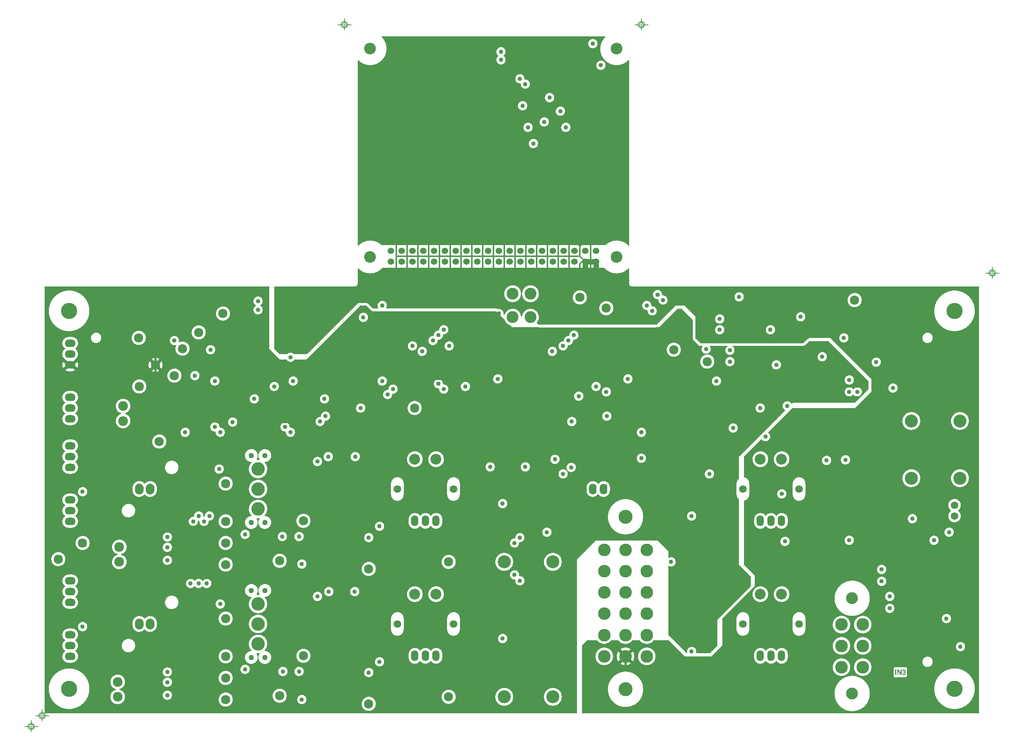
<source format=gbr>
*
*
G04 PADS VX.2.2 Build Number: 7607494 generated Gerber (RS-274-X) file*
G04 PC Version=2.1*
*
%IN "D3005H100_A.PCB"*%
*
%MOIN*%
*
%FSLAX35Y35*%
*
*
*
*
G04 PC Standard Apertures*
*
*
G04 Thermal Relief Aperture macro.*
%AMTER*
1,1,$1,0,0*
1,0,$1-$2,0,0*
21,0,$3,$4,0,0,45*
21,0,$3,$4,0,0,135*
%
*
*
G04 Annular Aperture macro.*
%AMANN*
1,1,$1,0,0*
1,0,$2,0,0*
%
*
*
G04 Odd Aperture macro.*
%AMODD*
1,1,$1,0,0*
1,0,$1-0.005,0,0*
%
*
*
G04 PC Custom Aperture Macros*
*
*
*
*
*
*
G04 PC Aperture Table*
*
%ADD010C,0.01*%
%ADD011C,0.012*%
%ADD012C,0.005*%
%ADD013C,0.09*%
%ADD014C,0.1*%
%ADD017C,0.12*%
%ADD019O,0.07X0.1*%
%ADD020O,0.1X0.07*%
%ADD021C,0.06*%
%ADD022C,0.07*%
%ADD026C,0.03*%
%ADD028C,0.05*%
%ADD032C,0.11*%
%ADD034C,0.13*%
%ADD044C,0.15*%
%ADD059C,0.001*%
%ADD061C,0.007*%
%ADD065C,0.02*%
%ADD066C,0.04*%
%ADD072C,0.117*%
%ADD074O,0.08X0.1*%
%ADD076O,0.068X0.1*%
%ADD078C,0.125*%
%ADD079C,0.085*%
%ADD080C,0.108*%
%ADD081C,0.071*%
*
*
*
*
G04 PC Circuitry*
G04 Layer Name D3005H100_A.PCB - circuitry*
%LPD*%
*
G54D59*
G01X899561Y139409D02*
X899497Y139858D01*
X899304Y140179*
X899049Y140434*
X898658Y140564*
X898624Y140612*
X898644Y140652*
X899166Y141043*
X899293Y141550*
X899165Y142190*
X898649Y142577*
X898325Y142706*
X898003Y142771*
X897487Y142706*
X897103Y142451*
X896844Y142062*
X896668Y141592*
X897169Y141536*
X897288Y141836*
X897290Y141839*
X897424Y142107*
X897446Y142130*
X897714Y142263*
X897724Y142267*
X897992Y142334*
X898014Y142335*
X898349Y142268*
X898367Y142260*
X898568Y142126*
X898585Y142107*
X898719Y141839*
X898723Y141829*
X898790Y141561*
X898791Y141549*
X898790Y141539*
X898723Y141204*
X898709Y141179*
X898509Y140978*
X898503Y140973*
X898235Y140773*
X898235D02*
X898205Y140763D01*
X898205D02*
X897781D01*
X897781D02*
X897728Y140337D01*
X898063Y140393*
X898080*
X898481Y140326*
X898503Y140317*
X898771Y140116*
X898781Y140106*
X898982Y139838*
X898991Y139816*
X899058Y139414*
X899059Y139406*
X899058Y139396*
X898991Y139062*
X898985Y139046*
X898784Y138711*
X898771Y138697*
X898503Y138496*
X898481Y138486*
X898080Y138419*
X898062Y138420*
X897727Y138487*
X897714Y138491*
X897446Y138625*
X897429Y138640*
X897228Y138908*
X897228D02*
X897220Y138922D01*
X897099Y139285*
X896594Y139229*
X896711Y138758*
X897034Y138306*
X897485Y138048*
X898003Y137984*
X898656Y138114*
X899107Y138372*
X899431Y138890*
X899561Y139409*
X895611Y142771D02*
X895041D01*
Y139205*
X894949Y139178*
X892620Y142771*
X891961*
Y138050*
X892530*
Y141616*
X892622Y141643*
X894951Y138050*
X895611*
Y142771*
X890722D02*
X890153D01*
Y138050*
X890722*
Y142771*
X890200Y138050D02*
Y142771D01*
X890300Y138050D02*
Y142771D01*
X890400Y138050D02*
Y142771D01*
X890500Y138050D02*
Y142771D01*
X890600Y138050D02*
Y142771D01*
X890700Y138050D02*
Y142771D01*
X892000Y138050D02*
Y142771D01*
X892100Y138050D02*
Y142771D01*
X892200Y138050D02*
Y142771D01*
X892300Y138050D02*
Y142771D01*
X892400Y138050D02*
Y142771D01*
X892500Y138050D02*
Y142771D01*
X892600Y141662D02*
Y142771D01*
X892700Y141523D02*
Y142648D01*
X892800Y141369D02*
Y142494D01*
X892900Y141215D02*
Y142340D01*
X893000Y141061D02*
Y142185D01*
X893100Y140906D02*
Y142031D01*
X893200Y140752D02*
Y141877D01*
X893300Y140598D02*
Y141723D01*
X893400Y140443D02*
Y141568D01*
X893500Y140289D02*
Y141414D01*
X893600Y140135D02*
Y141260D01*
X893700Y139981D02*
Y141105D01*
X893800Y139826D02*
Y140951D01*
X893900Y139672D02*
Y140797D01*
X894000Y139518D02*
Y140643D01*
X894100Y139363D02*
Y140488D01*
X894200Y139209D02*
Y140334D01*
X894300Y139055D02*
Y140180D01*
X894400Y138901D02*
Y140025D01*
X894500Y138746D02*
Y139871D01*
X894600Y138592D02*
Y139717D01*
X894700Y138438D02*
Y139563D01*
X894800Y138283D02*
Y139408D01*
X894900Y138129D02*
Y139254D01*
X895000Y138050D02*
Y139156D01*
X895100Y138050D02*
Y142771D01*
X895200Y138050D02*
Y142771D01*
X895300Y138050D02*
Y142771D01*
X895400Y138050D02*
Y142771D01*
X895500Y138050D02*
Y142771D01*
X895600Y138050D02*
Y142771D01*
X896600Y139203D02*
Y139230D01*
X896700Y138803D02*
Y139241D01*
Y141588D02*
Y141678D01*
X896800Y138634D02*
Y139252D01*
Y141577D02*
Y141945D01*
X896900Y138494D02*
Y139263D01*
Y141566D02*
Y142146D01*
X897000Y138354D02*
Y139274D01*
Y141555D02*
Y142296D01*
X897100Y138268D02*
Y139283D01*
Y141544D02*
Y142446D01*
X897200Y138211D02*
Y138983D01*
Y141615D02*
Y142515D01*
X897300Y138154D02*
Y138811D01*
Y141859D02*
Y142582D01*
X897400Y138097D02*
Y138678D01*
Y142059D02*
Y142649D01*
X897500Y138046D02*
Y138598D01*
Y142156D02*
Y142708D01*
X897600Y138034D02*
Y138548D01*
Y142206D02*
Y142720D01*
X897700Y138021D02*
Y138498D01*
Y142256D02*
Y142733D01*
X897800Y138009D02*
Y138472D01*
Y140349D02*
Y140763D01*
Y142286D02*
Y142745D01*
X897900Y137996D02*
Y138452D01*
Y140366D02*
Y140763D01*
Y142311D02*
Y142758D01*
X898000Y137984D02*
Y138432D01*
Y140383D02*
Y140763D01*
Y142336D02*
Y142770D01*
X898100Y138003D02*
Y138423D01*
Y140390D02*
Y140763D01*
Y142318D02*
Y142751D01*
X898200Y138023D02*
Y138439D01*
Y140373D02*
Y140763D01*
Y142298D02*
Y142731D01*
X898300Y138043D02*
Y138456D01*
Y140356D02*
Y140821D01*
Y142278D02*
Y142711D01*
X898400Y138063D02*
Y138473D01*
Y140340D02*
Y140896D01*
Y142238D02*
Y142676D01*
X898500Y138083D02*
Y138493D01*
Y140319D02*
Y140971D01*
Y142172D02*
Y142636D01*
X898600Y138103D02*
Y138568D01*
Y140244D02*
Y141069D01*
Y142077D02*
Y142596D01*
X898700Y138139D02*
Y138643D01*
Y140169D02*
Y140550D01*
Y140694D02*
Y141169D01*
Y141877D02*
Y142539D01*
X898800Y138196D02*
Y138738D01*
Y140081D02*
Y140517D01*
Y140769D02*
Y142464D01*
X898900Y138254D02*
Y138904D01*
Y139947D02*
Y140484D01*
Y140844D02*
Y142389D01*
X899000Y138311D02*
Y139107D01*
Y139764D02*
Y140450D01*
Y140919D02*
Y142314D01*
X899100Y138368D02*
Y140383D01*
Y140994D02*
Y142239D01*
X899200Y138521D02*
Y140283D01*
Y141180D02*
Y142013D01*
X899300Y138681D02*
Y140183D01*
X899400Y138841D02*
Y140019D01*
X899500Y139166D02*
Y139834D01*
*
G04 PC Custom Flashes*
G04 Layer Name D3005H100_A.PCB - flashes*
%LPD*%
*
*
G04 PC Circuitry*
G04 Layer Name D3005H100_A.PCB - circuitry*
%LPD*%
*
G54D10*
G54D11*
X428000Y520600D02*
Y507000D01*
Y492000*
X438000Y507000D02*
Y520600D01*
X448000Y507000D02*
Y520600D01*
X488000Y507000D02*
Y520600D01*
X478000Y507000D02*
Y520600D01*
X468000Y507000D02*
Y520600D01*
X458000Y507000D02*
Y520600D01*
X528000Y507000D02*
Y520600D01*
X518000Y507000D02*
Y520600D01*
X508000Y507000D02*
Y520600D01*
X498000Y507000D02*
Y520600D01*
X568000Y507000D02*
Y520600D01*
X558000Y507000D02*
Y520600D01*
X548000Y507000D02*
Y520600D01*
X538000Y507000D02*
Y520600D01*
X598000Y507000D02*
Y518500D01*
X600000Y520500*
X603000*
X608000Y507000D02*
Y520500D01*
X588000Y507000D02*
Y520600D01*
X578000Y507000D02*
Y520600D01*
X448000D02*
Y525500D01*
Y530600D02*
Y540500D01*
X438000Y530600D02*
Y540500D01*
X428000Y530600D02*
Y540500D01*
X438000*
Y520600D02*
Y525500D01*
X428000Y520600D02*
Y525500D01*
Y530600*
Y525500D02*
X438000D01*
Y530600*
Y525500D02*
X448000D01*
Y530600*
Y525500D02*
X458000D01*
Y540500D02*
X448000D01*
X438000*
X488000Y530600D02*
Y540500D01*
Y520600D02*
Y525500D01*
X478000Y520600D02*
Y525500D01*
Y530600D02*
Y540500D01*
X468000Y530600D02*
Y540500D01*
Y520600D02*
Y525500D01*
X458000Y530600D02*
Y540500D01*
Y520600D02*
Y525500D01*
Y530600*
Y525500D02*
X468000D01*
Y530600*
Y525500D02*
X478000D01*
Y530600*
Y525500D02*
X488000D01*
Y530600*
Y525500D02*
X498000D01*
Y540500D02*
X488000D01*
X478000*
X468000*
X458000*
X528000Y520600D02*
Y525500D01*
Y530600D02*
Y540500D01*
X518000Y520600D02*
Y525500D01*
Y530600D02*
Y540500D01*
X508000Y530600D02*
Y540500D01*
Y520600D02*
Y525500D01*
X498000Y520600D02*
Y525500D01*
Y540500D02*
Y530600D01*
Y525500*
X508000*
Y530600*
Y525500D02*
X518000D01*
Y530600*
Y525500D02*
X528000D01*
Y530600*
Y525500D02*
X538000D01*
Y540500D02*
X528000D01*
X518000*
X508000*
X498000*
X568000Y530600D02*
Y540500D01*
Y520600D02*
Y525500D01*
X558000Y520600D02*
Y525500D01*
Y530600D02*
Y540500D01*
X548000Y520600D02*
Y525500D01*
Y530600D02*
Y540500D01*
X538000Y530600D02*
Y540500D01*
Y520600D02*
Y525500D01*
Y530600*
Y525500D02*
X548000D01*
Y530600*
Y525500D02*
X558000D01*
Y530600*
Y525500D02*
X568000D01*
Y530600*
Y525500D02*
X578000D01*
Y540500D02*
X568000D01*
X558000*
X548000*
X538000*
X608000Y530600D02*
Y520600D01*
Y520500*
X598000Y530600D02*
Y525600D01*
X598100Y525500*
X588000Y520600D02*
Y525500D01*
Y530600D02*
Y540500D01*
X578000Y530600D02*
Y540500D01*
Y520600D02*
Y525500D01*
Y530600*
Y525500D02*
X588000D01*
Y530600*
Y525500D02*
X598100D01*
X603000Y520600*
X598000Y540500D02*
X588000D01*
X578000*
X598000Y537500D02*
X606000D01*
X608000Y535500*
Y530600*
X598000Y537500D02*
Y530600D01*
G54D12*
X980000Y510000D02*
Y510500D01*
Y510000D02*
X980500D01*
X980000D02*
Y509500D01*
Y510000D02*
X979500D01*
X981500D02*
X986500D01*
X980000Y508500D02*
Y505100D01*
Y511500D02*
Y516000D01*
X974000Y510000D02*
X978500D01*
X983000D02*
G75*
G03X983000I-3000J0D01*
G01X982000D02*
G03X982000I-2000J0D01*
G01X655000Y740000D02*
Y740500D01*
Y740000D02*
X655500D01*
X655000D02*
Y739500D01*
Y740000D02*
X654500D01*
X656500D02*
X661500D01*
X655000Y738500D02*
Y735100D01*
Y741500D02*
Y746000D01*
X649000Y740000D02*
X653500D01*
X658000D02*
G03X658000I-3000J0D01*
G01X657000D02*
G03X657000I-2000J0D01*
G01X380000D02*
Y740500D01*
Y740000D02*
X380500D01*
X380000D02*
Y739500D01*
Y740000D02*
X379500D01*
X381500D02*
X386500D01*
X380000Y738500D02*
Y735100D01*
Y741500D02*
Y746000D01*
X374000Y740000D02*
X378500D01*
X383000D02*
G03X383000I-3000J0D01*
G01X382000D02*
G03X382000I-2000J0D01*
G54D13*
G01X171500Y242500D03*
Y256300D03*
X170000Y117500D03*
Y131300D03*
X175000Y373000D03*
Y386800D03*
G54D14*
X464850Y337600D03*
X445150D03*
X464850Y212600D03*
X445150D03*
X784850Y337600D03*
X765150D03*
X784850Y212600D03*
X765150D03*
G54D17*
X950000Y373000D03*
X905000D03*
X950000Y320000D03*
X905000D03*
X573000Y242500D03*
X528000D03*
X573000Y117500D03*
X528000D03*
G54D19*
X620000Y310000D03*
X610000D03*
G54D20*
X126000Y280000D03*
Y290000D03*
Y300000D03*
Y330000D03*
Y340000D03*
Y350000D03*
Y155000D03*
Y165000D03*
Y175000D03*
Y205000D03*
Y215000D03*
Y225000D03*
Y375000D03*
Y385000D03*
Y395000D03*
Y425000D03*
Y435000D03*
Y445000D03*
G54D21*
X613000Y530600D03*
Y520600D03*
X603000Y530600D03*
Y520600D03*
X593000Y530600D03*
Y520600D03*
X583000Y530600D03*
Y520600D03*
X573000Y530600D03*
Y520600D03*
X563000Y530600D03*
Y520600D03*
X553000Y530600D03*
Y520600D03*
X543000Y530600D03*
Y520600D03*
X533000Y530600D03*
Y520600D03*
X523000Y530600D03*
Y520600D03*
X513000Y530600D03*
Y520600D03*
X503000Y530600D03*
Y520600D03*
X493000Y530600D03*
Y520600D03*
X483000Y530600D03*
Y520600D03*
X473000Y530600D03*
Y520600D03*
X463000Y530600D03*
Y520600D03*
X453000Y530600D03*
Y520600D03*
X443000Y530600D03*
Y520600D03*
X433000Y530600D03*
Y520600D03*
X423000Y530600D03*
Y520600D03*
G54D22*
X945000Y295000D03*
Y285000D03*
G54D26*
X646240Y149060D02*
X644437Y150863D01*
X634360Y149060D02*
X636163Y150863D01*
X634360Y160940D02*
X636163Y159137D01*
X646240Y160940D02*
X644437Y159137D01*
X200192Y429808D02*
X201995Y428005D01*
X209808Y429808D02*
X208005Y428005D01*
X209808Y420192D02*
X208005Y421995D01*
X200192Y420192D02*
X201995Y421995D01*
X131778Y420722D02*
X129975Y422525D01*
X131778Y429278D02*
X129975Y427475D01*
X120222Y429278D02*
X122025Y427475D01*
X120222Y420722D02*
X122025Y422525D01*
G54D28*
X293750Y341000D03*
X306250D03*
X293750Y279000D03*
X306250D03*
X293750Y216000D03*
X306250D03*
X293750Y154000D03*
X306250D03*
X613000Y520500D02*
Y507000D01*
X603000Y520500D02*
Y507000D01*
X608000Y520600D02*
X613000D01*
X598000Y540500D02*
Y537500D01*
X603000Y520500D02*
Y520600D01*
X608000*
X613000D02*
Y520500D01*
X595000Y692500D02*
X598000Y689500D01*
Y540500*
G54D32*
X850150Y120600D03*
Y208800D03*
X552250Y490850D03*
Y469150D03*
X535750Y490850D03*
Y469150D03*
G54D34*
X640300Y124500D03*
Y284300D03*
G54D44*
X125000Y125000D03*
Y475000D03*
X945000Y125000D03*
Y475000D03*
G54D59*
X964050Y125000D02*
G03X964050I-19050J0D01*
G01X955050Y164000D02*
G03X955050I-4550J0D01*
G01X942050Y190000D02*
G03X942050I-4550J0D01*
G01X944550Y270000D02*
G03X944550I-4550J0D01*
G01X958550Y320000D02*
G03X958550I-8550J0D01*
G01Y373000D02*
G03X958550I-8550J0D01*
G01X925050Y150000D02*
G03X925050I-5050J0D01*
G01X930550Y262500D02*
G03X930550I-4550J0D01*
G01X964050Y475000D02*
G03X964050I-19050J0D01*
G01X925050Y450000D02*
G03X925050I-5050J0D01*
G01X910550Y282500D02*
G03X910550I-4550J0D01*
G01X913550Y320000D02*
G03X913550I-8550J0D01*
G01Y373000D02*
G03X913550I-8550J0D01*
G01X889550Y199500D02*
G03X889550I-4550J0D01*
G01Y210500D02*
G03X889550I-4550J0D01*
G01X892550Y403500D02*
G03X892550I-4550J0D01*
G01X882050Y224500D02*
G03X882050I-4550J0D01*
G01Y235500D02*
G03X882050I-4550J0D01*
G01X877050Y427500D02*
G03X877050I-4550J0D01*
G01X847050Y450000D02*
G03X847050I-4550J0D01*
G01X859300Y485000D02*
G03X859300I-6800J0D01*
G01X807050Y469500D02*
G03X807050I-4550J0D01*
G01X779050Y457500D02*
G03X779050I-4550J0D01*
G01X750050Y488000D02*
G03X750050I-4550J0D01*
G01X732050Y457500D02*
G03X732050I-4550J0D01*
G01Y467500D02*
G03X732050I-4550J0D01*
G01X629300Y477500D02*
G03X629300I-6800J0D01*
G01X604800Y487500D02*
G03X604800I-6800J0D01*
G01X560300Y490850D02*
G03X560300I-8050J0D01*
G01X543800D02*
G03X543800I-8050J0D01*
G01X866700Y120600D02*
G03X866700I-16550J0D01*
G01X868400Y145000D02*
G03X868400I-8400J0D01*
G01Y164700D02*
G03X868400I-8400J0D01*
G01Y184400D02*
G03X868400I-8400J0D01*
G01X848700Y145000D02*
G03X848700I-8400J0D01*
G01Y164700D02*
G03X848700I-8400J0D01*
G01Y184400D02*
G03X848700I-8400J0D01*
G01X866700Y208800D02*
G03X866700I-16550J0D01*
G01X852050Y262500D02*
G03X852050I-4550J0D01*
G01X848550Y337000D02*
G03X848550I-4550J0D01*
G01X831050Y336500D02*
G03X831050I-4550J0D01*
G01X789550Y305500D02*
G03X789550I-4550J0D01*
G01X792400Y337600D02*
G03X792400I-7550J0D01*
G01X772700D02*
G03X772700I-7550J0D01*
G01X792400Y212600D02*
G03X792400I-7550J0D01*
G01X792550Y261500D02*
G03X792550I-4550J0D01*
G01X772700Y212600D02*
G03X772700I-7550J0D01*
G01X656850Y124500D02*
G03X656850I-16550J0D01*
G01X668400Y155000D02*
G03X668400I-8400J0D01*
G01X648700D02*
G03X648700I-8400J0D01*
G01X629000D02*
G03X629000I-8400J0D01*
G01X622050Y702500D02*
G03X622050I-4550J0D01*
G01X614550Y722500D02*
G03X614550I-4550J0D01*
G01X589550Y645000D02*
G03X589550I-4550J0D01*
G01X584550Y660000D02*
G03X584550I-4550J0D01*
G01X569550Y650000D02*
G03X569550I-4550J0D01*
G01X574550Y672500D02*
G03X574550I-4550J0D01*
G01X559550Y630000D02*
G03X559550I-4550J0D01*
G01X554550Y645000D02*
G03X554550I-4550J0D01*
G01X549550Y665000D02*
G03X549550I-4550J0D01*
G01X852050Y411000D02*
G03X852050I-4550J0D01*
G01X827050Y432500D02*
G03X827050I-4550J0D01*
G01X784550Y425000D02*
G03X784550I-4550J0D01*
G01X769550Y385000D02*
G03X769550I-4550J0D01*
G01X744550Y366500D02*
G03X744550I-4550J0D01*
G01X741550Y428000D02*
G03X741550I-4550J0D01*
G01X722550Y324000D02*
G03X722550I-4550J0D01*
G01X729050Y410000D02*
G03X729050I-4550J0D01*
G01X722800Y428000D02*
G03X722800I-6800J0D01*
G01X706050Y285000D02*
G03X706050I-4550J0D01*
G01X691800Y439000D02*
G03X691800I-6800J0D01*
G01X656850Y284300D02*
G03X656850I-16550J0D01*
G01X659550Y338500D02*
G03X659550I-4550J0D01*
G01Y362500D02*
G03X659550I-4550J0D01*
G01X647050Y412000D02*
G03X647050I-4550J0D01*
G01X627550Y377500D02*
G03X627550I-4550J0D01*
G01X627050Y400000D02*
G03X627050I-4550J0D01*
G01X617550Y405000D02*
G03X617550I-4550J0D01*
G01X581550Y117500D02*
G03X581550I-8550J0D01*
G01Y242500D02*
G03X581550I-8550J0D01*
G01X587050Y324000D02*
G03X587050I-4550J0D01*
G01X594550Y330000D02*
G03X594550I-4550J0D01*
G01X595050Y372500D02*
G03X595050I-4550J0D01*
G01X601550Y396000D02*
G03X601550I-4550J0D01*
G01X572050Y270000D02*
G03X572050I-4550J0D01*
G01X579550Y337500D02*
G03X579550I-4550J0D01*
G01X577050Y437500D02*
G03X577050I-4550J0D01*
G01X536550Y117500D02*
G03X536550I-8550J0D01*
G01X531050Y171500D02*
G03X531050I-4550J0D01*
G01X536550Y242500D02*
G03X536550I-8550J0D01*
G01X552050Y330500D02*
G03X552050I-4550J0D01*
G01X531050Y296500D02*
G03X531050I-4550J0D01*
G01X519550Y330500D02*
G03X519550I-4550J0D01*
G01X526550Y412000D02*
G03X526550I-4550J0D01*
G01X496550Y405000D02*
G03X496550I-4550J0D01*
G01X483300Y117500D02*
G03X483300I-6800J0D01*
G01X472400Y212600D02*
G03X472400I-7550J0D01*
G01X483300Y242500D02*
G03X483300I-6800J0D01*
G01X452700Y212600D02*
G03X452700I-7550J0D01*
G01X472400Y337600D02*
G03X472400I-7550J0D01*
G01X481550Y442500D02*
G03X481550I-4550J0D01*
G01X452700Y337600D02*
G03X452700I-7550J0D01*
G01X451800Y385000D02*
G03X451800I-6800J0D01*
G01X456550Y437500D02*
G03X456550I-4550J0D01*
G01X447550Y442500D02*
G03X447550I-4550J0D01*
G01X409300Y111000D02*
G03X409300I-6800J0D01*
G01X417050Y150000D02*
G03X417050I-4550J0D01*
G01X407050Y140000D02*
G03X407050I-4550J0D01*
G01X409300Y236000D02*
G03X409300I-6800J0D01*
G01X417050Y275500D02*
G03X417050I-4550J0D01*
G01X419550Y410000D02*
G03X419550I-4550J0D01*
G01X407050Y265000D02*
G03X407050I-4550J0D01*
G01X394050Y215000D02*
G03X394050I-4550J0D01*
G01X394550Y340000D02*
G03X394550I-4550J0D01*
G01X399550Y385000D02*
G03X399550I-4550J0D01*
G01X402050Y469000D02*
G03X402050I-4550J0D01*
G01X370050Y215000D02*
G03X370050I-4550J0D01*
G01X369550Y340000D02*
G03X369550I-4550J0D01*
G01X359550Y210500D02*
G03X359550I-4550J0D01*
G01Y335500D02*
G03X359550I-4550J0D01*
G01X366050Y393500D02*
G03X366050I-4550J0D01*
G01X345050Y115000D02*
G03X345050I-4550J0D01*
G01X342550Y141000D02*
G03X342550I-4550J0D01*
G01X348800Y155500D02*
G03X348800I-6800J0D01*
G01X345050Y240500D02*
G03X345050I-4550J0D01*
G01X342550Y266000D02*
G03X342550I-4550J0D01*
G01X348800Y280500D02*
G03X348800I-6800J0D01*
G01X326800Y118500D02*
G03X326800I-6800J0D01*
G01X327550Y141000D02*
G03X327550I-4550J0D01*
G01X326800Y243500D02*
G03X326800I-6800J0D01*
G01X327050Y266000D02*
G03X327050I-4550J0D01*
G01X337050Y410000D02*
G03X337050I-4550J0D01*
G01X292550Y143000D02*
G03X292550I-4550J0D01*
G01X308800Y185000D02*
G03X308800I-8800J0D01*
G01X292550Y268000D02*
G03X292550I-4550J0D01*
G01X308800Y310000D02*
G03X308800I-8800J0D01*
G01X319550Y405000D02*
G03X319550I-4550J0D01*
G01X301050Y393500D02*
G03X301050I-4550J0D01*
G01X276800Y115000D02*
G03X276800I-6800J0D01*
G01Y135000D02*
G03X276800I-6800J0D01*
G01Y155000D02*
G03X276800I-6800J0D01*
G01Y190000D02*
G03X276800I-6800J0D01*
G01X269550Y203500D02*
G03X269550I-4550J0D01*
G01X276800Y240000D02*
G03X276800I-6800J0D01*
G01Y260000D02*
G03X276800I-6800J0D01*
G01Y280000D02*
G03X276800I-6800J0D01*
G01Y315000D02*
G03X276800I-6800J0D01*
G01X281050Y372000D02*
G03X281050I-4550J0D01*
G01X268550Y328500D02*
G03X268550I-4550J0D01*
G01X264550Y410000D02*
G03X264550I-4550J0D01*
G01X274300Y472500D02*
G03X274300I-6800J0D01*
G01X260550Y439000D02*
G03X260550I-4550J0D01*
G01X237050Y362500D02*
G03X237050I-4550J0D01*
G01X246050Y415000D02*
G03X246050I-4550J0D01*
G01X251800Y455000D02*
G03X251800I-6800J0D01*
G01X220550Y119000D02*
G03X220550I-4550J0D01*
G01Y131000D02*
G03X220550I-4550J0D01*
G01Y140500D02*
G03X220550I-4550J0D01*
G01X226500Y205000D02*
G03X226500I-6500J0D01*
G01X220550Y244000D02*
G03X220550I-4550J0D01*
G01Y256000D02*
G03X220550I-4550J0D01*
G01Y265500D02*
G03X220550I-4550J0D01*
G01X226500Y330000D02*
G03X226500I-6500J0D01*
G01X229300Y415000D02*
G03X229300I-6800J0D01*
G01X186500Y165000D02*
G03X186500I-6500J0D01*
G01Y290000D02*
G03X186500I-6500J0D01*
G01X215300Y354000D02*
G03X215300I-6800J0D01*
G01X211800Y425000D02*
G03X211800I-6800J0D01*
G01X196800Y405000D02*
G03X196800I-6800J0D01*
G01X196300Y450000D02*
G03X196300I-6800J0D01*
G01X155050D02*
G03X155050I-5050J0D01*
G01X144050Y125000D02*
G03X144050I-19050J0D01*
G01X142050Y182500D02*
G03X142050I-4550J0D01*
G01X144300Y260000D02*
G03X144300I-6800J0D01*
G01X121800Y245000D02*
G03X121800I-6800J0D01*
G01X142050Y307500D02*
G03X142050I-4550J0D01*
G01X144050Y475000D02*
G03X144050I-19050J0D01*
G01X967450Y497400D02*
G03X967400Y497450I-50J-0D01*
G01X645900*
X643350Y500000D02*
G03X645900Y497450I2550J0D01*
G01X643350Y500000D02*
Y514185D01*
G03X643264Y514220I-50J0*
G01X620338Y514882D02*
G03X643264Y514220I11762J10018D01*
G01X620338Y514882D02*
G03X620300Y514900I-38J-32D01*
G01X415600*
G03X415562Y514882I0J-50*
G01X392636Y514220D02*
G03X415562Y514882I11164J10680D01*
G01X392636Y514220D02*
G03X392550Y514185I-36J-35D01*
G01Y500000*
X390000Y497450D02*
G03X392550Y500000I0J2550D01*
G01X390000Y497450D02*
X315100D01*
G03X315050Y497400I0J-50*
G01Y440041*
G03X315065Y440006I50J0*
G01X320006Y435065*
G03X320041Y435050I35J35*
G01X326601*
G03X326638Y435066I0J50*
G01X333362D02*
G03X326638I-3362J-3066D01*
G01X333362D02*
G03X333399Y435050I37J34D01*
G01X344959*
G03X344994Y435065I-0J50*
G01X392479Y482550*
X395010*
X395021*
X399979*
X399990*
X401021*
X401542Y482028*
G03X401548Y482024I36J36*
G01X401818Y481788D02*
G03X401548Y482024I-1839J-1838D01*
G01X401818Y481788D02*
X406042Y477565D01*
G03X406077Y477550I35J35*
G01X411076*
G03X411126Y477600I-0J50*
X411118Y477626I-50J0*
G01X418882D02*
G03X411118I-3882J2374D01*
G01X418882D02*
G03X418874Y477600I42J-26D01*
X418924Y477550I50J0*
G01X519979*
X521499Y477059D02*
G03X519979Y477550I-1520J-2109D01*
G01X521499Y477059D02*
G03X521529Y477050I30J41D01*
G01X522521*
X522527Y477044*
G03X522567Y477029I35J35*
G01X527550Y472500D02*
G03X522567Y477029I-4550J0D01*
G01X527529Y472067D02*
G03X527550Y472500I-4529J433D01*
G01X527529Y472067D02*
G03Y472062I50J-5D01*
G01X527529*
G03X527544Y472027I50J0*
G01X527997Y471574*
G03X528080Y471594I35J35*
G01X543744Y470094D02*
G03X528080Y471594I-7994J-944D01*
G01X543744Y470094D02*
G03X543794Y470050I50J6D01*
G01X544206*
G03X544256Y470094I-0J50*
G01X558299Y463838D02*
G03X544256Y470094I-6049J5312D01*
G01X558299Y463838D02*
G03X558301Y463770I37J-33D01*
G01X559506Y462565*
G03X559541Y462550I35J35*
G01X668959*
G03X668994Y462565I-0J50*
G01X686479Y480050*
X695021*
X705050Y470021*
Y466490*
Y466479*
Y450041*
G03X705065Y450006I50J0*
G01X710006Y445065*
G03X710041Y445050I35J35*
G01X804423*
G03X804458Y445065I0J50*
G01X808182Y448788*
X809392Y449473D02*
G03X808182Y448788I629J-2523D01*
G01X809392Y449473D02*
G03X809415Y449486I-12J48D01*
G01X809979Y450050*
X830021*
X868050Y412021*
Y399979*
X853021Y384950*
X795041*
G03X795006Y384935I0J-50*
G01X772466Y362396*
G03X772452Y362360I36J-36*
X772475Y362318I50J0*
G01X766182Y356026D02*
G03X772474Y362318I3818J2474D01*
G01X766182Y356025D02*
G03X766104Y356034I-42J-27D01*
G01X750065Y339994*
G03X750050Y339959I35J-35*
G01Y321179*
G03X750091Y321130I50J-0*
G01X755100Y315128D02*
G03X750091Y321130I-6100J0D01*
G01X755100Y315128D02*
Y304928D01*
X750091Y298926D02*
G03X755100Y304928I-1091J6002D01*
G01X750091Y298926D02*
G03X750050Y298877I9J-49D01*
G01Y240041*
G03X750065Y240006I50J0*
G01X760050Y230021*
Y219979*
X730065Y189994*
G03X730050Y189959I35J-35*
G01Y164979*
X720021Y154950*
X714014*
X713986D02*
G03X714014I14J4550D01*
G01X713986D02*
X701514D01*
X701486D02*
G03X701514I14J4550D01*
G01X701486D02*
X694979D01*
X679994Y169935*
G03X679959Y169950I-35J-35*
G01X666954*
G03X666913Y169928I0J-50*
G01X653087D02*
G03X666913I6913J4772D01*
G01X653087D02*
G03X653046Y169950I-41J-28D01*
G01X647254*
G03X647213Y169928I0J-50*
G01X633387D02*
G03X647213I6913J4772D01*
G01X633387D02*
G03X633346Y169950I-41J-28D01*
G01X627554*
G03X627513Y169928I0J-50*
G01X613687D02*
G03X627513I6913J4772D01*
G01X613687D02*
G03X613646Y169950I-41J-28D01*
G01X605041*
G03X605006Y169935I0J-50*
G01X600065Y164994*
G03X600050Y164959I35J-35*
G01Y102600*
G03X600100Y102550I50J0*
G01X967400*
G03X967450Y102600I-0J50*
G01Y497400*
X643350Y707085D02*
G03X643264Y707120I-50J0D01*
G01X621420Y728964D02*
G03X643264Y707120I10680J-11164D01*
G01X621420Y728964D02*
G03X621385Y729050I-35J36D01*
G01X414515*
G03X414480Y728964I-0J-50*
G01X392636Y707120D02*
G03X414480Y728964I11164J10680D01*
G01X392636Y707120D02*
G03X392550Y707085I-36J-35D01*
G01Y535615*
G03X392636Y535580I50J-0*
G01X414428Y536114D02*
G03X392636Y535580I-10628J-11214D01*
G01X414428Y536114D02*
G03X414462Y536100I34J36D01*
G01X422253*
G03X422260I0J50*
G01X423740D02*
G03X422260I-740J-5500D01*
G01X423740D02*
G03X423747I7J50D01*
G01X432253*
G03X432260I0J50*
G01X433740D02*
G03X432260I-740J-5500D01*
G01X433740D02*
G03X433747I7J50D01*
G01X442253*
G03X442260I0J50*
G01X443740D02*
G03X442260I-740J-5500D01*
G01X443740D02*
G03X443747I7J50D01*
G01X452253*
G03X452260I0J50*
G01X453740D02*
G03X452260I-740J-5500D01*
G01X453740D02*
G03X453747I7J50D01*
G01X462253*
G03X462260I0J50*
G01X463740D02*
G03X462260I-740J-5500D01*
G01X463740D02*
G03X463747I7J50D01*
G01X472253*
G03X472260I0J50*
G01X473740D02*
G03X472260I-740J-5500D01*
G01X473740D02*
G03X473747I7J50D01*
G01X482253*
G03X482260I0J50*
G01X483740D02*
G03X482260I-740J-5500D01*
G01X483740D02*
G03X483747I7J50D01*
G01X492253*
G03X492260I0J50*
G01X493740D02*
G03X492260I-740J-5500D01*
G01X493740D02*
G03X493747I7J50D01*
G01X502253*
G03X502260I0J50*
G01X503740D02*
G03X502260I-740J-5500D01*
G01X503740D02*
G03X503747I7J50D01*
G01X512253*
G03X512260I0J50*
G01X513740D02*
G03X512260I-740J-5500D01*
G01X513740D02*
G03X513747I7J50D01*
G01X522253*
G03X522260I0J50*
G01X523740D02*
G03X522260I-740J-5500D01*
G01X523740D02*
G03X523747I7J50D01*
G01X532253*
G03X532260I0J50*
G01X533740D02*
G03X532260I-740J-5500D01*
G01X533740D02*
G03X533747I7J50D01*
G01X542253*
G03X542260I0J50*
G01X543740D02*
G03X542260I-740J-5500D01*
G01X543740D02*
G03X543747I7J50D01*
G01X552253*
G03X552260I0J50*
G01X553740D02*
G03X552260I-740J-5500D01*
G01X553740D02*
G03X553747I7J50D01*
G01X562253*
G03X562260I0J50*
G01X563740D02*
G03X562260I-740J-5500D01*
G01X563740D02*
G03X563747I7J50D01*
G01X572253*
G03X572260I0J50*
G01X573740D02*
G03X572260I-740J-5500D01*
G01X573740D02*
G03X573747I7J50D01*
G01X582253*
G03X582260I0J50*
G01X583740D02*
G03X582260I-740J-5500D01*
G01X583740D02*
G03X583747I7J50D01*
G01X592253*
G03X592260I0J50*
G01X593740D02*
G03X592260I-740J-5500D01*
G01X593740D02*
G03X593747I7J50D01*
G01X602253*
G03X602260I0J50*
G01X603740D02*
G03X602260I-740J-5500D01*
G01X603740D02*
G03X603747I7J50D01*
G01X612253*
G03X612260I0J50*
G01X613740D02*
G03X612260I-740J-5500D01*
G01X613740D02*
G03X613747I7J50D01*
G01X621438*
G03X621472Y536114I-0J50*
G01X643264Y535580D02*
G03X621472Y536114I-11164J-10680D01*
G01X643264Y535580D02*
G03X643350Y535615I36J35D01*
G01Y707085*
X864950Y409959D02*
G03X864935Y409994I-50J-0D01*
G01X827994Y446935*
G03X827959Y446950I-35J-35*
G01X810577*
G03X810542Y446935I-0J-50*
G01X806818Y443212*
X805608Y442527D02*
G03X806818Y443212I-629J2523D01*
G01X805608Y442527D02*
G03X805585Y442514I12J-48D01*
G01X805521Y442450*
X804990*
X804979*
X739439*
G03X739413Y442358I0J-50*
G01X734587D02*
G03X739413I2413J-3858D01*
G01X734587D02*
G03X734561Y442450I-26J42D01*
G01X718571*
G03X718532Y442368I-0J-50*
G01X711468D02*
G03X718532I3532J-2868D01*
G01X711468D02*
G03X711429Y442450I-39J32D01*
G01X710021*
X710010*
X708479*
X702450Y448479*
Y450010*
Y450021*
Y466459*
G03X702435Y466494I-50J-0*
G01X691994Y476935*
G03X691959Y476950I-35J-35*
G01X688541*
G03X688506Y476935I0J-50*
G01X671521Y459950*
X670029*
G03X669999Y459941I-0J-50*
G01X668479Y459450D02*
G03X669999Y459941I0J2600D01*
G01X668479Y459450D02*
X560021D01*
X558501Y459941D02*
G03X560021Y459450I1520J2109D01*
G01X558501Y459941D02*
G03X558471Y459950I-30J-41D01*
G01X534979*
X533521Y461408*
G03X533500Y461421I-35J-35*
G01X528021Y466900D02*
G03X533500Y461421I7729J2250D01*
G01X528021Y466900D02*
G03X528008Y466921I-48J-14D01*
G01X520494Y474435*
G03X520459Y474450I-35J-35*
G01X406521*
X405000Y474941D02*
G03X406521Y474450I1521J2109D01*
G01X405000Y474941D02*
G03X404979Y474950I-30J-40D01*
G01X404958Y474972*
G03X404952Y474976I-36J-36*
G01X404682Y475212D02*
G03X404952Y474976I1839J1838D01*
G01X404682Y475212D02*
X399958Y479935D01*
G03X399923Y479950I-35J-35*
G01X395041*
G03X395006Y479935I0J-50*
G01X345021Y429950*
X334093*
G03X334048Y429923I-0J-50*
G01X325952D02*
G03X334048I4048J2077D01*
G01X325952D02*
G03X325907Y429950I-45J-23D01*
G01X319979*
X309950Y439979*
Y497400*
G03X309900Y497450I-50J-0*
G01X102600*
G03X102550Y497400I0J-50*
G01Y102600*
G03X102600Y102550I50J0*
G01X594900*
G03X594950Y102600I0J50*
G01Y245021*
X612479Y262550*
X670021*
X680050Y252521*
Y246424*
G03X680126Y246382I50J0*
G01Y238618D02*
G03Y246382I2374J3882D01*
G01Y238618D02*
G03X680050Y238576I-26J-42D01*
G01Y175041*
G03X680065Y175006I50J0*
G01X697006Y158065*
G03X697041Y158050I35J35*
G01X697118*
G03X697166Y158115I0J50*
G01X696950Y159500D02*
G03X697166Y158115I4550J-0D01*
G01X706050Y159500D02*
G03X696950I-4550J0D01*
G01X705834Y158115D02*
G03X706050Y159500I-4334J1385D01*
G01X705834Y158115D02*
G03X705882Y158050I48J-15D01*
G01X717959*
G03X717994Y158065I-0J50*
G01X724935Y165006*
G03X724950Y165041I-35J35*
G01Y189021*
X755935Y220006*
G03X755950Y220041I-35J35*
G01Y228959*
G03X755935Y228994I-50J-0*
G01X744950Y239979*
Y300344*
G03X744933Y300381I-50J0*
G01X742900Y304928D02*
G03X744933Y300381I6100J0D01*
G01X742900Y304928D02*
Y315128D01*
X744933Y319675D02*
G03X742900Y315128I4067J-4547D01*
G01X744933Y319675D02*
G03X744950Y319712I-33J37D01*
G01Y340021*
X787848Y382918*
G03X787836Y382998I-36J36*
G01X794002Y389164D02*
G03X787836Y382998I-4002J-2164D01*
G01X794002Y389164D02*
G03X794082Y389152I44J24D01*
G01X794979Y390050*
X852459*
G03X852494Y390065I-0J50*
G01X864935Y402506*
G03X864950Y402541I-35J35*
G01Y409959*
X964050Y125000D02*
G03X964050I-19050J0D01*
G01X955050Y164000D02*
G03X955050I-4550J0D01*
G01X942050Y190000D02*
G03X942050I-4550J0D01*
G01X944550Y270000D02*
G03X944550I-4550J0D01*
G01X948466Y290041D02*
G03Y289959I28J-41D01*
G01X941534D02*
G03X948466I3466J-4959D01*
G01X941534D02*
G03Y290041I-28J41D01*
G01X948466D02*
G03X941534I-3466J4959D01*
G01X958550Y320000D02*
G03X958550I-8550J0D01*
G01Y373000D02*
G03X958550I-8550J0D01*
G01X925050Y150000D02*
G03X925050I-5050J0D01*
G01X930550Y262500D02*
G03X930550I-4550J0D01*
G01X964050Y475000D02*
G03X964050I-19050J0D01*
G01X925050Y450000D02*
G03X925050I-5050J0D01*
G01X910550Y282500D02*
G03X910550I-4550J0D01*
G01X900996Y144027D02*
Y136527D01*
X899946Y135477D02*
G03X900996Y136527I0J1050D01*
G01X899946Y135477D02*
X889500D01*
X888450Y136527D02*
G03X889500Y135477I1050J-0D01*
G01X888450Y136527D02*
Y144027D01*
X889500Y145077D02*
G03X888450Y144027I0J-1050D01*
G01X889500Y145077D02*
X899946D01*
X900996Y144027D02*
G03X899946Y145077I-1050J-0D01*
G01X913550Y320000D02*
G03X913550I-8550J0D01*
G01Y373000D02*
G03X913550I-8550J0D01*
G01X889550Y199500D02*
G03X889550I-4550J0D01*
G01Y210500D02*
G03X889550I-4550J0D01*
G01X892550Y403500D02*
G03X892550I-4550J0D01*
G01X882050Y224500D02*
G03X882050I-4550J0D01*
G01Y235500D02*
G03X882050I-4550J0D01*
G01X877050Y427500D02*
G03X877050I-4550J0D01*
G01X847050Y450000D02*
G03X847050I-4550J0D01*
G01X859300Y485000D02*
G03X859300I-6800J0D01*
G01X807050Y469500D02*
G03X807050I-4550J0D01*
G01X779050Y457500D02*
G03X779050I-4550J0D01*
G01X750050Y488000D02*
G03X750050I-4550J0D01*
G01X732050Y457500D02*
G03X732050I-4550J0D01*
G01Y467500D02*
G03X732050I-4550J0D01*
G01X670469Y485415D02*
G03X670450Y485000I4531J-415D01*
G01X670469Y485415D02*
G03Y485419I-50J4D01*
G01X670469*
G03X670415Y485469I-50J0*
G01X674550Y490000D02*
G03X670415Y485469I-4550J0D01*
G01X674531Y489585D02*
G03X674550Y490000I-4531J415D01*
G01X674531Y489585D02*
G03Y489581I50J-4D01*
G01X674531*
G03X674585Y489531I50J-0*
G01X670450Y485000D02*
G03X674585Y489531I4550J0D01*
G01X660469Y475415D02*
G03X660450Y475000I4531J-415D01*
G01X660469Y475415D02*
G03Y475419I-50J4D01*
G01X660469*
G03X660415Y475469I-50J0*
G01X664550Y480000D02*
G03X660415Y475469I-4550J0D01*
G01X664531Y479585D02*
G03X664550Y480000I-4531J415D01*
G01X664531Y479585D02*
G03Y479581I50J-4D01*
G01X664531*
G03X664585Y479531I50J-0*
G01X660450Y475000D02*
G03X664585Y479531I4550J0D01*
G01X629300Y477500D02*
G03X629300I-6800J0D01*
G01X604800Y487500D02*
G03X604800I-6800J0D01*
G01X560300Y490850D02*
G03X560300I-8050J0D01*
G01X543800D02*
G03X543800I-8050J0D01*
G01X866700Y120600D02*
G03X866700I-16550J0D01*
G01X868400Y145000D02*
G03X868400I-8400J0D01*
G01Y164700D02*
G03X868400I-8400J0D01*
G01Y184400D02*
G03X868400I-8400J0D01*
G01X848700Y145000D02*
G03X848700I-8400J0D01*
G01Y164700D02*
G03X848700I-8400J0D01*
G01Y184400D02*
G03X848700I-8400J0D01*
G01X866700Y208800D02*
G03X866700I-16550J0D01*
G01X852050Y262500D02*
G03X852050I-4550J0D01*
G01X848550Y337000D02*
G03X848550I-4550J0D01*
G01X831050Y336500D02*
G03X831050I-4550J0D01*
G01X807100Y190100D02*
Y179900D01*
X794900D02*
G03X807100I6100J0D01*
G01X794900D02*
Y190100D01*
X807100D02*
G03X794900I-6100J0D01*
G01X807100Y315100D02*
Y304900D01*
X794900D02*
G03X807100I6100J0D01*
G01X794900D02*
Y315100D01*
X807100D02*
G03X794900I-6100J0D01*
G01X790800Y282100D02*
Y278900D01*
X779966Y275502D02*
G03X790800Y278900I4884J3398D01*
G01X779966Y275502D02*
G03X779884I-41J-29D01*
G01X770116D02*
G03X779884I4884J3398D01*
G01X770116D02*
G03X770034I-41J-29D01*
G01X759200Y278900D02*
G03X770034Y275502I5950J0D01*
G01X759200Y278900D02*
Y282100D01*
X770034Y285498D02*
G03X759200Y282100I-4884J-3398D01*
G01X770034Y285498D02*
G03X770116I41J29D01*
G01X779884D02*
G03X770116I-4884J-3398D01*
G01X779884D02*
G03X779966I41J29D01*
G01X790800Y282100D02*
G03X779966Y285498I-5950J0D01*
G01X789550Y305500D02*
G03X789550I-4550J0D01*
G01X792400Y337600D02*
G03X792400I-7550J0D01*
G01X772700D02*
G03X772700I-7550J0D01*
G01X790800Y157100D02*
Y153900D01*
X779966Y150502D02*
G03X790800Y153900I4884J3398D01*
G01X779966Y150502D02*
G03X779884I-41J-29D01*
G01X770116D02*
G03X779884I4884J3398D01*
G01X770116D02*
G03X770034I-41J-29D01*
G01X759200Y153900D02*
G03X770034Y150502I5950J0D01*
G01X759200Y153900D02*
Y157100D01*
X770034Y160498D02*
G03X759200Y157100I-4884J-3398D01*
G01X770034Y160498D02*
G03X770116I41J29D01*
G01X779884D02*
G03X770116I-4884J-3398D01*
G01X779884D02*
G03X779966I41J29D01*
G01X790800Y157100D02*
G03X779966Y160498I-5950J0D01*
G01X792400Y212600D02*
G03X792400I-7550J0D01*
G01X792550Y261500D02*
G03X792550I-4550J0D01*
G01X772700Y212600D02*
G03X772700I-7550J0D01*
G01X755100Y190128D02*
Y179928D01*
X742900D02*
G03X755100I6100J0D01*
G01X742900D02*
Y190128D01*
X755100D02*
G03X742900I-6100J0D01*
G01X656850Y124500D02*
G03X656850I-16550J0D01*
G01X668400Y155000D02*
G03X668400I-8400J0D01*
G01X648700D02*
G03X648700I-8400J0D01*
G01X629000D02*
G03X629000I-8400J0D01*
G01X622050Y702500D02*
G03X622050I-4550J0D01*
G01X614550Y722500D02*
G03X614550I-4550J0D01*
G01X589550Y645000D02*
G03X589550I-4550J0D01*
G01X584550Y660000D02*
G03X584550I-4550J0D01*
G01X569550Y650000D02*
G03X569550I-4550J0D01*
G01X574550Y672500D02*
G03X574550I-4550J0D01*
G01X559550Y630000D02*
G03X559550I-4550J0D01*
G01X554550Y645000D02*
G03X554550I-4550J0D01*
G01X549550Y665000D02*
G03X549550I-4550J0D01*
G01X542969Y685415D02*
G03X542950Y685000I4531J-415D01*
G01X542969Y685415D02*
G03Y685419I-50J4D01*
G01X542969*
G03X542915Y685469I-50J0*
G01X547050Y690000D02*
G03X542915Y685469I-4550J0D01*
G01X547031Y689585D02*
G03X547050Y690000I-4531J415D01*
G01X547031Y689585D02*
G03Y689581I50J-4D01*
G01X547031*
G03X547085Y689531I50J-0*
G01X542950Y685000D02*
G03X547085Y689531I4550J0D01*
G01X527635Y711291D02*
G03Y711209I29J-41D01*
G01X522365D02*
G03X527635I2635J-3709D01*
G01X522365D02*
G03Y711291I-29J41D01*
G01X527635D02*
G03X522365I-2635J3709D01*
G01X851291Y397365D02*
G03X851209I-41J-29D01*
G01Y402635D02*
G03Y397365I-3709J-2635D01*
G01Y402635D02*
G03X851291I41J29D01*
G01Y397365D02*
G03Y402635I3709J2635D01*
G01X852050Y411000D02*
G03X852050I-4550J0D01*
G01X827050Y432500D02*
G03X827050I-4550J0D01*
G01X784550Y425000D02*
G03X784550I-4550J0D01*
G01X769550Y385000D02*
G03X769550I-4550J0D01*
G01X744550Y366500D02*
G03X744550I-4550J0D01*
G01X741550Y428000D02*
G03X741550I-4550J0D01*
G01X722550Y324000D02*
G03X722550I-4550J0D01*
G01X729050Y410000D02*
G03X729050I-4550J0D01*
G01X722800Y428000D02*
G03X722800I-6800J0D01*
G01X706050Y285000D02*
G03X706050I-4550J0D01*
G01X691800Y439000D02*
G03X691800I-6800J0D01*
G01X656850Y284300D02*
G03X656850I-16550J0D01*
G01X659550Y338500D02*
G03X659550I-4550J0D01*
G01Y362500D02*
G03X659550I-4550J0D01*
G01X647050Y412000D02*
G03X647050I-4550J0D01*
G01X626050Y311500D02*
Y308500D01*
X615041Y305034D02*
G03X626050Y308500I4959J3466D01*
G01X615041Y305034D02*
G03X614959I-41J-28D01*
G01X603950Y308500D02*
G03X614959Y305034I6050J0D01*
G01X603950Y308500D02*
Y311500D01*
X614959Y314966D02*
G03X603950Y311500I-4959J-3466D01*
G01X614959Y314966D02*
G03X615041I41J28D01*
G01X626050Y311500D02*
G03X615041Y314966I-6050J0D01*
G01X627550Y377500D02*
G03X627550I-4550J0D01*
G01X627050Y400000D02*
G03X627050I-4550J0D01*
G01X617550Y405000D02*
G03X617550I-4550J0D01*
G01X581550Y117500D02*
G03X581550I-8550J0D01*
G01Y242500D02*
G03X581550I-8550J0D01*
G01X587050Y324000D02*
G03X587050I-4550J0D01*
G01X594550Y330000D02*
G03X594550I-4550J0D01*
G01X595050Y372500D02*
G03X595050I-4550J0D01*
G01X601550Y396000D02*
G03X601550I-4550J0D01*
G01X572050Y270000D02*
G03X572050I-4550J0D01*
G01X579550Y337500D02*
G03X579550I-4550J0D01*
G01X592085Y447969D02*
G03X592031Y447919I-4J-50D01*
G01X592031*
G03Y447915I50J0*
G01X592050Y447500D02*
G03X592031Y447915I-4550J-0D01*
G01X587085Y442969D02*
G03X592050Y447500I415J4531D01*
G01X587085Y442969D02*
G03X587031Y442919I-4J-50D01*
G01X587031*
G03Y442915I50J0*
G01X587050Y442500D02*
G03X587031Y442915I-4550J-0D01*
G01X582915Y447031D02*
G03X587050Y442500I-415J-4531D01*
G01X582915Y447031D02*
G03X582969Y447081I4J50D01*
G01X582969*
G03Y447085I-50J-0*
G01X582950Y447500D02*
G03X582969Y447085I4550J0D01*
G01X587915Y452031D02*
G03X582950Y447500I-415J-4531D01*
G01X587915Y452031D02*
G03X587969Y452081I4J50D01*
G01X587969*
G03Y452085I-50J-0*
G01X587950Y452500D02*
G03X587969Y452085I4550J0D01*
G01X592085Y447969D02*
G03X587950Y452500I415J4531D01*
G01X577050Y437500D02*
G03X577050I-4550J0D01*
G01X538043Y225917D02*
G03X538044Y225927I-49J10D01*
G01X538044*
G03X537989Y225976I-50J-0*
G01X541957Y229583D02*
G03X537989Y225976I-4457J917D01*
G01X541957Y229583D02*
G03X541956Y229573I49J-10D01*
G01X541956*
G03X542011Y229524I50J0*
G01X538043Y225917D02*
G03X542011Y229524I4457J-917D01*
G01X536550Y117500D02*
G03X536550I-8550J0D01*
G01X531050Y171500D02*
G03X531050I-4550J0D01*
G01X536550Y242500D02*
G03X536550I-8550J0D01*
G01X542085Y260469D02*
G03X542031Y260419I-4J-50D01*
G01X542031*
G03Y260415I50J0*
G01X542050Y260000D02*
G03X542031Y260415I-4550J-0D01*
G01X537915Y264531D02*
G03X542050Y260000I-415J-4531D01*
G01X537915Y264531D02*
G03X537969Y264581I4J50D01*
G01X537969*
G03Y264585I-50J-0*
G01X537950Y265000D02*
G03X537969Y264585I4550J0D01*
G01X542085Y260469D02*
G03X537950Y265000I415J4531D01*
G01X552050Y330500D02*
G03X552050I-4550J0D01*
G01X531050Y296500D02*
G03X531050I-4550J0D01*
G01X519550Y330500D02*
G03X519550I-4550J0D01*
G01X526550Y412000D02*
G03X526550I-4550J0D01*
G01X496550Y405000D02*
G03X496550I-4550J0D01*
G01X483300Y117500D02*
G03X483300I-6800J0D01*
G01X487100Y190100D02*
Y179900D01*
X474900D02*
G03X487100I6100J0D01*
G01X474900D02*
Y190100D01*
X487100D02*
G03X474900I-6100J0D01*
G01X470800Y157100D02*
Y153900D01*
X459966Y150502D02*
G03X470800Y153900I4884J3398D01*
G01X459966Y150502D02*
G03X459884I-41J-29D01*
G01X450116D02*
G03X459884I4884J3398D01*
G01X450116D02*
G03X450034I-41J-29D01*
G01X439200Y153900D02*
G03X450034Y150502I5950J0D01*
G01X439200Y153900D02*
Y157100D01*
X450034Y160498D02*
G03X439200Y157100I-4884J-3398D01*
G01X450034Y160498D02*
G03X450116I41J29D01*
G01X459884D02*
G03X450116I-4884J-3398D01*
G01X459884D02*
G03X459966I41J29D01*
G01X470800Y157100D02*
G03X459966Y160498I-5950J0D01*
G01X472400Y212600D02*
G03X472400I-7550J0D01*
G01X483300Y242500D02*
G03X483300I-6800J0D01*
G01X487100Y315100D02*
Y304900D01*
X474900D02*
G03X487100I6100J0D01*
G01X474900D02*
Y315100D01*
X487100D02*
G03X474900I-6100J0D01*
G01X452700Y212600D02*
G03X452700I-7550J0D01*
G01X470800Y282100D02*
Y278900D01*
X459966Y275502D02*
G03X470800Y278900I4884J3398D01*
G01X459966Y275502D02*
G03X459884I-41J-29D01*
G01X450116D02*
G03X459884I4884J3398D01*
G01X450116D02*
G03X450034I-41J-29D01*
G01X439200Y278900D02*
G03X450034Y275502I5950J0D01*
G01X439200Y278900D02*
Y282100D01*
X450034Y285498D02*
G03X439200Y282100I-4884J-3398D01*
G01X450034Y285498D02*
G03X450116I41J29D01*
G01X459884D02*
G03X450116I-4884J-3398D01*
G01X459884D02*
G03X459966I41J29D01*
G01X470800Y282100D02*
G03X459966Y285498I-5950J0D01*
G01X472400Y337600D02*
G03X472400I-7550J0D01*
G01X467469Y402915D02*
G03X467450Y402500I4531J-415D01*
G01X467469Y402915D02*
G03Y402919I-50J4D01*
G01X467469*
G03X467415Y402969I-50J0*
G01X471550Y407500D02*
G03X467415Y402969I-4550J0D01*
G01X471531Y407085D02*
G03X471550Y407500I-4531J415D01*
G01X471531Y407085D02*
G03Y407081I50J-4D01*
G01X471531*
G03X471585Y407031I50J-0*
G01X467450Y402500D02*
G03X471585Y407031I4550J0D01*
G01X481550Y442500D02*
G03X481550I-4550J0D01*
G01X471585Y452969D02*
G03X471531Y452919I-4J-50D01*
G01X471531*
G03Y452915I50J0*
G01X471550Y452500D02*
G03X471531Y452915I-4550J-0D01*
G01X466585Y447969D02*
G03X471550Y452500I415J4531D01*
G01X466585Y447969D02*
G03X466531Y447919I-4J-50D01*
G01X466531*
G03Y447915I50J0*
G01X466550Y447500D02*
G03X466531Y447915I-4550J-0D01*
G01X462415Y452031D02*
G03X466550Y447500I-415J-4531D01*
G01X462415Y452031D02*
G03X462469Y452081I4J50D01*
G01X462469*
G03Y452085I-50J-0*
G01X462450Y452500D02*
G03X462469Y452085I4550J0D01*
G01X467415Y457031D02*
G03X462450Y452500I-415J-4531D01*
G01X467415Y457031D02*
G03X467469Y457081I4J50D01*
G01X467469*
G03Y457085I-50J-0*
G01X467450Y457500D02*
G03X467469Y457085I4550J0D01*
G01X471585Y452969D02*
G03X467450Y457500I415J4531D01*
G01X452700Y337600D02*
G03X452700I-7550J0D01*
G01X451800Y385000D02*
G03X451800I-6800J0D01*
G01X456550Y437500D02*
G03X456550I-4550J0D01*
G01X447550Y442500D02*
G03X447550I-4550J0D01*
G01X435100Y190128D02*
Y179928D01*
X422900D02*
G03X435100I6100J0D01*
G01X422900D02*
Y190128D01*
X435100D02*
G03X422900I-6100J0D01*
G01X435100Y315128D02*
Y304928D01*
X422900D02*
G03X435100I6100J0D01*
G01X422900D02*
Y315128D01*
X435100D02*
G03X422900I-6100J0D01*
G01X409300Y111000D02*
G03X409300I-6800J0D01*
G01X417050Y150000D02*
G03X417050I-4550J0D01*
G01X407050Y140000D02*
G03X407050I-4550J0D01*
G01X409300Y236000D02*
G03X409300I-6800J0D01*
G01X417050Y275500D02*
G03X417050I-4550J0D01*
G01X424585Y397969D02*
G03X424531Y397919I-4J-50D01*
G01X424531*
G03Y397915I50J0*
G01X424550Y397500D02*
G03X424531Y397915I-4550J-0D01*
G01X420415Y402031D02*
G03X424550Y397500I-415J-4531D01*
G01X420415Y402031D02*
G03X420469Y402081I4J50D01*
G01X420469*
G03Y402085I-50J-0*
G01X420450Y402500D02*
G03X420469Y402085I4550J0D01*
G01X424585Y397969D02*
G03X420450Y402500I415J4531D01*
G01X419550Y410000D02*
G03X419550I-4550J0D01*
G01X407050Y265000D02*
G03X407050I-4550J0D01*
G01X394050Y215000D02*
G03X394050I-4550J0D01*
G01X394550Y340000D02*
G03X394550I-4550J0D01*
G01X399550Y385000D02*
G03X399550I-4550J0D01*
G01X402050Y469000D02*
G03X402050I-4550J0D01*
G01X370050Y215000D02*
G03X370050I-4550J0D01*
G01X369550Y340000D02*
G03X369550I-4550J0D01*
G01X359550Y210500D02*
G03X359550I-4550J0D01*
G01Y335500D02*
G03X359550I-4550J0D01*
G01X362085Y372969D02*
G03X362031Y372919I-4J-50D01*
G01X362031*
G03Y372915I50J0*
G01X362050Y372500D02*
G03X362031Y372915I-4550J-0D01*
G01X357915Y377031D02*
G03X362050Y372500I-415J-4531D01*
G01X357915Y377031D02*
G03X357969Y377081I4J50D01*
G01X357969*
G03Y377085I-50J-0*
G01X357950Y377500D02*
G03X357969Y377085I4550J0D01*
G01X362085Y372969D02*
G03X357950Y377500I415J4531D01*
G01X366050Y393500D02*
G03X366050I-4550J0D01*
G01X345050Y115000D02*
G03X345050I-4550J0D01*
G01X342550Y141000D02*
G03X342550I-4550J0D01*
G01X348800Y155500D02*
G03X348800I-6800J0D01*
G01X345050Y240500D02*
G03X345050I-4550J0D01*
G01X342550Y266000D02*
G03X342550I-4550J0D01*
G01X348800Y280500D02*
G03X348800I-6800J0D01*
G01X326800Y118500D02*
G03X326800I-6800J0D01*
G01X327550Y141000D02*
G03X327550I-4550J0D01*
G01X326800Y243500D02*
G03X326800I-6800J0D01*
G01X327050Y266000D02*
G03X327050I-4550J0D01*
G01X325469Y362915D02*
G03X325450Y362500I4531J-415D01*
G01X325469Y362915D02*
G03Y362919I-50J4D01*
G01X325469*
G03X325415Y362969I-50J0*
G01X329550Y367500D02*
G03X325415Y362969I-4550J0D01*
G01X329531Y367085D02*
G03X329550Y367500I-4531J415D01*
G01X329531Y367085D02*
G03Y367081I50J-4D01*
G01X329531*
G03X329585Y367031I50J-0*
G01X325450Y362500D02*
G03X329585Y367031I4550J0D01*
G01X337050Y410000D02*
G03X337050I-4550J0D01*
G01X300050Y153984D02*
G03X300047Y154000I-50J-0D01*
X300050Y154016I-47J16*
G01X301281Y157707D02*
G03X300050Y154016I4969J-3707D01*
G01X301281Y157707D02*
G03X301234Y157787I-40J30D01*
G01X298766D02*
G03X301234I1234J8713D01*
G01X298766D02*
G03X298719Y157707I-7J-50D01*
G01X299950Y154016D02*
G03X298719Y157707I-6200J-16D01*
G01X299950Y154016D02*
G03X299953Y154000I50J0D01*
X299950Y153984I47J-16*
G01X293734Y160200D02*
G03X299950Y153984I16J-6200D01*
G01X293734Y160200D02*
G03X293770Y160285I0J50D01*
G01X291200Y166500D02*
G03X293770Y160285I8800J-0D01*
G01X308800Y166500D02*
G03X291200I-8800J0D01*
G01X306230Y160285D02*
G03X308800Y166500I-6230J6215D01*
G01X306230Y160285D02*
G03X306266Y160200I36J-35D01*
G01X300050Y153984D02*
G03X306266Y160200I6200J16D01*
G01X292550Y143000D02*
G03X292550I-4550J0D01*
G01X308800Y185000D02*
G03X308800I-8800J0D01*
G01X306266Y209800D02*
G03X306230Y209715I-0J-50D01*
G01X308800Y203500D02*
G03X306230Y209715I-8800J0D01*
G01X291200Y203500D02*
G03X308800I8800J0D01*
G01X293770Y209715D02*
G03X291200Y203500I6230J-6215D01*
G01X293770Y209715D02*
G03X293734Y209800I-36J35D01*
G01X299950Y216016D02*
G03X293734Y209800I-6200J-16D01*
G01X299950Y216016D02*
G03X299953Y216000I50J0D01*
X299950Y215984I47J-16*
G01X298719Y212293D02*
G03X299950Y215984I-4969J3707D01*
G01X298719Y212293D02*
G03X298766Y212213I40J-30D01*
G01X301234D02*
G03X298766I-1234J-8713D01*
G01X301234D02*
G03X301281Y212293I7J50D01*
G01X300050Y215984D02*
G03X301281Y212293I6200J16D01*
G01X300050Y215984D02*
G03X300047Y216000I-50J-0D01*
X300050Y216016I-47J16*
G01X306266Y209800D02*
G03X300050Y216016I-16J6200D01*
G01Y278984D02*
G03X300047Y279000I-50J-0D01*
X300050Y279016I-47J16*
G01X301281Y282707D02*
G03X300050Y279016I4969J-3707D01*
G01X301281Y282707D02*
G03X301234Y282787I-40J30D01*
G01X298766D02*
G03X301234I1234J8713D01*
G01X298766D02*
G03X298719Y282707I-7J-50D01*
G01X299950Y279016D02*
G03X298719Y282707I-6200J-16D01*
G01X299950Y279016D02*
G03X299953Y279000I50J0D01*
X299950Y278984I47J-16*
G01X293734Y285200D02*
G03X299950Y278984I16J-6200D01*
G01X293734Y285200D02*
G03X293770Y285285I0J50D01*
G01X291200Y291500D02*
G03X293770Y285285I8800J-0D01*
G01X308800Y291500D02*
G03X291200I-8800J0D01*
G01X306230Y285285D02*
G03X308800Y291500I-6230J6215D01*
G01X306230Y285285D02*
G03X306266Y285200I36J-35D01*
G01X300050Y278984D02*
G03X306266Y285200I6200J16D01*
G01X292550Y268000D02*
G03X292550I-4550J0D01*
G01X308800Y310000D02*
G03X308800I-8800J0D01*
G01X306266Y334800D02*
G03X306230Y334715I-0J-50D01*
G01X308800Y328500D02*
G03X306230Y334715I-8800J0D01*
G01X291200Y328500D02*
G03X308800I8800J0D01*
G01X293770Y334715D02*
G03X291200Y328500I6230J-6215D01*
G01X293770Y334715D02*
G03X293734Y334800I-36J35D01*
G01X299950Y341016D02*
G03X293734Y334800I-6200J-16D01*
G01X299950Y341016D02*
G03X299953Y341000I50J0D01*
X299950Y340984I47J-16*
G01X298719Y337293D02*
G03X299950Y340984I-4969J3707D01*
G01X298719Y337293D02*
G03X298766Y337213I40J-30D01*
G01X301234D02*
G03X298766I-1234J-8713D01*
G01X301234D02*
G03X301281Y337293I7J50D01*
G01X300050Y340984D02*
G03X301281Y337293I6200J16D01*
G01X300050Y340984D02*
G03X300047Y341000I-50J-0D01*
X300050Y341016I-47J16*
G01X306266Y334800D02*
G03X300050Y341016I-16J6200D01*
G01X319550Y405000D02*
G03X319550I-4550J0D01*
G01X301050Y393500D02*
G03X301050I-4550J0D01*
G01X302247Y480043D02*
G03Y479957I25J-43D01*
G01X304550Y476000D02*
G03X302247Y479957I-4550J0D01*
G01X295450Y476000D02*
G03X304550I4550J0D01*
G01X297753Y479957D02*
G03X295450Y476000I2247J-3957D01*
G01X297753Y479957D02*
G03Y480043I-25J43D01*
G01X295450Y484000D02*
G03X297753Y480043I4550J0D01*
G01X302247D02*
G03X295450Y484000I-2247J3957D01*
G01X276800Y115000D02*
G03X276800I-6800J0D01*
G01Y135000D02*
G03X276800I-6800J0D01*
G01Y155000D02*
G03X276800I-6800J0D01*
G01Y190000D02*
G03X276800I-6800J0D01*
G01X269550Y203500D02*
G03X269550I-4550J0D01*
G01X276800Y240000D02*
G03X276800I-6800J0D01*
G01Y260000D02*
G03X276800I-6800J0D01*
G01Y280000D02*
G03X276800I-6800J0D01*
G01Y315000D02*
G03X276800I-6800J0D01*
G01X281050Y372000D02*
G03X281050I-4550J0D01*
G01X248791Y219865D02*
G03X248709I-41J-29D01*
G01X241291D02*
G03X248709I3709J2635D01*
G01X241291D02*
G03X241209I-41J-29D01*
G01Y225135D02*
G03Y219865I-3709J-2635D01*
G01Y225135D02*
G03X241291I41J29D01*
G01X248709D02*
G03X241291I-3709J-2635D01*
G01X248709D02*
G03X248791I41J29D01*
G01Y219865D02*
G03Y225135I3709J2635D01*
G01X254585Y280469D02*
G03X254531Y280419I-4J-50D01*
G01X254531*
G03Y280415I50J0*
G01X254550Y280000D02*
G03X254531Y280415I-4550J-0D01*
G01X245450Y280000D02*
G03X254550I4550J0D01*
G01X245469Y280415D02*
G03X245450Y280000I4531J-415D01*
G01X245469Y280415D02*
G03Y280419I-50J4D01*
G01X245469*
G03X245415Y280469I-50J0*
G01X244585D02*
G03X245415I415J4531D01*
G01X244585D02*
G03X244531Y280419I-4J-50D01*
G01X244531*
G03Y280415I50J0*
G01X244550Y280000D02*
G03X244531Y280415I-4550J-0D01*
G01X240415Y284531D02*
G03X244550Y280000I-415J-4531D01*
G01X240415Y284531D02*
G03X240469Y284581I4J50D01*
G01X240469*
G03Y284585I-50J-0*
G01X240450Y285000D02*
G03X240469Y284585I4550J0D01*
G01X249550Y285000D02*
G03X240450I-4550J0D01*
G01X249531Y284585D02*
G03X249550Y285000I-4531J415D01*
G01X249531Y284585D02*
G03Y284581I50J-4D01*
G01X249531*
G03X249585Y284531I50J-0*
G01X250415D02*
G03X249585I-415J-4531D01*
G01X250415D02*
G03X250469Y284581I4J50D01*
G01X250469*
G03Y284585I-50J-0*
G01X250450Y285000D02*
G03X250469Y284585I4550J0D01*
G01X254585Y280469D02*
G03X250450Y285000I415J4531D01*
G01X268550Y328500D02*
G03X268550I-4550J0D01*
G01X260469Y362915D02*
G03X260450Y362500I4531J-415D01*
G01X260469Y362915D02*
G03Y362919I-50J4D01*
G01X260469*
G03X260415Y362969I-50J0*
G01X264550Y367500D02*
G03X260415Y362969I-4550J0D01*
G01X264531Y367085D02*
G03X264550Y367500I-4531J415D01*
G01X264531Y367085D02*
G03Y367081I50J-4D01*
G01X264531*
G03X264585Y367031I50J-0*
G01X260450Y362500D02*
G03X264585Y367031I4550J0D01*
G01X264550Y410000D02*
G03X264550I-4550J0D01*
G01X274300Y472500D02*
G03X274300I-6800J0D01*
G01X260550Y439000D02*
G03X260550I-4550J0D01*
G01X237050Y362500D02*
G03X237050I-4550J0D01*
G01X246050Y415000D02*
G03X246050I-4550J0D01*
G01X251800Y455000D02*
G03X251800I-6800J0D01*
G01X220550Y119000D02*
G03X220550I-4550J0D01*
G01Y131000D02*
G03X220550I-4550J0D01*
G01Y140500D02*
G03X220550I-4550J0D01*
G01X226500Y205000D02*
G03X226500I-6500J0D01*
G01X220550Y244000D02*
G03X220550I-4550J0D01*
G01Y256000D02*
G03X220550I-4550J0D01*
G01Y265500D02*
G03X220550I-4550J0D01*
G01X226500Y330000D02*
G03X226500I-6500J0D01*
G01X229300Y415000D02*
G03X229300I-6800J0D01*
G01X223946Y443096D02*
G03X223200Y440000I6054J-3096D01*
G01X223946Y443096D02*
G03X223886Y443166I-45J23D01*
G01X226834Y446114D02*
G03X223886Y443166I-4334J1386D01*
G01X226834Y446114D02*
G03X226831Y446099I47J-15D01*
X226904Y446054I50J-0*
G01X223200Y440000D02*
G03X226904Y446054I6800J0D01*
G01X171662Y124449D02*
G03Y124351I11J-49D01*
G01X168338D02*
G03X171662I1662J-6851D01*
G01X168338D02*
G03Y124449I-11J49D01*
G01X171662D02*
G03X168338I-1662J6851D01*
G01X186500Y165000D02*
G03X186500I-6500J0D01*
G01X206550Y186000D02*
Y184000D01*
X195038Y179724D02*
G03X206550Y184000I4962J4276D01*
G01X195038Y179724D02*
G03X194962I-38J-32D01*
G01X183450Y184000D02*
G03X194962Y179724I6550J0D01*
G01X183450Y184000D02*
Y186000D01*
X194962Y190276D02*
G03X183450Y186000I-4962J-4276D01*
G01X194962Y190276D02*
G03X195038I38J32D01*
G01X206550Y186000D02*
G03X195038Y190276I-6550J0D01*
G01X173162Y249449D02*
G03Y249351I11J-49D01*
G01X169838D02*
G03X173162I1662J-6851D01*
G01X169838D02*
G03Y249449I-11J49D01*
G01X173162D02*
G03X169838I-1662J6851D01*
G01X186500Y290000D02*
G03X186500I-6500J0D01*
G01X206550Y311000D02*
Y309000D01*
X195038Y304724D02*
G03X206550Y309000I4962J4276D01*
G01X195038Y304724D02*
G03X194962I-38J-32D01*
G01X183450Y309000D02*
G03X194962Y304724I6550J0D01*
G01X183450Y309000D02*
Y311000D01*
X194962Y315276D02*
G03X183450Y311000I-4962J-4276D01*
G01X194962Y315276D02*
G03X195038I38J32D01*
G01X206550Y311000D02*
G03X195038Y315276I-6550J0D01*
G01X215300Y354000D02*
G03X215300I-6800J0D01*
G01X211800Y425000D02*
G03X211800I-6800J0D01*
G01X196800Y405000D02*
G03X196800I-6800J0D01*
G01X196300Y450000D02*
G03X196300I-6800J0D01*
G01X176662Y379949D02*
G03Y379851I11J-49D01*
G01X173338D02*
G03X176662I1662J-6851D01*
G01X173338D02*
G03Y379949I-11J49D01*
G01X176662D02*
G03X173338I-1662J6851D01*
G01X155050Y450000D02*
G03X155050I-5050J0D01*
G01X144050Y125000D02*
G03X144050I-19050J0D01*
G01X130966Y170041D02*
G03Y169959I28J-41D01*
G01Y160041D02*
G03Y169959I-3466J4959D01*
G01Y160041D02*
G03Y159959I28J-41D01*
G01X127500Y148950D02*
G03X130966Y159959I0J6050D01*
G01X127500Y148950D02*
X124500D01*
X121034Y159959D02*
G03X124500Y148950I3466J-4959D01*
G01X121034Y159959D02*
G03Y160041I-28J41D01*
G01Y169959D02*
G03Y160041I3466J-4959D01*
G01Y169959D02*
G03Y170041I-28J41D01*
G01X124500Y181050D02*
G03X121034Y170041I0J-6050D01*
G01X124500Y181050D02*
X127500D01*
X130966Y170041D02*
G03X127500Y181050I-3466J4959D01*
G01X142050Y182500D02*
G03X142050I-4550J0D01*
G01X130966Y220041D02*
G03Y219959I28J-41D01*
G01Y210041D02*
G03Y219959I-3466J4959D01*
G01Y210041D02*
G03Y209959I28J-41D01*
G01X127500Y198950D02*
G03X130966Y209959I0J6050D01*
G01X127500Y198950D02*
X124500D01*
X121034Y209959D02*
G03X124500Y198950I3466J-4959D01*
G01X121034Y209959D02*
G03Y210041I-28J41D01*
G01Y219959D02*
G03Y210041I3466J-4959D01*
G01Y219959D02*
G03Y220041I-28J41D01*
G01X124500Y231050D02*
G03X121034Y220041I0J-6050D01*
G01X124500Y231050D02*
X127500D01*
X130966Y220041D02*
G03X127500Y231050I-3466J4959D01*
G01X144300Y260000D02*
G03X144300I-6800J0D01*
G01X121800Y245000D02*
G03X121800I-6800J0D01*
G01X130966Y295041D02*
G03Y294959I28J-41D01*
G01Y285041D02*
G03Y294959I-3466J4959D01*
G01Y285041D02*
G03Y284959I28J-41D01*
G01X127500Y273950D02*
G03X130966Y284959I0J6050D01*
G01X127500Y273950D02*
X124500D01*
X121034Y284959D02*
G03X124500Y273950I3466J-4959D01*
G01X121034Y284959D02*
G03Y285041I-28J41D01*
G01Y294959D02*
G03Y285041I3466J-4959D01*
G01Y294959D02*
G03Y295041I-28J41D01*
G01X124500Y306050D02*
G03X121034Y295041I0J-6050D01*
G01X124500Y306050D02*
X127500D01*
X130966Y295041D02*
G03X127500Y306050I-3466J4959D01*
G01X142050Y307500D02*
G03X142050I-4550J0D01*
G01X130966Y345041D02*
G03Y344959I28J-41D01*
G01Y335041D02*
G03Y344959I-3466J4959D01*
G01Y335041D02*
G03Y334959I28J-41D01*
G01X127500Y323950D02*
G03X130966Y334959I0J6050D01*
G01X127500Y323950D02*
X124500D01*
X121034Y334959D02*
G03X124500Y323950I3466J-4959D01*
G01X121034Y334959D02*
G03Y335041I-28J41D01*
G01Y344959D02*
G03Y335041I3466J-4959D01*
G01Y344959D02*
G03Y345041I-28J41D01*
G01X124500Y356050D02*
G03X121034Y345041I0J-6050D01*
G01X124500Y356050D02*
X127500D01*
X130966Y345041D02*
G03X127500Y356050I-3466J4959D01*
G01X130966Y390041D02*
G03Y389959I28J-41D01*
G01Y380041D02*
G03Y389959I-3466J4959D01*
G01Y380041D02*
G03Y379959I28J-41D01*
G01X127500Y368950D02*
G03X130966Y379959I0J6050D01*
G01X127500Y368950D02*
X124500D01*
X121034Y379959D02*
G03X124500Y368950I3466J-4959D01*
G01X121034Y379959D02*
G03Y380041I-28J41D01*
G01Y389959D02*
G03Y380041I3466J-4959D01*
G01Y389959D02*
G03Y390041I-28J41D01*
G01X124500Y401050D02*
G03X121034Y390041I0J-6050D01*
G01X124500Y401050D02*
X127500D01*
X130966Y390041D02*
G03X127500Y401050I-3466J4959D01*
G01X130966Y440041D02*
G03Y439959I28J-41D01*
G01Y430041D02*
G03Y439959I-3466J4959D01*
G01Y430041D02*
G03Y429959I28J-41D01*
G01X127500Y418950D02*
G03X130966Y429959I0J6050D01*
G01X127500Y418950D02*
X124500D01*
X121034Y429959D02*
G03X124500Y418950I3466J-4959D01*
G01X121034Y429959D02*
G03Y430041I-28J41D01*
G01Y439959D02*
G03Y430041I3466J-4959D01*
G01Y439959D02*
G03Y440041I-28J41D01*
G01X124500Y451050D02*
G03X121034Y440041I0J-6050D01*
G01X124500Y451050D02*
X127500D01*
X130966Y440041D02*
G03X127500Y451050I-3466J4959D01*
G01X144050Y475000D02*
G03X144050I-19050J0D01*
G01X556959Y497379D02*
X967450D01*
X557082Y497289D02*
X967450D01*
X557199Y497199D02*
X967450D01*
X557313Y497109D02*
X967450D01*
X557422Y497019D02*
X967450D01*
X557528Y496929D02*
X967450D01*
X557629Y496839D02*
X967450D01*
X557728Y496749D02*
X967450D01*
X557823Y496659D02*
X967450D01*
X557916Y496569D02*
X967450D01*
X558005Y496479D02*
X967450D01*
X558092Y496389D02*
X967450D01*
X558176Y496299D02*
X967450D01*
X558257Y496209D02*
X967450D01*
X558336Y496119D02*
X967450D01*
X558413Y496029D02*
X967450D01*
X558488Y495939D02*
X967450D01*
X558560Y495849D02*
X967450D01*
X558630Y495759D02*
X967450D01*
X558698Y495669D02*
X967450D01*
X558765Y495579D02*
X967450D01*
X558829Y495489D02*
X967450D01*
X558892Y495399D02*
X967450D01*
X558952Y495309D02*
X967450D01*
X559011Y495219D02*
X967450D01*
X559069Y495129D02*
X967450D01*
X559124Y495039D02*
X967450D01*
X559178Y494949D02*
X967450D01*
X559231Y494859D02*
X967450D01*
X559282Y494769D02*
X967450D01*
X559331Y494679D02*
X967450D01*
X559379Y494589D02*
X967450D01*
X670681Y494499D02*
X967450D01*
X671125Y494409D02*
X967450D01*
X671432Y494319D02*
X967450D01*
X671679Y494229D02*
X967450D01*
X671890Y494139D02*
X967450D01*
X945224Y494049D02*
X967450D01*
X946863Y493959D02*
X967450D01*
X947622Y493869D02*
X967450D01*
X948204Y493779D02*
X967450D01*
X948693Y493689D02*
X967450D01*
X949122Y493599D02*
X967450D01*
X949509Y493509D02*
X967450D01*
X949864Y493419D02*
X967450D01*
X950192Y493329D02*
X967450D01*
X950500Y493239D02*
X967450D01*
X950790Y493149D02*
X967450D01*
X951065Y493059D02*
X967450D01*
X951327Y492969D02*
X967450D01*
X951577Y492879D02*
X967450D01*
X951817Y492789D02*
X967450D01*
X952047Y492699D02*
X967450D01*
X952269Y492609D02*
X967450D01*
X952483Y492519D02*
X967450D01*
X952690Y492429D02*
X967450D01*
X952891Y492339D02*
X967450D01*
X953086Y492249D02*
X967450D01*
X953275Y492159D02*
X967450D01*
X953459Y492069D02*
X967450D01*
X953639Y491979D02*
X967450D01*
X953813Y491889D02*
X967450D01*
X953984Y491799D02*
X967450D01*
X954150Y491709D02*
X967450D01*
X954312Y491619D02*
X967450D01*
X954471Y491529D02*
X967450D01*
X954627Y491439D02*
X967450D01*
X954779Y491349D02*
X967450D01*
X954928Y491259D02*
X967450D01*
X955074Y491169D02*
X967450D01*
X955217Y491079D02*
X967450D01*
X955357Y490989D02*
X967450D01*
X955494Y490899D02*
X967450D01*
X955630Y490809D02*
X967450D01*
X955762Y490719D02*
X967450D01*
X955893Y490629D02*
X967450D01*
X956021Y490539D02*
X967450D01*
X956146Y490449D02*
X967450D01*
X956270Y490359D02*
X967450D01*
X956392Y490269D02*
X967450D01*
X956511Y490179D02*
X967450D01*
X956629Y490089D02*
X967450D01*
X956745Y489999D02*
X967450D01*
X956859Y489909D02*
X967450D01*
X956971Y489819D02*
X967450D01*
X957082Y489729D02*
X967450D01*
X957191Y489639D02*
X967450D01*
X957298Y489549D02*
X967450D01*
X957404Y489459D02*
X967450D01*
X957508Y489369D02*
X967450D01*
X957610Y489279D02*
X967450D01*
X957712Y489189D02*
X967450D01*
X957811Y489099D02*
X967450D01*
X957910Y489009D02*
X967450D01*
X958007Y488919D02*
X967450D01*
X958102Y488829D02*
X967450D01*
X958197Y488739D02*
X967450D01*
X958290Y488649D02*
X967450D01*
X958382Y488559D02*
X967450D01*
X958472Y488469D02*
X967450D01*
X958561Y488379D02*
X967450D01*
X958650Y488289D02*
X967450D01*
X958737Y488199D02*
X967450D01*
X958823Y488109D02*
X967450D01*
X958907Y488019D02*
X967450D01*
X958991Y487929D02*
X967450D01*
X959074Y487839D02*
X967450D01*
X959155Y487749D02*
X967450D01*
X959236Y487659D02*
X967450D01*
X959315Y487569D02*
X967450D01*
X959394Y487479D02*
X967450D01*
X959471Y487389D02*
X967450D01*
X959548Y487299D02*
X967450D01*
X959624Y487209D02*
X967450D01*
X959698Y487119D02*
X967450D01*
X959772Y487029D02*
X967450D01*
X959845Y486939D02*
X967450D01*
X959917Y486849D02*
X967450D01*
X959988Y486759D02*
X967450D01*
X960058Y486669D02*
X967450D01*
X960127Y486579D02*
X967450D01*
X960196Y486489D02*
X967450D01*
X960263Y486399D02*
X967450D01*
X960330Y486309D02*
X967450D01*
X960396Y486219D02*
X967450D01*
X960461Y486129D02*
X967450D01*
X960526Y486039D02*
X967450D01*
X960589Y485949D02*
X967450D01*
X960652Y485859D02*
X967450D01*
X960714Y485769D02*
X967450D01*
X960776Y485679D02*
X967450D01*
X960836Y485589D02*
X967450D01*
X960896Y485499D02*
X967450D01*
X960955Y485409D02*
X967450D01*
X961013Y485319D02*
X967450D01*
X961071Y485229D02*
X967450D01*
X961128Y485139D02*
X967450D01*
X961184Y485049D02*
X967450D01*
X961240Y484959D02*
X967450D01*
X961295Y484869D02*
X967450D01*
X961349Y484779D02*
X967450D01*
X961402Y484689D02*
X967450D01*
X961455Y484599D02*
X967450D01*
X961507Y484509D02*
X967450D01*
X961559Y484419D02*
X967450D01*
X961610Y484329D02*
X967450D01*
X961660Y484239D02*
X967450D01*
X961709Y484149D02*
X967450D01*
X961758Y484059D02*
X967450D01*
X961807Y483969D02*
X967450D01*
X961854Y483879D02*
X967450D01*
X961902Y483789D02*
X967450D01*
X961948Y483699D02*
X967450D01*
X961994Y483609D02*
X967450D01*
X962039Y483519D02*
X967450D01*
X962084Y483429D02*
X967450D01*
X962128Y483339D02*
X967450D01*
X962172Y483249D02*
X967450D01*
X962214Y483159D02*
X967450D01*
X962257Y483069D02*
X967450D01*
X962299Y482979D02*
X967450D01*
X962340Y482889D02*
X967450D01*
X962381Y482799D02*
X967450D01*
X962421Y482709D02*
X967450D01*
X962460Y482619D02*
X967450D01*
X962499Y482529D02*
X967450D01*
X962538Y482439D02*
X967450D01*
X962576Y482349D02*
X967450D01*
X962613Y482259D02*
X967450D01*
X962650Y482169D02*
X967450D01*
X962686Y482079D02*
X967450D01*
X962722Y481989D02*
X967450D01*
X962757Y481899D02*
X967450D01*
X962792Y481809D02*
X967450D01*
X962826Y481719D02*
X967450D01*
X962860Y481629D02*
X967450D01*
X962893Y481539D02*
X967450D01*
X962925Y481449D02*
X967450D01*
X962957Y481359D02*
X967450D01*
X962989Y481269D02*
X967450D01*
X963020Y481179D02*
X967450D01*
X963051Y481089D02*
X967450D01*
X963081Y480999D02*
X967450D01*
X963111Y480909D02*
X967450D01*
X963140Y480819D02*
X967450D01*
X963168Y480729D02*
X967450D01*
X963196Y480639D02*
X967450D01*
X963224Y480549D02*
X967450D01*
X963251Y480459D02*
X967450D01*
X963278Y480369D02*
X967450D01*
X963304Y480279D02*
X967450D01*
X963330Y480189D02*
X967450D01*
X963355Y480099D02*
X967450D01*
X963380Y480009D02*
X967450D01*
X963404Y479919D02*
X967450D01*
X963428Y479829D02*
X967450D01*
X963451Y479739D02*
X967450D01*
X963474Y479649D02*
X967450D01*
X963497Y479559D02*
X967450D01*
X963518Y479469D02*
X967450D01*
X963540Y479379D02*
X967450D01*
X963561Y479289D02*
X967450D01*
X963582Y479199D02*
X967450D01*
X963602Y479109D02*
X967450D01*
X963621Y479019D02*
X967450D01*
X963641Y478929D02*
X967450D01*
X963659Y478839D02*
X967450D01*
X963678Y478749D02*
X967450D01*
X963695Y478659D02*
X967450D01*
X963713Y478569D02*
X967450D01*
X963730Y478479D02*
X967450D01*
X963746Y478389D02*
X967450D01*
X963762Y478299D02*
X967450D01*
X963778Y478209D02*
X967450D01*
X963793Y478119D02*
X967450D01*
X963808Y478029D02*
X967450D01*
X963822Y477939D02*
X967450D01*
X963836Y477849D02*
X967450D01*
X963849Y477759D02*
X967450D01*
X963862Y477669D02*
X967450D01*
X963875Y477579D02*
X967450D01*
X963887Y477489D02*
X967450D01*
X963898Y477399D02*
X967450D01*
X963910Y477309D02*
X967450D01*
X963920Y477219D02*
X967450D01*
X963931Y477129D02*
X967450D01*
X963941Y477039D02*
X967450D01*
X963950Y476949D02*
X967450D01*
X963959Y476859D02*
X967450D01*
X963968Y476769D02*
X967450D01*
X963976Y476679D02*
X967450D01*
X963984Y476589D02*
X967450D01*
X963991Y476499D02*
X967450D01*
X963998Y476409D02*
X967450D01*
X964004Y476319D02*
X967450D01*
X964010Y476229D02*
X967450D01*
X964016Y476139D02*
X967450D01*
X964021Y476049D02*
X967450D01*
X964026Y475959D02*
X967450D01*
X964030Y475869D02*
X967450D01*
X964034Y475779D02*
X967450D01*
X964038Y475689D02*
X967450D01*
X964041Y475599D02*
X967450D01*
X964043Y475509D02*
X967450D01*
X964045Y475419D02*
X967450D01*
X964047Y475329D02*
X967450D01*
X964049Y475239D02*
X967450D01*
X964049Y475149D02*
X967450D01*
X964050Y475059D02*
X967450D01*
X964050Y474969D02*
X967450D01*
X964050Y474879D02*
X967450D01*
X964049Y474789D02*
X967450D01*
X964048Y474699D02*
X967450D01*
X964046Y474609D02*
X967450D01*
X964044Y474519D02*
X967450D01*
X964041Y474429D02*
X967450D01*
X964039Y474339D02*
X967450D01*
X964035Y474249D02*
X967450D01*
X964031Y474159D02*
X967450D01*
X964027Y474069D02*
X967450D01*
X964023Y473979D02*
X967450D01*
X964018Y473889D02*
X967450D01*
X964012Y473799D02*
X967450D01*
X964006Y473709D02*
X967450D01*
X964000Y473619D02*
X967450D01*
X963993Y473529D02*
X967450D01*
X963986Y473439D02*
X967450D01*
X963978Y473349D02*
X967450D01*
X963970Y473259D02*
X967450D01*
X963962Y473169D02*
X967450D01*
X963953Y473079D02*
X967450D01*
X963944Y472989D02*
X967450D01*
X963934Y472899D02*
X967450D01*
X963924Y472809D02*
X967450D01*
X963913Y472719D02*
X967450D01*
X963902Y472629D02*
X967450D01*
X963890Y472539D02*
X967450D01*
X963878Y472449D02*
X967450D01*
X963866Y472359D02*
X967450D01*
X963853Y472269D02*
X967450D01*
X963840Y472179D02*
X967450D01*
X963826Y472089D02*
X967450D01*
X963812Y471999D02*
X967450D01*
X963798Y471909D02*
X967450D01*
X963783Y471819D02*
X967450D01*
X963767Y471729D02*
X967450D01*
X963751Y471639D02*
X967450D01*
X963735Y471549D02*
X967450D01*
X963718Y471459D02*
X967450D01*
X963701Y471369D02*
X967450D01*
X963683Y471279D02*
X967450D01*
X963665Y471189D02*
X967450D01*
X963646Y471099D02*
X967450D01*
X963627Y471009D02*
X967450D01*
X963608Y470919D02*
X967450D01*
X963588Y470829D02*
X967450D01*
X963567Y470739D02*
X967450D01*
X963546Y470649D02*
X967450D01*
X963525Y470559D02*
X967450D01*
X963503Y470469D02*
X967450D01*
X963481Y470379D02*
X967450D01*
X963458Y470289D02*
X967450D01*
X963435Y470199D02*
X967450D01*
X963411Y470109D02*
X967450D01*
X963387Y470019D02*
X967450D01*
X963363Y469929D02*
X967450D01*
X963338Y469839D02*
X967450D01*
X963312Y469749D02*
X967450D01*
X963286Y469659D02*
X967450D01*
X963259Y469569D02*
X967450D01*
X963232Y469479D02*
X967450D01*
X963205Y469389D02*
X967450D01*
X963177Y469299D02*
X967450D01*
X963148Y469209D02*
X967450D01*
X963119Y469119D02*
X967450D01*
X963090Y469029D02*
X967450D01*
X963060Y468939D02*
X967450D01*
X963030Y468849D02*
X967450D01*
X962999Y468759D02*
X967450D01*
X962967Y468669D02*
X967450D01*
X962935Y468579D02*
X967450D01*
X962903Y468489D02*
X967450D01*
X962870Y468399D02*
X967450D01*
X962836Y468309D02*
X967450D01*
X962802Y468219D02*
X967450D01*
X962768Y468129D02*
X967450D01*
X962733Y468039D02*
X967450D01*
X962697Y467949D02*
X967450D01*
X962661Y467859D02*
X967450D01*
X962624Y467769D02*
X967450D01*
X962587Y467679D02*
X967450D01*
X962549Y467589D02*
X967450D01*
X962511Y467499D02*
X967450D01*
X962472Y467409D02*
X967450D01*
X962433Y467319D02*
X967450D01*
X962393Y467229D02*
X967450D01*
X962352Y467139D02*
X967450D01*
X962311Y467049D02*
X967450D01*
X962270Y466959D02*
X967450D01*
X962227Y466869D02*
X967450D01*
X962185Y466779D02*
X967450D01*
X962141Y466689D02*
X967450D01*
X962097Y466599D02*
X967450D01*
X962053Y466509D02*
X967450D01*
X962008Y466419D02*
X967450D01*
X961962Y466329D02*
X967450D01*
X961916Y466239D02*
X967450D01*
X961869Y466149D02*
X967450D01*
X961821Y466059D02*
X967450D01*
X961773Y465969D02*
X967450D01*
X961724Y465879D02*
X967450D01*
X961675Y465789D02*
X967450D01*
X961625Y465699D02*
X967450D01*
X961574Y465609D02*
X967450D01*
X961523Y465519D02*
X967450D01*
X961471Y465429D02*
X967450D01*
X961418Y465339D02*
X967450D01*
X961365Y465249D02*
X967450D01*
X961311Y465159D02*
X967450D01*
X961256Y465069D02*
X967450D01*
X961201Y464979D02*
X967450D01*
X961145Y464889D02*
X967450D01*
X961088Y464799D02*
X967450D01*
X961031Y464709D02*
X967450D01*
X960973Y464619D02*
X967450D01*
X960914Y464529D02*
X967450D01*
X960854Y464439D02*
X967450D01*
X960794Y464349D02*
X967450D01*
X960733Y464259D02*
X967450D01*
X960671Y464169D02*
X967450D01*
X960609Y464079D02*
X967450D01*
X960545Y463989D02*
X967450D01*
X960481Y463899D02*
X967450D01*
X960416Y463809D02*
X967450D01*
X960350Y463719D02*
X967450D01*
X960284Y463629D02*
X967450D01*
X960217Y463539D02*
X967450D01*
X960148Y463449D02*
X967450D01*
X960079Y463359D02*
X967450D01*
X960009Y463269D02*
X967450D01*
X959939Y463179D02*
X967450D01*
X959867Y463089D02*
X967450D01*
X959794Y462999D02*
X967450D01*
X959721Y462909D02*
X967450D01*
X959646Y462819D02*
X967450D01*
X959571Y462729D02*
X967450D01*
X959495Y462639D02*
X967450D01*
X959418Y462549D02*
X967450D01*
X959339Y462459D02*
X967450D01*
X959260Y462369D02*
X967450D01*
X959180Y462279D02*
X967450D01*
X959099Y462189D02*
X967450D01*
X959016Y462099D02*
X967450D01*
X958933Y462009D02*
X967450D01*
X958849Y461919D02*
X967450D01*
X958763Y461829D02*
X967450D01*
X958676Y461739D02*
X967450D01*
X958588Y461649D02*
X967450D01*
X958499Y461559D02*
X967450D01*
X958409Y461469D02*
X967450D01*
X958318Y461379D02*
X967450D01*
X958225Y461289D02*
X967450D01*
X958131Y461199D02*
X967450D01*
X958036Y461109D02*
X967450D01*
X957939Y461019D02*
X967450D01*
X957841Y460929D02*
X967450D01*
X957742Y460839D02*
X967450D01*
X957641Y460749D02*
X967450D01*
X957539Y460659D02*
X967450D01*
X957435Y460569D02*
X967450D01*
X957330Y460479D02*
X967450D01*
X957223Y460389D02*
X967450D01*
X957115Y460299D02*
X967450D01*
X957005Y460209D02*
X967450D01*
X956893Y460119D02*
X967450D01*
X956780Y460029D02*
X967450D01*
X956665Y459939D02*
X967450D01*
X956547Y459849D02*
X967450D01*
X956428Y459759D02*
X967450D01*
X956307Y459669D02*
X967450D01*
X956184Y459579D02*
X967450D01*
X956059Y459489D02*
X967450D01*
X955932Y459399D02*
X967450D01*
X955802Y459309D02*
X967450D01*
X955670Y459219D02*
X967450D01*
X955536Y459129D02*
X967450D01*
X955399Y459039D02*
X967450D01*
X955260Y458949D02*
X967450D01*
X955117Y458859D02*
X967450D01*
X954972Y458769D02*
X967450D01*
X954824Y458679D02*
X967450D01*
X954673Y458589D02*
X967450D01*
X954519Y458499D02*
X967450D01*
X954361Y458409D02*
X967450D01*
X954200Y458319D02*
X967450D01*
X954035Y458229D02*
X967450D01*
X953866Y458139D02*
X967450D01*
X953692Y458049D02*
X967450D01*
X953515Y457959D02*
X967450D01*
X953332Y457869D02*
X967450D01*
X953144Y457779D02*
X967450D01*
X952951Y457689D02*
X967450D01*
X952752Y457599D02*
X967450D01*
X952547Y457509D02*
X967450D01*
X952335Y457419D02*
X967450D01*
X952115Y457329D02*
X967450D01*
X951888Y457239D02*
X967450D01*
X951651Y457149D02*
X967450D01*
X951404Y457059D02*
X967450D01*
X951146Y456969D02*
X967450D01*
X950876Y456879D02*
X967450D01*
X950590Y456789D02*
X967450D01*
X950288Y456699D02*
X967450D01*
X949966Y456609D02*
X967450D01*
X949620Y456519D02*
X967450D01*
X949244Y456429D02*
X967450D01*
X948829Y456339D02*
X967450D01*
X948360Y456249D02*
X967450D01*
X947812Y456159D02*
X967450D01*
X947124Y456069D02*
X967450D01*
X946046Y455979D02*
X967450D01*
X778755Y455889D02*
X967450D01*
X778720Y455799D02*
X967450D01*
X778683Y455709D02*
X967450D01*
X778643Y455619D02*
X967450D01*
X778601Y455529D02*
X967450D01*
X778556Y455439D02*
X967450D01*
X778509Y455349D02*
X967450D01*
X778460Y455259D02*
X967450D01*
X778407Y455169D02*
X967450D01*
X778352Y455079D02*
X967450D01*
X920785Y454989D02*
X967450D01*
X921227Y454899D02*
X967450D01*
X921542Y454809D02*
X967450D01*
X921799Y454719D02*
X967450D01*
X922019Y454629D02*
X967450D01*
X922214Y454539D02*
X967450D01*
X922390Y454449D02*
X967450D01*
X922550Y454359D02*
X967450D01*
X922698Y454269D02*
X967450D01*
X922836Y454179D02*
X967450D01*
X922964Y454089D02*
X967450D01*
X923084Y453999D02*
X967450D01*
X923198Y453909D02*
X967450D01*
X923305Y453819D02*
X967450D01*
X923406Y453729D02*
X967450D01*
X923502Y453639D02*
X967450D01*
X923593Y453549D02*
X967450D01*
X923680Y453459D02*
X967450D01*
X923762Y453369D02*
X967450D01*
X923841Y453279D02*
X967450D01*
X923916Y453189D02*
X967450D01*
X923988Y453099D02*
X967450D01*
X924056Y453009D02*
X967450D01*
X924121Y452919D02*
X967450D01*
X924183Y452829D02*
X967450D01*
X924243Y452739D02*
X967450D01*
X924300Y452649D02*
X967450D01*
X924354Y452559D02*
X967450D01*
X924405Y452469D02*
X967450D01*
X924455Y452379D02*
X967450D01*
X924502Y452289D02*
X967450D01*
X924546Y452199D02*
X967450D01*
X924589Y452109D02*
X967450D01*
X924629Y452019D02*
X967450D01*
X924667Y451929D02*
X967450D01*
X924703Y451839D02*
X967450D01*
X924738Y451749D02*
X967450D01*
X924770Y451659D02*
X967450D01*
X924800Y451569D02*
X967450D01*
X924829Y451479D02*
X967450D01*
X924855Y451389D02*
X967450D01*
X924880Y451299D02*
X967450D01*
X924903Y451209D02*
X967450D01*
X924925Y451119D02*
X967450D01*
X924944Y451029D02*
X967450D01*
X924962Y450939D02*
X967450D01*
X924978Y450849D02*
X967450D01*
X924993Y450759D02*
X967450D01*
X925006Y450669D02*
X967450D01*
X925017Y450579D02*
X967450D01*
X925026Y450489D02*
X967450D01*
X925034Y450399D02*
X967450D01*
X925041Y450309D02*
X967450D01*
X925045Y450219D02*
X967450D01*
X925048Y450129D02*
X967450D01*
X925050Y450039D02*
X967450D01*
X925050Y449949D02*
X967450D01*
X925048Y449859D02*
X967450D01*
X925045Y449769D02*
X967450D01*
X925040Y449679D02*
X967450D01*
X925033Y449589D02*
X967450D01*
X925025Y449499D02*
X967450D01*
X925015Y449409D02*
X967450D01*
X925004Y449319D02*
X967450D01*
X924991Y449229D02*
X967450D01*
X924976Y449139D02*
X967450D01*
X924960Y449049D02*
X967450D01*
X924942Y448959D02*
X967450D01*
X924922Y448869D02*
X967450D01*
X924900Y448779D02*
X967450D01*
X924877Y448689D02*
X967450D01*
X924852Y448599D02*
X967450D01*
X924825Y448509D02*
X967450D01*
X924796Y448419D02*
X967450D01*
X924765Y448329D02*
X967450D01*
X924733Y448239D02*
X967450D01*
X924698Y448149D02*
X967450D01*
X924662Y448059D02*
X967450D01*
X924623Y447969D02*
X967450D01*
X924583Y447879D02*
X967450D01*
X924540Y447789D02*
X967450D01*
X924495Y447699D02*
X967450D01*
X924448Y447609D02*
X967450D01*
X924398Y447519D02*
X967450D01*
X924346Y447429D02*
X967450D01*
X924292Y447339D02*
X967450D01*
X924235Y447249D02*
X967450D01*
X924175Y447159D02*
X967450D01*
X924112Y447069D02*
X967450D01*
X924047Y446979D02*
X967450D01*
X923978Y446889D02*
X967450D01*
X923906Y446799D02*
X967450D01*
X923830Y446709D02*
X967450D01*
X923751Y446619D02*
X967450D01*
X923668Y446529D02*
X967450D01*
X923580Y446439D02*
X967450D01*
X923489Y446349D02*
X967450D01*
X923392Y446259D02*
X967450D01*
X923290Y446169D02*
X967450D01*
X923182Y446079D02*
X967450D01*
X923068Y445989D02*
X967450D01*
X922947Y445899D02*
X967450D01*
X922817Y445809D02*
X967450D01*
X922678Y445719D02*
X967450D01*
X922529Y445629D02*
X967450D01*
X922366Y445539D02*
X967450D01*
X922188Y445449D02*
X967450D01*
X921990Y445359D02*
X967450D01*
X921766Y445269D02*
X967450D01*
X921503Y445179D02*
X967450D01*
X921176Y445089D02*
X967450D01*
X920700Y444999D02*
X967450D01*
X835162Y444909D02*
X967450D01*
X835252Y444819D02*
X967450D01*
X835342Y444729D02*
X967450D01*
X835432Y444639D02*
X967450D01*
X835522Y444549D02*
X967450D01*
X835612Y444459D02*
X967450D01*
X835702Y444369D02*
X967450D01*
X835792Y444279D02*
X967450D01*
X835882Y444189D02*
X967450D01*
X835972Y444099D02*
X967450D01*
X836062Y444009D02*
X967450D01*
X836152Y443919D02*
X967450D01*
X836242Y443829D02*
X967450D01*
X836332Y443739D02*
X967450D01*
X836422Y443649D02*
X967450D01*
X836512Y443559D02*
X967450D01*
X836602Y443469D02*
X967450D01*
X836692Y443379D02*
X967450D01*
X836782Y443289D02*
X967450D01*
X836872Y443199D02*
X967450D01*
X836962Y443109D02*
X967450D01*
X837052Y443019D02*
X967450D01*
X837142Y442929D02*
X967450D01*
X837232Y442839D02*
X967450D01*
X837322Y442749D02*
X967450D01*
X837412Y442659D02*
X967450D01*
X837502Y442569D02*
X967450D01*
X837592Y442479D02*
X967450D01*
X837682Y442389D02*
X967450D01*
X837772Y442299D02*
X967450D01*
X837862Y442209D02*
X967450D01*
X837952Y442119D02*
X967450D01*
X838042Y442029D02*
X967450D01*
X838132Y441939D02*
X967450D01*
X838222Y441849D02*
X967450D01*
X838312Y441759D02*
X967450D01*
X838402Y441669D02*
X967450D01*
X838492Y441579D02*
X967450D01*
X838582Y441489D02*
X967450D01*
X838672Y441399D02*
X967450D01*
X838762Y441309D02*
X967450D01*
X838852Y441219D02*
X967450D01*
X838942Y441129D02*
X967450D01*
X839032Y441039D02*
X967450D01*
X839122Y440949D02*
X967450D01*
X839212Y440859D02*
X967450D01*
X839302Y440769D02*
X967450D01*
X839392Y440679D02*
X967450D01*
X839482Y440589D02*
X967450D01*
X839572Y440499D02*
X967450D01*
X839662Y440409D02*
X967450D01*
X839752Y440319D02*
X967450D01*
X839842Y440229D02*
X967450D01*
X839932Y440139D02*
X967450D01*
X840022Y440049D02*
X967450D01*
X840112Y439959D02*
X967450D01*
X840202Y439869D02*
X967450D01*
X840292Y439779D02*
X967450D01*
X840382Y439689D02*
X967450D01*
X840472Y439599D02*
X967450D01*
X840562Y439509D02*
X967450D01*
X840652Y439419D02*
X967450D01*
X840742Y439329D02*
X967450D01*
X840832Y439239D02*
X967450D01*
X840922Y439149D02*
X967450D01*
X841012Y439059D02*
X967450D01*
X841102Y438969D02*
X967450D01*
X841192Y438879D02*
X967450D01*
X841282Y438789D02*
X967450D01*
X841372Y438699D02*
X967450D01*
X841462Y438609D02*
X967450D01*
X841552Y438519D02*
X967450D01*
X841642Y438429D02*
X967450D01*
X841732Y438339D02*
X967450D01*
X841822Y438249D02*
X967450D01*
X841912Y438159D02*
X967450D01*
X842002Y438069D02*
X967450D01*
X842092Y437979D02*
X967450D01*
X842182Y437889D02*
X967450D01*
X842272Y437799D02*
X967450D01*
X842362Y437709D02*
X967450D01*
X842452Y437619D02*
X967450D01*
X842542Y437529D02*
X967450D01*
X842632Y437439D02*
X967450D01*
X842722Y437349D02*
X967450D01*
X842812Y437259D02*
X967450D01*
X842902Y437169D02*
X967450D01*
X842992Y437079D02*
X967450D01*
X843082Y436989D02*
X967450D01*
X843172Y436899D02*
X967450D01*
X843262Y436809D02*
X967450D01*
X843352Y436719D02*
X967450D01*
X843442Y436629D02*
X967450D01*
X843532Y436539D02*
X967450D01*
X843622Y436449D02*
X967450D01*
X843712Y436359D02*
X967450D01*
X843802Y436269D02*
X967450D01*
X843892Y436179D02*
X967450D01*
X843982Y436089D02*
X967450D01*
X844072Y435999D02*
X967450D01*
X844162Y435909D02*
X967450D01*
X844252Y435819D02*
X967450D01*
X844342Y435729D02*
X967450D01*
X844432Y435639D02*
X967450D01*
X844522Y435549D02*
X967450D01*
X844612Y435459D02*
X967450D01*
X844702Y435369D02*
X967450D01*
X844792Y435279D02*
X967450D01*
X844882Y435189D02*
X967450D01*
X844972Y435099D02*
X967450D01*
X845062Y435009D02*
X967450D01*
X845152Y434919D02*
X967450D01*
X845242Y434829D02*
X967450D01*
X845332Y434739D02*
X967450D01*
X845422Y434649D02*
X967450D01*
X845512Y434559D02*
X967450D01*
X845602Y434469D02*
X967450D01*
X845692Y434379D02*
X967450D01*
X845782Y434289D02*
X967450D01*
X845872Y434199D02*
X967450D01*
X845962Y434109D02*
X967450D01*
X846052Y434019D02*
X967450D01*
X846142Y433929D02*
X967450D01*
X846232Y433839D02*
X967450D01*
X846322Y433749D02*
X967450D01*
X846412Y433659D02*
X967450D01*
X846502Y433569D02*
X967450D01*
X846592Y433479D02*
X967450D01*
X846682Y433389D02*
X967450D01*
X846772Y433299D02*
X967450D01*
X846862Y433209D02*
X967450D01*
X846952Y433119D02*
X967450D01*
X847042Y433029D02*
X967450D01*
X847132Y432939D02*
X967450D01*
X847222Y432849D02*
X967450D01*
X847312Y432759D02*
X967450D01*
X847402Y432669D02*
X967450D01*
X847492Y432579D02*
X967450D01*
X847582Y432489D02*
X967450D01*
X847672Y432399D02*
X967450D01*
X847762Y432309D02*
X967450D01*
X847852Y432219D02*
X967450D01*
X847942Y432129D02*
X967450D01*
X872821Y432039D02*
X967450D01*
X873455Y431949D02*
X967450D01*
X873806Y431859D02*
X967450D01*
X874075Y431769D02*
X967450D01*
X874300Y431679D02*
X967450D01*
X874496Y431589D02*
X967450D01*
X874671Y431499D02*
X967450D01*
X874829Y431409D02*
X967450D01*
X874974Y431319D02*
X967450D01*
X875108Y431229D02*
X967450D01*
X875232Y431139D02*
X967450D01*
X875348Y431049D02*
X967450D01*
X875456Y430959D02*
X967450D01*
X875559Y430869D02*
X967450D01*
X875655Y430779D02*
X967450D01*
X875746Y430689D02*
X967450D01*
X875832Y430599D02*
X967450D01*
X875913Y430509D02*
X967450D01*
X875991Y430419D02*
X967450D01*
X876064Y430329D02*
X967450D01*
X876133Y430239D02*
X967450D01*
X876200Y430149D02*
X967450D01*
X876262Y430059D02*
X967450D01*
X876322Y429969D02*
X967450D01*
X876379Y429879D02*
X967450D01*
X876432Y429789D02*
X967450D01*
X876484Y429699D02*
X967450D01*
X876532Y429609D02*
X967450D01*
X876578Y429519D02*
X967450D01*
X876621Y429429D02*
X967450D01*
X876662Y429339D02*
X967450D01*
X876701Y429249D02*
X967450D01*
X876737Y429159D02*
X967450D01*
X876771Y429069D02*
X967450D01*
X876803Y428979D02*
X967450D01*
X876833Y428889D02*
X967450D01*
X876861Y428799D02*
X967450D01*
X876887Y428709D02*
X967450D01*
X876910Y428619D02*
X967450D01*
X876932Y428529D02*
X967450D01*
X876952Y428439D02*
X967450D01*
X876970Y428349D02*
X967450D01*
X876986Y428259D02*
X967450D01*
X877001Y428169D02*
X967450D01*
X877013Y428079D02*
X967450D01*
X877024Y427989D02*
X967450D01*
X877033Y427899D02*
X967450D01*
X877040Y427809D02*
X967450D01*
X877045Y427719D02*
X967450D01*
X877048Y427629D02*
X967450D01*
X877050Y427539D02*
X967450D01*
X877050Y427449D02*
X967450D01*
X877048Y427359D02*
X967450D01*
X877044Y427269D02*
X967450D01*
X877039Y427179D02*
X967450D01*
X877031Y427089D02*
X967450D01*
X877022Y426999D02*
X967450D01*
X877011Y426909D02*
X967450D01*
X876999Y426819D02*
X967450D01*
X876984Y426729D02*
X967450D01*
X876968Y426639D02*
X967450D01*
X876949Y426549D02*
X967450D01*
X876929Y426459D02*
X967450D01*
X876907Y426369D02*
X967450D01*
X876883Y426279D02*
X967450D01*
X876857Y426189D02*
X967450D01*
X876829Y426099D02*
X967450D01*
X876799Y426009D02*
X967450D01*
X876766Y425919D02*
X967450D01*
X876732Y425829D02*
X967450D01*
X876695Y425739D02*
X967450D01*
X876656Y425649D02*
X967450D01*
X876615Y425559D02*
X967450D01*
X876571Y425469D02*
X967450D01*
X876525Y425379D02*
X967450D01*
X876477Y425289D02*
X967450D01*
X876425Y425199D02*
X967450D01*
X876371Y425109D02*
X967450D01*
X876314Y425019D02*
X967450D01*
X876254Y424929D02*
X967450D01*
X876191Y424839D02*
X967450D01*
X876124Y424749D02*
X967450D01*
X876054Y424659D02*
X967450D01*
X875980Y424569D02*
X967450D01*
X875902Y424479D02*
X967450D01*
X875820Y424389D02*
X967450D01*
X875733Y424299D02*
X967450D01*
X875642Y424209D02*
X967450D01*
X875545Y424119D02*
X967450D01*
X875442Y424029D02*
X967450D01*
X875332Y423939D02*
X967450D01*
X875215Y423849D02*
X967450D01*
X875089Y423759D02*
X967450D01*
X874954Y423669D02*
X967450D01*
X874808Y423579D02*
X967450D01*
X874648Y423489D02*
X967450D01*
X874470Y423399D02*
X967450D01*
X874271Y423309D02*
X967450D01*
X874041Y423219D02*
X967450D01*
X873763Y423129D02*
X967450D01*
X873394Y423039D02*
X967450D01*
X857122Y422949D02*
X967450D01*
X857212Y422859D02*
X967450D01*
X857302Y422769D02*
X967450D01*
X857392Y422679D02*
X967450D01*
X857482Y422589D02*
X967450D01*
X857572Y422499D02*
X967450D01*
X857662Y422409D02*
X967450D01*
X857752Y422319D02*
X967450D01*
X857842Y422229D02*
X967450D01*
X857932Y422139D02*
X967450D01*
X858022Y422049D02*
X967450D01*
X858112Y421959D02*
X967450D01*
X858202Y421869D02*
X967450D01*
X858292Y421779D02*
X967450D01*
X858382Y421689D02*
X967450D01*
X858472Y421599D02*
X967450D01*
X858562Y421509D02*
X967450D01*
X858652Y421419D02*
X967450D01*
X858742Y421329D02*
X967450D01*
X858832Y421239D02*
X967450D01*
X858922Y421149D02*
X967450D01*
X859012Y421059D02*
X967450D01*
X859102Y420969D02*
X967450D01*
X859192Y420879D02*
X967450D01*
X859282Y420789D02*
X967450D01*
X859372Y420699D02*
X967450D01*
X859462Y420609D02*
X967450D01*
X859552Y420519D02*
X967450D01*
X859642Y420429D02*
X967450D01*
X859732Y420339D02*
X967450D01*
X859822Y420249D02*
X967450D01*
X859912Y420159D02*
X967450D01*
X860002Y420069D02*
X967450D01*
X860092Y419979D02*
X967450D01*
X860182Y419889D02*
X967450D01*
X860272Y419799D02*
X967450D01*
X860362Y419709D02*
X967450D01*
X860452Y419619D02*
X967450D01*
X860542Y419529D02*
X967450D01*
X860632Y419439D02*
X967450D01*
X860722Y419349D02*
X967450D01*
X860812Y419259D02*
X967450D01*
X860902Y419169D02*
X967450D01*
X860992Y419079D02*
X967450D01*
X861082Y418989D02*
X967450D01*
X861172Y418899D02*
X967450D01*
X861262Y418809D02*
X967450D01*
X861352Y418719D02*
X967450D01*
X861442Y418629D02*
X967450D01*
X861532Y418539D02*
X967450D01*
X861622Y418449D02*
X967450D01*
X861712Y418359D02*
X967450D01*
X861802Y418269D02*
X967450D01*
X861892Y418179D02*
X967450D01*
X861982Y418089D02*
X967450D01*
X862072Y417999D02*
X967450D01*
X862162Y417909D02*
X967450D01*
X862252Y417819D02*
X967450D01*
X862342Y417729D02*
X967450D01*
X862432Y417639D02*
X967450D01*
X862522Y417549D02*
X967450D01*
X862612Y417459D02*
X967450D01*
X862702Y417369D02*
X967450D01*
X862792Y417279D02*
X967450D01*
X862882Y417189D02*
X967450D01*
X862972Y417099D02*
X967450D01*
X863062Y417009D02*
X967450D01*
X863152Y416919D02*
X967450D01*
X863242Y416829D02*
X967450D01*
X863332Y416739D02*
X967450D01*
X863422Y416649D02*
X967450D01*
X863512Y416559D02*
X967450D01*
X863602Y416469D02*
X967450D01*
X863692Y416379D02*
X967450D01*
X863782Y416289D02*
X967450D01*
X863872Y416199D02*
X967450D01*
X863962Y416109D02*
X967450D01*
X864052Y416019D02*
X967450D01*
X864142Y415929D02*
X967450D01*
X864232Y415839D02*
X967450D01*
X864322Y415749D02*
X967450D01*
X864412Y415659D02*
X967450D01*
X864502Y415569D02*
X967450D01*
X864592Y415479D02*
X967450D01*
X864682Y415389D02*
X967450D01*
X864772Y415299D02*
X967450D01*
X864862Y415209D02*
X967450D01*
X864952Y415119D02*
X967450D01*
X865042Y415029D02*
X967450D01*
X865132Y414939D02*
X967450D01*
X865222Y414849D02*
X967450D01*
X865312Y414759D02*
X967450D01*
X865402Y414669D02*
X967450D01*
X865492Y414579D02*
X967450D01*
X865582Y414489D02*
X967450D01*
X865672Y414399D02*
X967450D01*
X865762Y414309D02*
X967450D01*
X865852Y414219D02*
X967450D01*
X865942Y414129D02*
X967450D01*
X866032Y414039D02*
X967450D01*
X866122Y413949D02*
X967450D01*
X866212Y413859D02*
X967450D01*
X866302Y413769D02*
X967450D01*
X866392Y413679D02*
X967450D01*
X866482Y413589D02*
X967450D01*
X866572Y413499D02*
X967450D01*
X866662Y413409D02*
X967450D01*
X866752Y413319D02*
X967450D01*
X866842Y413229D02*
X967450D01*
X866932Y413139D02*
X967450D01*
X867022Y413049D02*
X967450D01*
X867112Y412959D02*
X967450D01*
X867202Y412869D02*
X967450D01*
X867292Y412779D02*
X967450D01*
X867382Y412689D02*
X967450D01*
X867472Y412599D02*
X967450D01*
X867562Y412509D02*
X967450D01*
X867652Y412419D02*
X967450D01*
X867742Y412329D02*
X967450D01*
X867832Y412239D02*
X967450D01*
X867922Y412149D02*
X967450D01*
X868012Y412059D02*
X967450D01*
X868050Y411969D02*
X967450D01*
X868050Y411879D02*
X967450D01*
X868050Y411789D02*
X967450D01*
X868050Y411699D02*
X967450D01*
X868050Y411609D02*
X967450D01*
X868050Y411519D02*
X967450D01*
X868050Y411429D02*
X967450D01*
X868050Y411339D02*
X967450D01*
X868050Y411249D02*
X967450D01*
X868050Y411159D02*
X967450D01*
X868050Y411069D02*
X967450D01*
X868050Y410979D02*
X967450D01*
X868050Y410889D02*
X967450D01*
X868050Y410799D02*
X967450D01*
X868050Y410709D02*
X967450D01*
X868050Y410619D02*
X967450D01*
X868050Y410529D02*
X967450D01*
X868050Y410439D02*
X967450D01*
X868050Y410349D02*
X967450D01*
X868050Y410259D02*
X967450D01*
X868050Y410169D02*
X967450D01*
X868050Y410079D02*
X967450D01*
X868050Y409989D02*
X967450D01*
X868050Y409899D02*
X967450D01*
X868050Y409809D02*
X967450D01*
X868050Y409719D02*
X967450D01*
X868050Y409629D02*
X967450D01*
X868050Y409539D02*
X967450D01*
X868050Y409449D02*
X967450D01*
X868050Y409359D02*
X967450D01*
X868050Y409269D02*
X967450D01*
X868050Y409179D02*
X967450D01*
X868050Y409089D02*
X967450D01*
X868050Y408999D02*
X967450D01*
X868050Y408909D02*
X967450D01*
X868050Y408819D02*
X967450D01*
X868050Y408729D02*
X967450D01*
X868050Y408639D02*
X967450D01*
X868050Y408549D02*
X967450D01*
X868050Y408459D02*
X967450D01*
X868050Y408369D02*
X967450D01*
X868050Y408279D02*
X967450D01*
X868050Y408189D02*
X967450D01*
X868050Y408099D02*
X967450D01*
X888612Y408009D02*
X967450D01*
X889085Y407919D02*
X967450D01*
X889402Y407829D02*
X967450D01*
X889654Y407739D02*
X967450D01*
X889868Y407649D02*
X967450D01*
X890057Y407559D02*
X967450D01*
X890225Y407469D02*
X967450D01*
X890379Y407379D02*
X967450D01*
X890520Y407289D02*
X967450D01*
X890650Y407199D02*
X967450D01*
X890771Y407109D02*
X967450D01*
X890885Y407019D02*
X967450D01*
X890991Y406929D02*
X967450D01*
X891091Y406839D02*
X967450D01*
X891186Y406749D02*
X967450D01*
X891275Y406659D02*
X967450D01*
X891359Y406569D02*
X967450D01*
X891439Y406479D02*
X967450D01*
X891515Y406389D02*
X967450D01*
X891587Y406299D02*
X967450D01*
X891656Y406209D02*
X967450D01*
X891721Y406119D02*
X967450D01*
X891783Y406029D02*
X967450D01*
X891841Y405939D02*
X967450D01*
X891897Y405849D02*
X967450D01*
X891950Y405759D02*
X967450D01*
X892000Y405669D02*
X967450D01*
X892047Y405579D02*
X967450D01*
X892092Y405489D02*
X967450D01*
X892135Y405399D02*
X967450D01*
X892175Y405309D02*
X967450D01*
X892213Y405219D02*
X967450D01*
X892249Y405129D02*
X967450D01*
X892282Y405039D02*
X967450D01*
X892313Y404949D02*
X967450D01*
X892342Y404859D02*
X967450D01*
X892370Y404769D02*
X967450D01*
X892395Y404679D02*
X967450D01*
X892418Y404589D02*
X967450D01*
X892439Y404499D02*
X967450D01*
X892458Y404409D02*
X967450D01*
X892476Y404319D02*
X967450D01*
X892491Y404229D02*
X967450D01*
X892505Y404139D02*
X967450D01*
X892517Y404049D02*
X967450D01*
X892527Y403959D02*
X967450D01*
X892535Y403869D02*
X967450D01*
X892541Y403779D02*
X967450D01*
X892546Y403689D02*
X967450D01*
X892549Y403599D02*
X967450D01*
X892550Y403509D02*
X967450D01*
X892549Y403419D02*
X967450D01*
X892547Y403329D02*
X967450D01*
X892543Y403239D02*
X967450D01*
X892536Y403149D02*
X967450D01*
X892529Y403059D02*
X967450D01*
X892519Y402969D02*
X967450D01*
X892507Y402879D02*
X967450D01*
X892494Y402789D02*
X967450D01*
X892479Y402699D02*
X967450D01*
X892462Y402609D02*
X967450D01*
X892443Y402519D02*
X967450D01*
X892422Y402429D02*
X967450D01*
X892399Y402339D02*
X967450D01*
X892375Y402249D02*
X967450D01*
X892348Y402159D02*
X967450D01*
X892319Y402069D02*
X967450D01*
X892288Y401979D02*
X967450D01*
X892255Y401889D02*
X967450D01*
X892220Y401799D02*
X967450D01*
X892183Y401709D02*
X967450D01*
X892143Y401619D02*
X967450D01*
X892101Y401529D02*
X967450D01*
X892056Y401439D02*
X967450D01*
X892009Y401349D02*
X967450D01*
X891960Y401259D02*
X967450D01*
X891907Y401169D02*
X967450D01*
X891852Y401079D02*
X967450D01*
X891794Y400989D02*
X967450D01*
X891733Y400899D02*
X967450D01*
X891669Y400809D02*
X967450D01*
X891601Y400719D02*
X967450D01*
X891530Y400629D02*
X967450D01*
X891454Y400539D02*
X967450D01*
X891375Y400449D02*
X967450D01*
X891292Y400359D02*
X967450D01*
X891203Y400269D02*
X967450D01*
X891110Y400179D02*
X967450D01*
X891011Y400089D02*
X967450D01*
X890906Y399999D02*
X967450D01*
X890794Y399909D02*
X967450D01*
X890674Y399819D02*
X967450D01*
X890546Y399729D02*
X967450D01*
X890407Y399639D02*
X967450D01*
X890256Y399549D02*
X967450D01*
X890091Y399459D02*
X967450D01*
X889907Y399369D02*
X967450D01*
X889698Y399279D02*
X967450D01*
X889454Y399189D02*
X967450D01*
X889154Y399099D02*
X967450D01*
X888729Y399009D02*
X967450D01*
X866989Y398919D02*
X967450D01*
X866899Y398829D02*
X967450D01*
X866809Y398739D02*
X967450D01*
X866719Y398649D02*
X967450D01*
X866629Y398559D02*
X967450D01*
X866539Y398469D02*
X967450D01*
X866449Y398379D02*
X967450D01*
X866359Y398289D02*
X967450D01*
X866269Y398199D02*
X967450D01*
X866179Y398109D02*
X967450D01*
X866089Y398019D02*
X967450D01*
X865999Y397929D02*
X967450D01*
X865909Y397839D02*
X967450D01*
X865819Y397749D02*
X967450D01*
X865729Y397659D02*
X967450D01*
X865639Y397569D02*
X967450D01*
X865549Y397479D02*
X967450D01*
X865459Y397389D02*
X967450D01*
X865369Y397299D02*
X967450D01*
X865279Y397209D02*
X967450D01*
X865189Y397119D02*
X967450D01*
X865099Y397029D02*
X967450D01*
X865009Y396939D02*
X967450D01*
X864919Y396849D02*
X967450D01*
X864829Y396759D02*
X967450D01*
X864739Y396669D02*
X967450D01*
X864649Y396579D02*
X967450D01*
X864559Y396489D02*
X967450D01*
X864469Y396399D02*
X967450D01*
X864379Y396309D02*
X967450D01*
X864289Y396219D02*
X967450D01*
X864199Y396129D02*
X967450D01*
X864109Y396039D02*
X967450D01*
X864019Y395949D02*
X967450D01*
X863929Y395859D02*
X967450D01*
X863839Y395769D02*
X967450D01*
X863749Y395679D02*
X967450D01*
X863659Y395589D02*
X967450D01*
X863569Y395499D02*
X967450D01*
X863479Y395409D02*
X967450D01*
X863389Y395319D02*
X967450D01*
X863299Y395229D02*
X967450D01*
X863209Y395139D02*
X967450D01*
X863119Y395049D02*
X967450D01*
X863029Y394959D02*
X967450D01*
X862939Y394869D02*
X967450D01*
X862849Y394779D02*
X967450D01*
X862759Y394689D02*
X967450D01*
X862669Y394599D02*
X967450D01*
X862579Y394509D02*
X967450D01*
X862489Y394419D02*
X967450D01*
X862399Y394329D02*
X967450D01*
X862309Y394239D02*
X967450D01*
X862219Y394149D02*
X967450D01*
X862129Y394059D02*
X967450D01*
X862039Y393969D02*
X967450D01*
X861949Y393879D02*
X967450D01*
X861859Y393789D02*
X967450D01*
X861769Y393699D02*
X967450D01*
X861679Y393609D02*
X967450D01*
X861589Y393519D02*
X967450D01*
X861499Y393429D02*
X967450D01*
X861409Y393339D02*
X967450D01*
X861319Y393249D02*
X967450D01*
X861229Y393159D02*
X967450D01*
X861139Y393069D02*
X967450D01*
X861049Y392979D02*
X967450D01*
X860959Y392889D02*
X967450D01*
X860869Y392799D02*
X967450D01*
X860779Y392709D02*
X967450D01*
X860689Y392619D02*
X967450D01*
X860599Y392529D02*
X967450D01*
X860509Y392439D02*
X967450D01*
X860419Y392349D02*
X967450D01*
X860329Y392259D02*
X967450D01*
X860239Y392169D02*
X967450D01*
X860149Y392079D02*
X967450D01*
X860059Y391989D02*
X967450D01*
X859969Y391899D02*
X967450D01*
X859879Y391809D02*
X967450D01*
X859789Y391719D02*
X967450D01*
X859699Y391629D02*
X967450D01*
X859609Y391539D02*
X967450D01*
X859519Y391449D02*
X967450D01*
X859429Y391359D02*
X967450D01*
X859339Y391269D02*
X967450D01*
X859249Y391179D02*
X967450D01*
X859159Y391089D02*
X967450D01*
X859069Y390999D02*
X967450D01*
X858979Y390909D02*
X967450D01*
X858889Y390819D02*
X967450D01*
X858799Y390729D02*
X967450D01*
X858709Y390639D02*
X967450D01*
X858619Y390549D02*
X967450D01*
X858529Y390459D02*
X967450D01*
X858439Y390369D02*
X967450D01*
X858349Y390279D02*
X967450D01*
X858259Y390189D02*
X967450D01*
X858169Y390099D02*
X967450D01*
X858079Y390009D02*
X967450D01*
X857989Y389919D02*
X967450D01*
X857899Y389829D02*
X967450D01*
X857809Y389739D02*
X967450D01*
X857719Y389649D02*
X967450D01*
X857629Y389559D02*
X967450D01*
X857539Y389469D02*
X967450D01*
X857449Y389379D02*
X967450D01*
X857359Y389289D02*
X967450D01*
X857269Y389199D02*
X967450D01*
X857179Y389109D02*
X967450D01*
X857089Y389019D02*
X967450D01*
X856999Y388929D02*
X967450D01*
X856909Y388839D02*
X967450D01*
X856819Y388749D02*
X967450D01*
X856729Y388659D02*
X967450D01*
X856639Y388569D02*
X967450D01*
X856549Y388479D02*
X967450D01*
X856459Y388389D02*
X967450D01*
X856369Y388299D02*
X967450D01*
X856279Y388209D02*
X967450D01*
X856189Y388119D02*
X967450D01*
X856099Y388029D02*
X967450D01*
X856009Y387939D02*
X967450D01*
X855919Y387849D02*
X967450D01*
X855829Y387759D02*
X967450D01*
X855739Y387669D02*
X967450D01*
X855649Y387579D02*
X967450D01*
X855559Y387489D02*
X967450D01*
X855469Y387399D02*
X967450D01*
X855379Y387309D02*
X967450D01*
X855289Y387219D02*
X967450D01*
X855199Y387129D02*
X967450D01*
X855109Y387039D02*
X967450D01*
X855019Y386949D02*
X967450D01*
X854929Y386859D02*
X967450D01*
X854839Y386769D02*
X967450D01*
X854749Y386679D02*
X967450D01*
X854659Y386589D02*
X967450D01*
X854569Y386499D02*
X967450D01*
X854479Y386409D02*
X967450D01*
X854389Y386319D02*
X967450D01*
X854299Y386229D02*
X967450D01*
X854209Y386139D02*
X967450D01*
X854119Y386049D02*
X967450D01*
X854029Y385959D02*
X967450D01*
X853939Y385869D02*
X967450D01*
X853849Y385779D02*
X967450D01*
X853759Y385689D02*
X967450D01*
X853669Y385599D02*
X967450D01*
X853579Y385509D02*
X967450D01*
X853489Y385419D02*
X967450D01*
X853399Y385329D02*
X967450D01*
X853309Y385239D02*
X967450D01*
X853219Y385149D02*
X967450D01*
X853129Y385059D02*
X967450D01*
X853039Y384969D02*
X967450D01*
X794949Y384879D02*
X967450D01*
X794859Y384789D02*
X967450D01*
X794769Y384699D02*
X967450D01*
X794679Y384609D02*
X967450D01*
X794589Y384519D02*
X967450D01*
X794499Y384429D02*
X967450D01*
X794409Y384339D02*
X967450D01*
X794319Y384249D02*
X967450D01*
X794229Y384159D02*
X967450D01*
X794139Y384069D02*
X967450D01*
X794049Y383979D02*
X967450D01*
X793959Y383889D02*
X967450D01*
X793869Y383799D02*
X967450D01*
X793779Y383709D02*
X967450D01*
X793689Y383619D02*
X967450D01*
X793599Y383529D02*
X967450D01*
X793509Y383439D02*
X967450D01*
X793419Y383349D02*
X967450D01*
X793329Y383259D02*
X967450D01*
X793239Y383169D02*
X967450D01*
X793149Y383079D02*
X967450D01*
X793059Y382989D02*
X967450D01*
X792969Y382899D02*
X967450D01*
X792879Y382809D02*
X967450D01*
X792789Y382719D02*
X967450D01*
X792699Y382629D02*
X967450D01*
X792609Y382539D02*
X967450D01*
X792519Y382449D02*
X967450D01*
X792429Y382359D02*
X967450D01*
X792339Y382269D02*
X967450D01*
X792249Y382179D02*
X967450D01*
X792159Y382089D02*
X967450D01*
X792069Y381999D02*
X967450D01*
X791979Y381909D02*
X967450D01*
X791889Y381819D02*
X967450D01*
X791799Y381729D02*
X967450D01*
X791709Y381639D02*
X967450D01*
X950150Y381549D02*
X967450D01*
X951246Y381459D02*
X967450D01*
X951751Y381369D02*
X967450D01*
X952137Y381279D02*
X967450D01*
X952459Y381189D02*
X967450D01*
X952741Y381099D02*
X967450D01*
X952994Y381009D02*
X967450D01*
X953224Y380919D02*
X967450D01*
X953437Y380829D02*
X967450D01*
X953635Y380739D02*
X967450D01*
X953821Y380649D02*
X967450D01*
X953996Y380559D02*
X967450D01*
X954162Y380469D02*
X967450D01*
X954319Y380379D02*
X967450D01*
X954470Y380289D02*
X967450D01*
X954613Y380199D02*
X967450D01*
X954751Y380109D02*
X967450D01*
X954883Y380019D02*
X967450D01*
X955010Y379929D02*
X967450D01*
X955132Y379839D02*
X967450D01*
X955250Y379749D02*
X967450D01*
X955363Y379659D02*
X967450D01*
X955473Y379569D02*
X967450D01*
X955579Y379479D02*
X967450D01*
X955682Y379389D02*
X967450D01*
X955782Y379299D02*
X967450D01*
X955878Y379209D02*
X967450D01*
X955972Y379119D02*
X967450D01*
X956063Y379029D02*
X967450D01*
X956151Y378939D02*
X967450D01*
X956237Y378849D02*
X967450D01*
X956320Y378759D02*
X967450D01*
X956401Y378669D02*
X967450D01*
X956479Y378579D02*
X967450D01*
X956556Y378489D02*
X967450D01*
X956630Y378399D02*
X967450D01*
X956702Y378309D02*
X967450D01*
X956773Y378219D02*
X967450D01*
X956841Y378129D02*
X967450D01*
X956908Y378039D02*
X967450D01*
X956972Y377949D02*
X967450D01*
X957035Y377859D02*
X967450D01*
X957097Y377769D02*
X967450D01*
X957156Y377679D02*
X967450D01*
X957214Y377589D02*
X967450D01*
X957271Y377499D02*
X967450D01*
X957326Y377409D02*
X967450D01*
X957379Y377319D02*
X967450D01*
X957431Y377229D02*
X967450D01*
X957482Y377139D02*
X967450D01*
X957531Y377049D02*
X967450D01*
X957578Y376959D02*
X967450D01*
X957625Y376869D02*
X967450D01*
X957670Y376779D02*
X967450D01*
X957713Y376689D02*
X967450D01*
X957756Y376599D02*
X967450D01*
X957797Y376509D02*
X967450D01*
X957837Y376419D02*
X967450D01*
X957875Y376329D02*
X967450D01*
X957913Y376239D02*
X967450D01*
X957949Y376149D02*
X967450D01*
X957984Y376059D02*
X967450D01*
X958018Y375969D02*
X967450D01*
X958051Y375879D02*
X967450D01*
X958082Y375789D02*
X967450D01*
X958113Y375699D02*
X967450D01*
X958142Y375609D02*
X967450D01*
X958171Y375519D02*
X967450D01*
X958198Y375429D02*
X967450D01*
X958224Y375339D02*
X967450D01*
X958249Y375249D02*
X967450D01*
X958273Y375159D02*
X967450D01*
X958296Y375069D02*
X967450D01*
X958318Y374979D02*
X967450D01*
X958339Y374889D02*
X967450D01*
X958359Y374799D02*
X967450D01*
X958378Y374709D02*
X967450D01*
X958395Y374619D02*
X967450D01*
X958412Y374529D02*
X967450D01*
X958428Y374439D02*
X967450D01*
X958443Y374349D02*
X967450D01*
X958457Y374259D02*
X967450D01*
X958470Y374169D02*
X967450D01*
X958482Y374079D02*
X967450D01*
X958493Y373989D02*
X967450D01*
X958503Y373899D02*
X967450D01*
X958512Y373809D02*
X967450D01*
X958520Y373719D02*
X967450D01*
X958527Y373629D02*
X967450D01*
X958533Y373539D02*
X967450D01*
X958538Y373449D02*
X967450D01*
X958542Y373359D02*
X967450D01*
X958546Y373269D02*
X967450D01*
X958548Y373179D02*
X967450D01*
X958550Y373089D02*
X967450D01*
X958550Y372999D02*
X967450D01*
X958550Y372909D02*
X967450D01*
X958548Y372819D02*
X967450D01*
X958546Y372729D02*
X967450D01*
X958542Y372639D02*
X967450D01*
X958538Y372549D02*
X967450D01*
X958533Y372459D02*
X967450D01*
X958527Y372369D02*
X967450D01*
X958520Y372279D02*
X967450D01*
X958511Y372189D02*
X967450D01*
X958502Y372099D02*
X967450D01*
X958492Y372009D02*
X967450D01*
X958481Y371919D02*
X967450D01*
X958469Y371829D02*
X967450D01*
X958456Y371739D02*
X967450D01*
X958443Y371649D02*
X967450D01*
X958428Y371559D02*
X967450D01*
X958412Y371469D02*
X967450D01*
X958395Y371379D02*
X967450D01*
X958377Y371289D02*
X967450D01*
X958358Y371199D02*
X967450D01*
X958338Y371109D02*
X967450D01*
X958317Y371019D02*
X967450D01*
X958295Y370929D02*
X967450D01*
X958272Y370839D02*
X967450D01*
X958248Y370749D02*
X967450D01*
X958223Y370659D02*
X967450D01*
X958197Y370569D02*
X967450D01*
X958170Y370479D02*
X967450D01*
X958141Y370389D02*
X967450D01*
X958112Y370299D02*
X967450D01*
X958082Y370209D02*
X967450D01*
X958050Y370119D02*
X967450D01*
X958017Y370029D02*
X967450D01*
X957983Y369939D02*
X967450D01*
X957948Y369849D02*
X967450D01*
X957912Y369759D02*
X967450D01*
X957874Y369669D02*
X967450D01*
X957836Y369579D02*
X967450D01*
X957796Y369489D02*
X967450D01*
X957755Y369399D02*
X967450D01*
X957712Y369309D02*
X967450D01*
X957668Y369219D02*
X967450D01*
X957623Y369129D02*
X967450D01*
X957577Y369039D02*
X967450D01*
X957529Y368949D02*
X967450D01*
X957480Y368859D02*
X967450D01*
X957430Y368769D02*
X967450D01*
X957378Y368679D02*
X967450D01*
X957324Y368589D02*
X967450D01*
X957269Y368499D02*
X967450D01*
X957213Y368409D02*
X967450D01*
X957155Y368319D02*
X967450D01*
X957095Y368229D02*
X967450D01*
X957034Y368139D02*
X967450D01*
X956970Y368049D02*
X967450D01*
X956906Y367959D02*
X967450D01*
X956839Y367869D02*
X967450D01*
X956771Y367779D02*
X967450D01*
X956700Y367689D02*
X967450D01*
X956628Y367599D02*
X967450D01*
X956554Y367509D02*
X967450D01*
X956477Y367419D02*
X967450D01*
X956398Y367329D02*
X967450D01*
X956317Y367239D02*
X967450D01*
X956234Y367149D02*
X967450D01*
X956148Y367059D02*
X967450D01*
X956060Y366969D02*
X967450D01*
X955969Y366879D02*
X967450D01*
X955876Y366789D02*
X967450D01*
X955779Y366699D02*
X967450D01*
X955679Y366609D02*
X967450D01*
X955576Y366519D02*
X967450D01*
X955470Y366429D02*
X967450D01*
X955360Y366339D02*
X967450D01*
X955246Y366249D02*
X967450D01*
X955128Y366159D02*
X967450D01*
X955006Y366069D02*
X967450D01*
X954879Y365979D02*
X967450D01*
X954747Y365889D02*
X967450D01*
X954609Y365799D02*
X967450D01*
X954465Y365709D02*
X967450D01*
X954315Y365619D02*
X967450D01*
X954157Y365529D02*
X967450D01*
X953991Y365439D02*
X967450D01*
X953816Y365349D02*
X967450D01*
X953630Y365259D02*
X967450D01*
X953431Y365169D02*
X967450D01*
X953218Y365079D02*
X967450D01*
X952987Y364989D02*
X967450D01*
X952733Y364899D02*
X967450D01*
X952451Y364809D02*
X967450D01*
X952127Y364719D02*
X967450D01*
X951739Y364629D02*
X967450D01*
X951229Y364539D02*
X967450D01*
X774519Y364449D02*
X967450D01*
X774429Y364359D02*
X967450D01*
X774339Y364269D02*
X967450D01*
X774249Y364179D02*
X967450D01*
X774159Y364089D02*
X967450D01*
X774069Y363999D02*
X967450D01*
X773979Y363909D02*
X967450D01*
X773889Y363819D02*
X967450D01*
X773799Y363729D02*
X967450D01*
X773709Y363639D02*
X967450D01*
X773619Y363549D02*
X967450D01*
X773529Y363459D02*
X967450D01*
X773439Y363369D02*
X967450D01*
X773349Y363279D02*
X967450D01*
X773259Y363189D02*
X967450D01*
X773169Y363099D02*
X967450D01*
X773079Y363009D02*
X967450D01*
X772989Y362919D02*
X967450D01*
X772899Y362829D02*
X967450D01*
X772809Y362739D02*
X967450D01*
X772719Y362649D02*
X967450D01*
X772629Y362559D02*
X967450D01*
X772539Y362469D02*
X967450D01*
X772455Y362379D02*
X967450D01*
X772520Y362289D02*
X967450D01*
X772650Y362199D02*
X967450D01*
X772771Y362109D02*
X967450D01*
X772885Y362019D02*
X967450D01*
X772991Y361929D02*
X967450D01*
X773091Y361839D02*
X967450D01*
X773186Y361749D02*
X967450D01*
X773275Y361659D02*
X967450D01*
X773359Y361569D02*
X967450D01*
X773439Y361479D02*
X967450D01*
X773515Y361389D02*
X967450D01*
X773587Y361299D02*
X967450D01*
X773656Y361209D02*
X967450D01*
X773721Y361119D02*
X967450D01*
X773783Y361029D02*
X967450D01*
X773841Y360939D02*
X967450D01*
X773897Y360849D02*
X967450D01*
X773950Y360759D02*
X967450D01*
X774000Y360669D02*
X967450D01*
X774047Y360579D02*
X967450D01*
X774092Y360489D02*
X967450D01*
X774135Y360399D02*
X967450D01*
X774175Y360309D02*
X967450D01*
X774213Y360219D02*
X967450D01*
X774249Y360129D02*
X967450D01*
X774282Y360039D02*
X967450D01*
X774313Y359949D02*
X967450D01*
X774342Y359859D02*
X967450D01*
X774370Y359769D02*
X967450D01*
X774395Y359679D02*
X967450D01*
X774418Y359589D02*
X967450D01*
X774439Y359499D02*
X967450D01*
X774458Y359409D02*
X967450D01*
X774476Y359319D02*
X967450D01*
X774491Y359229D02*
X967450D01*
X774505Y359139D02*
X967450D01*
X774517Y359049D02*
X967450D01*
X774527Y358959D02*
X967450D01*
X774535Y358869D02*
X967450D01*
X774541Y358779D02*
X967450D01*
X774546Y358689D02*
X967450D01*
X774549Y358599D02*
X967450D01*
X774550Y358509D02*
X967450D01*
X774549Y358419D02*
X967450D01*
X774547Y358329D02*
X967450D01*
X774543Y358239D02*
X967450D01*
X774536Y358149D02*
X967450D01*
X774529Y358059D02*
X967450D01*
X774519Y357969D02*
X967450D01*
X774507Y357879D02*
X967450D01*
X774494Y357789D02*
X967450D01*
X774479Y357699D02*
X967450D01*
X774462Y357609D02*
X967450D01*
X774443Y357519D02*
X967450D01*
X774422Y357429D02*
X967450D01*
X774399Y357339D02*
X967450D01*
X774375Y357249D02*
X967450D01*
X774348Y357159D02*
X967450D01*
X774319Y357069D02*
X967450D01*
X774288Y356979D02*
X967450D01*
X774255Y356889D02*
X967450D01*
X774220Y356799D02*
X967450D01*
X774183Y356709D02*
X967450D01*
X774143Y356619D02*
X967450D01*
X774101Y356529D02*
X967450D01*
X774056Y356439D02*
X967450D01*
X774009Y356349D02*
X967450D01*
X773960Y356259D02*
X967450D01*
X773907Y356169D02*
X967450D01*
X773852Y356079D02*
X967450D01*
X773794Y355989D02*
X967450D01*
X773733Y355899D02*
X967450D01*
X773669Y355809D02*
X967450D01*
X773601Y355719D02*
X967450D01*
X773530Y355629D02*
X967450D01*
X773454Y355539D02*
X967450D01*
X773375Y355449D02*
X967450D01*
X773292Y355359D02*
X967450D01*
X773203Y355269D02*
X967450D01*
X773110Y355179D02*
X967450D01*
X773011Y355089D02*
X967450D01*
X772906Y354999D02*
X967450D01*
X772794Y354909D02*
X967450D01*
X772674Y354819D02*
X967450D01*
X772546Y354729D02*
X967450D01*
X772407Y354639D02*
X967450D01*
X772256Y354549D02*
X967450D01*
X772091Y354459D02*
X967450D01*
X771907Y354369D02*
X967450D01*
X771698Y354279D02*
X967450D01*
X771454Y354189D02*
X967450D01*
X771154Y354099D02*
X967450D01*
X770729Y354009D02*
X967450D01*
X763989Y353919D02*
X967450D01*
X763899Y353829D02*
X967450D01*
X763809Y353739D02*
X967450D01*
X763719Y353649D02*
X967450D01*
X763629Y353559D02*
X967450D01*
X763539Y353469D02*
X967450D01*
X763449Y353379D02*
X967450D01*
X763359Y353289D02*
X967450D01*
X763269Y353199D02*
X967450D01*
X763179Y353109D02*
X967450D01*
X763089Y353019D02*
X967450D01*
X762999Y352929D02*
X967450D01*
X762909Y352839D02*
X967450D01*
X762819Y352749D02*
X967450D01*
X762729Y352659D02*
X967450D01*
X762639Y352569D02*
X967450D01*
X762549Y352479D02*
X967450D01*
X762459Y352389D02*
X967450D01*
X762369Y352299D02*
X967450D01*
X762279Y352209D02*
X967450D01*
X762189Y352119D02*
X967450D01*
X762099Y352029D02*
X967450D01*
X762009Y351939D02*
X967450D01*
X761919Y351849D02*
X967450D01*
X761829Y351759D02*
X967450D01*
X761739Y351669D02*
X967450D01*
X761649Y351579D02*
X967450D01*
X761559Y351489D02*
X967450D01*
X761469Y351399D02*
X967450D01*
X761379Y351309D02*
X967450D01*
X761289Y351219D02*
X967450D01*
X761199Y351129D02*
X967450D01*
X761109Y351039D02*
X967450D01*
X761019Y350949D02*
X967450D01*
X760929Y350859D02*
X967450D01*
X760839Y350769D02*
X967450D01*
X760749Y350679D02*
X967450D01*
X760659Y350589D02*
X967450D01*
X760569Y350499D02*
X967450D01*
X760479Y350409D02*
X967450D01*
X760389Y350319D02*
X967450D01*
X760299Y350229D02*
X967450D01*
X760209Y350139D02*
X967450D01*
X760119Y350049D02*
X967450D01*
X760029Y349959D02*
X967450D01*
X759939Y349869D02*
X967450D01*
X759849Y349779D02*
X967450D01*
X759759Y349689D02*
X967450D01*
X759669Y349599D02*
X967450D01*
X759579Y349509D02*
X967450D01*
X759489Y349419D02*
X967450D01*
X759399Y349329D02*
X967450D01*
X759309Y349239D02*
X967450D01*
X759219Y349149D02*
X967450D01*
X759129Y349059D02*
X967450D01*
X759039Y348969D02*
X967450D01*
X758949Y348879D02*
X967450D01*
X758859Y348789D02*
X967450D01*
X758769Y348699D02*
X967450D01*
X758679Y348609D02*
X967450D01*
X758589Y348519D02*
X967450D01*
X758499Y348429D02*
X967450D01*
X758409Y348339D02*
X967450D01*
X758319Y348249D02*
X967450D01*
X758229Y348159D02*
X967450D01*
X758139Y348069D02*
X967450D01*
X758049Y347979D02*
X967450D01*
X757959Y347889D02*
X967450D01*
X757869Y347799D02*
X967450D01*
X757779Y347709D02*
X967450D01*
X757689Y347619D02*
X967450D01*
X757599Y347529D02*
X967450D01*
X757509Y347439D02*
X967450D01*
X757419Y347349D02*
X967450D01*
X757329Y347259D02*
X967450D01*
X757239Y347169D02*
X967450D01*
X757149Y347079D02*
X967450D01*
X757059Y346989D02*
X967450D01*
X756969Y346899D02*
X967450D01*
X756879Y346809D02*
X967450D01*
X756789Y346719D02*
X967450D01*
X756699Y346629D02*
X967450D01*
X756609Y346539D02*
X967450D01*
X756519Y346449D02*
X967450D01*
X756429Y346359D02*
X967450D01*
X756339Y346269D02*
X967450D01*
X756249Y346179D02*
X967450D01*
X756159Y346089D02*
X967450D01*
X756069Y345999D02*
X967450D01*
X755979Y345909D02*
X967450D01*
X755889Y345819D02*
X967450D01*
X755799Y345729D02*
X967450D01*
X755709Y345639D02*
X967450D01*
X755619Y345549D02*
X967450D01*
X755529Y345459D02*
X967450D01*
X755439Y345369D02*
X967450D01*
X755349Y345279D02*
X967450D01*
X755259Y345189D02*
X967450D01*
X785729Y345099D02*
X967450D01*
X786304Y345009D02*
X967450D01*
X786705Y344919D02*
X967450D01*
X787029Y344829D02*
X967450D01*
X787308Y344739D02*
X967450D01*
X787555Y344649D02*
X967450D01*
X787779Y344559D02*
X967450D01*
X787984Y344469D02*
X967450D01*
X788174Y344379D02*
X967450D01*
X788352Y344289D02*
X967450D01*
X788519Y344199D02*
X967450D01*
X788676Y344109D02*
X967450D01*
X788825Y344019D02*
X967450D01*
X788967Y343929D02*
X967450D01*
X789102Y343839D02*
X967450D01*
X789231Y343749D02*
X967450D01*
X789355Y343659D02*
X967450D01*
X789474Y343569D02*
X967450D01*
X789587Y343479D02*
X967450D01*
X789697Y343389D02*
X967450D01*
X789803Y343299D02*
X967450D01*
X789904Y343209D02*
X967450D01*
X790002Y343119D02*
X967450D01*
X790097Y343029D02*
X967450D01*
X790189Y342939D02*
X967450D01*
X790277Y342849D02*
X967450D01*
X790363Y342759D02*
X967450D01*
X790446Y342669D02*
X967450D01*
X790526Y342579D02*
X967450D01*
X790604Y342489D02*
X967450D01*
X790679Y342399D02*
X967450D01*
X790752Y342309D02*
X967450D01*
X790822Y342219D02*
X967450D01*
X790891Y342129D02*
X967450D01*
X790957Y342039D02*
X967450D01*
X791022Y341949D02*
X967450D01*
X791084Y341859D02*
X967450D01*
X791145Y341769D02*
X967450D01*
X791203Y341679D02*
X967450D01*
X791260Y341589D02*
X967450D01*
X844681Y341499D02*
X967450D01*
X845125Y341409D02*
X967450D01*
X845432Y341319D02*
X967450D01*
X845679Y341229D02*
X967450D01*
X845890Y341139D02*
X967450D01*
X846076Y341049D02*
X967450D01*
X846243Y340959D02*
X967450D01*
X846395Y340869D02*
X967450D01*
X846535Y340779D02*
X967450D01*
X846664Y340689D02*
X967450D01*
X846784Y340599D02*
X967450D01*
X846897Y340509D02*
X967450D01*
X847003Y340419D02*
X967450D01*
X847102Y340329D02*
X967450D01*
X847196Y340239D02*
X967450D01*
X847285Y340149D02*
X967450D01*
X847369Y340059D02*
X967450D01*
X847448Y339969D02*
X967450D01*
X847524Y339879D02*
X967450D01*
X847595Y339789D02*
X967450D01*
X847663Y339699D02*
X967450D01*
X847728Y339609D02*
X967450D01*
X847789Y339519D02*
X967450D01*
X847848Y339429D02*
X967450D01*
X847903Y339339D02*
X967450D01*
X847956Y339249D02*
X967450D01*
X848005Y339159D02*
X967450D01*
X848053Y339069D02*
X967450D01*
X848097Y338979D02*
X967450D01*
X848140Y338889D02*
X967450D01*
X848179Y338799D02*
X967450D01*
X848217Y338709D02*
X967450D01*
X848252Y338619D02*
X967450D01*
X848286Y338529D02*
X967450D01*
X848317Y338439D02*
X967450D01*
X848346Y338349D02*
X967450D01*
X848372Y338259D02*
X967450D01*
X848397Y338169D02*
X967450D01*
X848420Y338079D02*
X967450D01*
X848441Y337989D02*
X967450D01*
X848460Y337899D02*
X967450D01*
X848478Y337809D02*
X967450D01*
X848493Y337719D02*
X967450D01*
X848506Y337629D02*
X967450D01*
X848518Y337539D02*
X967450D01*
X848528Y337449D02*
X967450D01*
X848536Y337359D02*
X967450D01*
X848542Y337269D02*
X967450D01*
X848547Y337179D02*
X967450D01*
X848549Y337089D02*
X967450D01*
X848550Y336999D02*
X967450D01*
X848549Y336909D02*
X967450D01*
X848546Y336819D02*
X967450D01*
X848542Y336729D02*
X967450D01*
X848536Y336639D02*
X967450D01*
X848528Y336549D02*
X967450D01*
X848518Y336459D02*
X967450D01*
X848506Y336369D02*
X967450D01*
X848492Y336279D02*
X967450D01*
X848477Y336189D02*
X967450D01*
X848460Y336099D02*
X967450D01*
X848441Y336009D02*
X967450D01*
X848420Y335919D02*
X967450D01*
X848397Y335829D02*
X967450D01*
X848372Y335739D02*
X967450D01*
X848345Y335649D02*
X967450D01*
X848316Y335559D02*
X967450D01*
X848285Y335469D02*
X967450D01*
X848251Y335379D02*
X967450D01*
X848216Y335289D02*
X967450D01*
X848178Y335199D02*
X967450D01*
X848138Y335109D02*
X967450D01*
X848096Y335019D02*
X967450D01*
X848051Y334929D02*
X967450D01*
X848004Y334839D02*
X967450D01*
X847954Y334749D02*
X967450D01*
X847901Y334659D02*
X967450D01*
X847846Y334569D02*
X967450D01*
X847788Y334479D02*
X967450D01*
X847726Y334389D02*
X967450D01*
X847661Y334299D02*
X967450D01*
X847593Y334209D02*
X967450D01*
X847521Y334119D02*
X967450D01*
X847446Y334029D02*
X967450D01*
X847366Y333939D02*
X967450D01*
X847282Y333849D02*
X967450D01*
X847193Y333759D02*
X967450D01*
X847099Y333669D02*
X967450D01*
X847000Y333579D02*
X967450D01*
X846894Y333489D02*
X967450D01*
X846781Y333399D02*
X967450D01*
X846660Y333309D02*
X967450D01*
X846531Y333219D02*
X967450D01*
X846391Y333129D02*
X967450D01*
X846238Y333039D02*
X967450D01*
X846071Y332949D02*
X967450D01*
X845885Y332859D02*
X967450D01*
X845673Y332769D02*
X967450D01*
X845424Y332679D02*
X967450D01*
X845115Y332589D02*
X967450D01*
X844664Y332499D02*
X967450D01*
X828491Y332409D02*
X967450D01*
X828294Y332319D02*
X967450D01*
X828068Y332229D02*
X967450D01*
X827797Y332139D02*
X967450D01*
X827443Y332049D02*
X967450D01*
X826782Y331959D02*
X967450D01*
X789765Y331869D02*
X967450D01*
X789658Y331779D02*
X967450D01*
X789547Y331689D02*
X967450D01*
X789431Y331599D02*
X967450D01*
X789311Y331509D02*
X967450D01*
X789185Y331419D02*
X967450D01*
X789054Y331329D02*
X967450D01*
X788917Y331239D02*
X967450D01*
X788772Y331149D02*
X967450D01*
X788620Y331059D02*
X967450D01*
X788460Y330969D02*
X967450D01*
X788289Y330879D02*
X967450D01*
X788107Y330789D02*
X967450D01*
X787912Y330699D02*
X967450D01*
X787700Y330609D02*
X967450D01*
X787469Y330519D02*
X967450D01*
X787211Y330429D02*
X967450D01*
X786918Y330339D02*
X967450D01*
X786571Y330249D02*
X967450D01*
X786127Y330159D02*
X967450D01*
X785381Y330069D02*
X967450D01*
X750050Y329979D02*
X967450D01*
X750050Y329889D02*
X967450D01*
X750050Y329799D02*
X967450D01*
X750050Y329709D02*
X967450D01*
X750050Y329619D02*
X967450D01*
X750050Y329529D02*
X967450D01*
X750050Y329439D02*
X967450D01*
X750050Y329349D02*
X967450D01*
X750050Y329259D02*
X967450D01*
X750050Y329169D02*
X967450D01*
X750050Y329079D02*
X967450D01*
X750050Y328989D02*
X967450D01*
X750050Y328899D02*
X967450D01*
X750050Y328809D02*
X967450D01*
X750050Y328719D02*
X967450D01*
X750050Y328629D02*
X967450D01*
X950440Y328539D02*
X967450D01*
X951312Y328449D02*
X967450D01*
X951799Y328359D02*
X967450D01*
X952175Y328269D02*
X967450D01*
X952492Y328179D02*
X967450D01*
X952770Y328089D02*
X967450D01*
X953021Y327999D02*
X967450D01*
X953249Y327909D02*
X967450D01*
X953460Y327819D02*
X967450D01*
X953656Y327729D02*
X967450D01*
X953841Y327639D02*
X967450D01*
X954015Y327549D02*
X967450D01*
X954180Y327459D02*
X967450D01*
X954336Y327369D02*
X967450D01*
X954486Y327279D02*
X967450D01*
X954629Y327189D02*
X967450D01*
X954766Y327099D02*
X967450D01*
X954897Y327009D02*
X967450D01*
X955023Y326919D02*
X967450D01*
X955145Y326829D02*
X967450D01*
X955262Y326739D02*
X967450D01*
X955376Y326649D02*
X967450D01*
X955485Y326559D02*
X967450D01*
X955591Y326469D02*
X967450D01*
X955693Y326379D02*
X967450D01*
X955793Y326289D02*
X967450D01*
X955889Y326199D02*
X967450D01*
X955982Y326109D02*
X967450D01*
X956073Y326019D02*
X967450D01*
X956161Y325929D02*
X967450D01*
X956246Y325839D02*
X967450D01*
X956329Y325749D02*
X967450D01*
X956410Y325659D02*
X967450D01*
X956488Y325569D02*
X967450D01*
X956564Y325479D02*
X967450D01*
X956638Y325389D02*
X967450D01*
X956710Y325299D02*
X967450D01*
X956780Y325209D02*
X967450D01*
X956848Y325119D02*
X967450D01*
X956915Y325029D02*
X967450D01*
X956979Y324939D02*
X967450D01*
X957042Y324849D02*
X967450D01*
X957103Y324759D02*
X967450D01*
X957163Y324669D02*
X967450D01*
X957221Y324579D02*
X967450D01*
X957277Y324489D02*
X967450D01*
X957332Y324399D02*
X967450D01*
X957385Y324309D02*
X967450D01*
X957437Y324219D02*
X967450D01*
X957487Y324129D02*
X967450D01*
X957536Y324039D02*
X967450D01*
X957584Y323949D02*
X967450D01*
X957630Y323859D02*
X967450D01*
X957675Y323769D02*
X967450D01*
X957718Y323679D02*
X967450D01*
X957760Y323589D02*
X967450D01*
X957801Y323499D02*
X967450D01*
X957841Y323409D02*
X967450D01*
X957880Y323319D02*
X967450D01*
X957917Y323229D02*
X967450D01*
X957953Y323139D02*
X967450D01*
X957988Y323049D02*
X967450D01*
X958022Y322959D02*
X967450D01*
X958054Y322869D02*
X967450D01*
X958086Y322779D02*
X967450D01*
X958116Y322689D02*
X967450D01*
X958146Y322599D02*
X967450D01*
X958174Y322509D02*
X967450D01*
X958201Y322419D02*
X967450D01*
X958227Y322329D02*
X967450D01*
X958252Y322239D02*
X967450D01*
X958276Y322149D02*
X967450D01*
X958298Y322059D02*
X967450D01*
X958320Y321969D02*
X967450D01*
X958341Y321879D02*
X967450D01*
X958361Y321789D02*
X967450D01*
X958380Y321699D02*
X967450D01*
X958397Y321609D02*
X967450D01*
X958414Y321519D02*
X967450D01*
X958430Y321429D02*
X967450D01*
X958445Y321339D02*
X967450D01*
X958458Y321249D02*
X967450D01*
X958471Y321159D02*
X967450D01*
X958483Y321069D02*
X967450D01*
X958494Y320979D02*
X967450D01*
X958504Y320889D02*
X967450D01*
X958513Y320799D02*
X967450D01*
X958521Y320709D02*
X967450D01*
X958528Y320619D02*
X967450D01*
X958534Y320529D02*
X967450D01*
X958539Y320439D02*
X967450D01*
X958543Y320349D02*
X967450D01*
X958546Y320259D02*
X967450D01*
X958548Y320169D02*
X967450D01*
X958550Y320079D02*
X967450D01*
X958550Y319989D02*
X967450D01*
X958549Y319899D02*
X967450D01*
X958548Y319809D02*
X967450D01*
X958545Y319719D02*
X967450D01*
X958542Y319629D02*
X967450D01*
X958538Y319539D02*
X967450D01*
X958532Y319449D02*
X967450D01*
X958526Y319359D02*
X967450D01*
X958519Y319269D02*
X967450D01*
X958510Y319179D02*
X967450D01*
X958501Y319089D02*
X967450D01*
X958491Y318999D02*
X967450D01*
X958480Y318909D02*
X967450D01*
X958468Y318819D02*
X967450D01*
X958455Y318729D02*
X967450D01*
X958441Y318639D02*
X967450D01*
X958426Y318549D02*
X967450D01*
X958410Y318459D02*
X967450D01*
X958393Y318369D02*
X967450D01*
X958375Y318279D02*
X967450D01*
X958356Y318189D02*
X967450D01*
X958336Y318099D02*
X967450D01*
X958315Y318009D02*
X967450D01*
X958293Y317919D02*
X967450D01*
X958270Y317829D02*
X967450D01*
X958246Y317739D02*
X967450D01*
X958220Y317649D02*
X967450D01*
X958194Y317559D02*
X967450D01*
X958167Y317469D02*
X967450D01*
X958138Y317379D02*
X967450D01*
X958109Y317289D02*
X967450D01*
X958078Y317199D02*
X967450D01*
X958046Y317109D02*
X967450D01*
X958013Y317019D02*
X967450D01*
X957979Y316929D02*
X967450D01*
X957944Y316839D02*
X967450D01*
X957908Y316749D02*
X967450D01*
X957870Y316659D02*
X967450D01*
X957831Y316569D02*
X967450D01*
X957791Y316479D02*
X967450D01*
X957750Y316389D02*
X967450D01*
X957707Y316299D02*
X967450D01*
X957663Y316209D02*
X967450D01*
X957618Y316119D02*
X967450D01*
X957572Y316029D02*
X967450D01*
X957524Y315939D02*
X967450D01*
X957475Y315849D02*
X967450D01*
X957424Y315759D02*
X967450D01*
X957372Y315669D02*
X967450D01*
X957318Y315579D02*
X967450D01*
X957263Y315489D02*
X967450D01*
X957206Y315399D02*
X967450D01*
X957148Y315309D02*
X967450D01*
X957088Y315219D02*
X967450D01*
X957027Y315129D02*
X967450D01*
X956963Y315039D02*
X967450D01*
X956898Y314949D02*
X967450D01*
X956832Y314859D02*
X967450D01*
X956763Y314769D02*
X967450D01*
X956692Y314679D02*
X967450D01*
X956620Y314589D02*
X967450D01*
X956545Y314499D02*
X967450D01*
X956468Y314409D02*
X967450D01*
X956390Y314319D02*
X967450D01*
X956308Y314229D02*
X967450D01*
X956225Y314139D02*
X967450D01*
X956139Y314049D02*
X967450D01*
X956050Y313959D02*
X967450D01*
X955959Y313869D02*
X967450D01*
X955865Y313779D02*
X967450D01*
X955768Y313689D02*
X967450D01*
X955668Y313599D02*
X967450D01*
X955565Y313509D02*
X967450D01*
X955458Y313419D02*
X967450D01*
X955348Y313329D02*
X967450D01*
X955233Y313239D02*
X967450D01*
X955115Y313149D02*
X967450D01*
X954992Y313059D02*
X967450D01*
X954865Y312969D02*
X967450D01*
X954732Y312879D02*
X967450D01*
X954593Y312789D02*
X967450D01*
X954449Y312699D02*
X967450D01*
X954298Y312609D02*
X967450D01*
X954139Y312519D02*
X967450D01*
X953972Y312429D02*
X967450D01*
X953796Y312339D02*
X967450D01*
X953608Y312249D02*
X967450D01*
X953408Y312159D02*
X967450D01*
X953193Y312069D02*
X967450D01*
X952960Y311979D02*
X967450D01*
X952704Y311889D02*
X967450D01*
X952417Y311799D02*
X967450D01*
X952087Y311709D02*
X967450D01*
X951690Y311619D02*
X967450D01*
X951158Y311529D02*
X967450D01*
X807100Y311439D02*
X967450D01*
X807100Y311349D02*
X967450D01*
X807100Y311259D02*
X967450D01*
X807100Y311169D02*
X967450D01*
X807100Y311079D02*
X967450D01*
X807100Y310989D02*
X967450D01*
X807100Y310899D02*
X967450D01*
X807100Y310809D02*
X967450D01*
X807100Y310719D02*
X967450D01*
X807100Y310629D02*
X967450D01*
X807100Y310539D02*
X967450D01*
X807100Y310449D02*
X967450D01*
X807100Y310359D02*
X967450D01*
X807100Y310269D02*
X967450D01*
X807100Y310179D02*
X967450D01*
X807100Y310089D02*
X967450D01*
X807100Y309999D02*
X967450D01*
X807100Y309909D02*
X967450D01*
X807100Y309819D02*
X967450D01*
X807100Y309729D02*
X967450D01*
X807100Y309639D02*
X967450D01*
X807100Y309549D02*
X967450D01*
X807100Y309459D02*
X967450D01*
X807100Y309369D02*
X967450D01*
X807100Y309279D02*
X967450D01*
X807100Y309189D02*
X967450D01*
X807100Y309099D02*
X967450D01*
X807100Y309009D02*
X967450D01*
X807100Y308919D02*
X967450D01*
X807100Y308829D02*
X967450D01*
X807100Y308739D02*
X967450D01*
X807100Y308649D02*
X967450D01*
X807100Y308559D02*
X967450D01*
X807100Y308469D02*
X967450D01*
X807100Y308379D02*
X967450D01*
X807100Y308289D02*
X967450D01*
X807100Y308199D02*
X967450D01*
X807100Y308109D02*
X967450D01*
X807100Y308019D02*
X967450D01*
X807100Y307929D02*
X967450D01*
X807100Y307839D02*
X967450D01*
X807100Y307749D02*
X967450D01*
X807100Y307659D02*
X967450D01*
X807100Y307569D02*
X967450D01*
X807100Y307479D02*
X967450D01*
X807100Y307389D02*
X967450D01*
X807100Y307299D02*
X967450D01*
X807100Y307209D02*
X967450D01*
X807100Y307119D02*
X967450D01*
X807100Y307029D02*
X967450D01*
X807100Y306939D02*
X967450D01*
X807100Y306849D02*
X967450D01*
X807100Y306759D02*
X967450D01*
X807100Y306669D02*
X967450D01*
X807100Y306579D02*
X967450D01*
X807100Y306489D02*
X967450D01*
X807100Y306399D02*
X967450D01*
X807100Y306309D02*
X967450D01*
X807100Y306219D02*
X967450D01*
X807100Y306129D02*
X967450D01*
X807100Y306039D02*
X967450D01*
X807100Y305949D02*
X967450D01*
X807100Y305859D02*
X967450D01*
X807100Y305769D02*
X967450D01*
X807100Y305679D02*
X967450D01*
X807100Y305589D02*
X967450D01*
X807100Y305499D02*
X967450D01*
X807100Y305409D02*
X967450D01*
X807100Y305319D02*
X967450D01*
X807100Y305229D02*
X967450D01*
X807100Y305139D02*
X967450D01*
X807100Y305049D02*
X967450D01*
X807100Y304959D02*
X967450D01*
X807100Y304869D02*
X967450D01*
X807099Y304779D02*
X967450D01*
X807096Y304689D02*
X967450D01*
X807093Y304599D02*
X967450D01*
X807087Y304509D02*
X967450D01*
X807081Y304419D02*
X967450D01*
X807073Y304329D02*
X967450D01*
X807064Y304239D02*
X967450D01*
X807054Y304149D02*
X967450D01*
X807042Y304059D02*
X967450D01*
X807029Y303969D02*
X967450D01*
X807014Y303879D02*
X967450D01*
X806998Y303789D02*
X967450D01*
X806981Y303699D02*
X967450D01*
X806962Y303609D02*
X967450D01*
X806942Y303519D02*
X967450D01*
X806920Y303429D02*
X967450D01*
X806897Y303339D02*
X967450D01*
X806872Y303249D02*
X967450D01*
X806846Y303159D02*
X967450D01*
X806819Y303069D02*
X967450D01*
X806790Y302979D02*
X967450D01*
X806759Y302889D02*
X967450D01*
X806727Y302799D02*
X967450D01*
X806693Y302709D02*
X967450D01*
X806657Y302619D02*
X967450D01*
X806620Y302529D02*
X967450D01*
X806581Y302439D02*
X967450D01*
X806541Y302349D02*
X967450D01*
X806499Y302259D02*
X967450D01*
X806454Y302169D02*
X967450D01*
X806408Y302079D02*
X967450D01*
X806360Y301989D02*
X967450D01*
X806311Y301899D02*
X967450D01*
X806259Y301809D02*
X967450D01*
X806205Y301719D02*
X967450D01*
X806149Y301629D02*
X967450D01*
X806090Y301539D02*
X967450D01*
X806030Y301449D02*
X967450D01*
X805967Y301359D02*
X967450D01*
X805901Y301269D02*
X967450D01*
X805833Y301179D02*
X967450D01*
X805763Y301089D02*
X967450D01*
X945786Y300999D02*
X967450D01*
X946300Y300909D02*
X967450D01*
X946657Y300819D02*
X967450D01*
X946945Y300729D02*
X967450D01*
X947193Y300639D02*
X967450D01*
X947411Y300549D02*
X967450D01*
X947609Y300459D02*
X967450D01*
X947789Y300369D02*
X967450D01*
X947956Y300279D02*
X967450D01*
X948111Y300189D02*
X967450D01*
X948257Y300099D02*
X967450D01*
X948393Y300009D02*
X967450D01*
X948523Y299919D02*
X967450D01*
X948645Y299829D02*
X967450D01*
X948761Y299739D02*
X967450D01*
X948872Y299649D02*
X967450D01*
X948978Y299559D02*
X967450D01*
X949078Y299469D02*
X967450D01*
X949175Y299379D02*
X967450D01*
X949267Y299289D02*
X967450D01*
X949356Y299199D02*
X967450D01*
X949441Y299109D02*
X967450D01*
X949522Y299019D02*
X967450D01*
X949601Y298929D02*
X967450D01*
X949676Y298839D02*
X967450D01*
X949749Y298749D02*
X967450D01*
X949818Y298659D02*
X967450D01*
X949885Y298569D02*
X967450D01*
X949950Y298479D02*
X967450D01*
X950012Y298389D02*
X967450D01*
X950072Y298299D02*
X967450D01*
X950129Y298209D02*
X967450D01*
X950184Y298119D02*
X967450D01*
X950237Y298029D02*
X967450D01*
X950288Y297939D02*
X967450D01*
X950337Y297849D02*
X967450D01*
X950384Y297759D02*
X967450D01*
X950430Y297669D02*
X967450D01*
X950473Y297579D02*
X967450D01*
X950514Y297489D02*
X967450D01*
X950554Y297399D02*
X967450D01*
X950592Y297309D02*
X967450D01*
X950629Y297219D02*
X967450D01*
X950663Y297129D02*
X967450D01*
X950696Y297039D02*
X967450D01*
X950728Y296949D02*
X967450D01*
X950757Y296859D02*
X967450D01*
X950786Y296769D02*
X967450D01*
X950812Y296679D02*
X967450D01*
X950838Y296589D02*
X967450D01*
X950861Y296499D02*
X967450D01*
X950884Y296409D02*
X967450D01*
X950905Y296319D02*
X967450D01*
X950924Y296229D02*
X967450D01*
X950942Y296139D02*
X967450D01*
X950958Y296049D02*
X967450D01*
X950974Y295959D02*
X967450D01*
X950987Y295869D02*
X967450D01*
X951000Y295779D02*
X967450D01*
X951011Y295689D02*
X967450D01*
X951020Y295599D02*
X967450D01*
X951029Y295509D02*
X967450D01*
X951036Y295419D02*
X967450D01*
X951041Y295329D02*
X967450D01*
X951045Y295239D02*
X967450D01*
X951048Y295149D02*
X967450D01*
X951050Y295059D02*
X967450D01*
X951050Y294969D02*
X967450D01*
X951049Y294879D02*
X967450D01*
X951046Y294789D02*
X967450D01*
X951043Y294699D02*
X967450D01*
X951037Y294609D02*
X967450D01*
X951031Y294519D02*
X967450D01*
X951023Y294429D02*
X967450D01*
X951014Y294339D02*
X967450D01*
X951003Y294249D02*
X967450D01*
X950991Y294159D02*
X967450D01*
X950978Y294069D02*
X967450D01*
X950963Y293979D02*
X967450D01*
X950947Y293889D02*
X967450D01*
X950930Y293799D02*
X967450D01*
X950911Y293709D02*
X967450D01*
X950890Y293619D02*
X967450D01*
X950868Y293529D02*
X967450D01*
X950845Y293439D02*
X967450D01*
X950820Y293349D02*
X967450D01*
X950794Y293259D02*
X967450D01*
X950766Y293169D02*
X967450D01*
X950737Y293079D02*
X967450D01*
X950706Y292989D02*
X967450D01*
X950673Y292899D02*
X967450D01*
X950639Y292809D02*
X967450D01*
X950603Y292719D02*
X967450D01*
X950566Y292629D02*
X967450D01*
X950527Y292539D02*
X967450D01*
X950486Y292449D02*
X967450D01*
X950443Y292359D02*
X967450D01*
X950398Y292269D02*
X967450D01*
X950352Y292179D02*
X967450D01*
X950304Y292089D02*
X967450D01*
X950253Y291999D02*
X967450D01*
X950201Y291909D02*
X967450D01*
X950146Y291819D02*
X967450D01*
X950089Y291729D02*
X967450D01*
X950030Y291639D02*
X967450D01*
X949969Y291549D02*
X967450D01*
X949905Y291459D02*
X967450D01*
X949839Y291369D02*
X967450D01*
X949770Y291279D02*
X967450D01*
X949699Y291189D02*
X967450D01*
X949624Y291099D02*
X967450D01*
X949547Y291009D02*
X967450D01*
X949466Y290919D02*
X967450D01*
X949382Y290829D02*
X967450D01*
X949295Y290739D02*
X967450D01*
X949203Y290649D02*
X967450D01*
X949108Y290559D02*
X967450D01*
X949009Y290469D02*
X967450D01*
X948905Y290379D02*
X967450D01*
X948796Y290289D02*
X967450D01*
X948681Y290199D02*
X967450D01*
X948561Y290109D02*
X967450D01*
X948448Y290019D02*
X967450D01*
X948509Y289929D02*
X967450D01*
X948632Y289839D02*
X967450D01*
X948749Y289749D02*
X967450D01*
X948860Y289659D02*
X967450D01*
X948966Y289569D02*
X967450D01*
X949067Y289479D02*
X967450D01*
X949164Y289389D02*
X967450D01*
X949257Y289299D02*
X967450D01*
X949346Y289209D02*
X967450D01*
X949432Y289119D02*
X967450D01*
X949514Y289029D02*
X967450D01*
X949592Y288939D02*
X967450D01*
X949668Y288849D02*
X967450D01*
X949741Y288759D02*
X967450D01*
X949811Y288669D02*
X967450D01*
X949878Y288579D02*
X967450D01*
X949943Y288489D02*
X967450D01*
X950005Y288399D02*
X967450D01*
X950065Y288309D02*
X967450D01*
X950123Y288219D02*
X967450D01*
X950178Y288129D02*
X967450D01*
X950232Y288039D02*
X967450D01*
X950283Y287949D02*
X967450D01*
X950332Y287859D02*
X967450D01*
X950379Y287769D02*
X967450D01*
X950425Y287679D02*
X967450D01*
X950468Y287589D02*
X967450D01*
X950510Y287499D02*
X967450D01*
X950550Y287409D02*
X967450D01*
X950588Y287319D02*
X967450D01*
X950625Y287229D02*
X967450D01*
X950659Y287139D02*
X967450D01*
X950693Y287049D02*
X967450D01*
X950724Y286959D02*
X967450D01*
X950754Y286869D02*
X967450D01*
X950783Y286779D02*
X967450D01*
X950810Y286689D02*
X967450D01*
X950835Y286599D02*
X967450D01*
X950859Y286509D02*
X967450D01*
X950881Y286419D02*
X967450D01*
X950902Y286329D02*
X967450D01*
X950922Y286239D02*
X967450D01*
X950940Y286149D02*
X967450D01*
X950957Y286059D02*
X967450D01*
X950972Y285969D02*
X967450D01*
X950986Y285879D02*
X967450D01*
X950998Y285789D02*
X967450D01*
X951010Y285699D02*
X967450D01*
X951019Y285609D02*
X967450D01*
X951028Y285519D02*
X967450D01*
X951035Y285429D02*
X967450D01*
X951041Y285339D02*
X967450D01*
X951045Y285249D02*
X967450D01*
X951048Y285159D02*
X967450D01*
X951050Y285069D02*
X967450D01*
X951050Y284979D02*
X967450D01*
X951049Y284889D02*
X967450D01*
X951047Y284799D02*
X967450D01*
X951043Y284709D02*
X967450D01*
X951038Y284619D02*
X967450D01*
X951032Y284529D02*
X967450D01*
X951024Y284439D02*
X967450D01*
X951015Y284349D02*
X967450D01*
X951004Y284259D02*
X967450D01*
X950993Y284169D02*
X967450D01*
X950979Y284079D02*
X967450D01*
X950965Y283989D02*
X967450D01*
X950949Y283899D02*
X967450D01*
X950932Y283809D02*
X967450D01*
X950913Y283719D02*
X967450D01*
X950893Y283629D02*
X967450D01*
X950871Y283539D02*
X967450D01*
X950848Y283449D02*
X967450D01*
X950823Y283359D02*
X967450D01*
X950797Y283269D02*
X967450D01*
X950769Y283179D02*
X967450D01*
X950740Y283089D02*
X967450D01*
X950709Y282999D02*
X967450D01*
X950677Y282909D02*
X967450D01*
X950643Y282819D02*
X967450D01*
X950607Y282729D02*
X967450D01*
X950570Y282639D02*
X967450D01*
X950531Y282549D02*
X967450D01*
X950490Y282459D02*
X967450D01*
X950448Y282369D02*
X967450D01*
X950403Y282279D02*
X967450D01*
X950357Y282189D02*
X967450D01*
X950309Y282099D02*
X967450D01*
X950259Y282009D02*
X967450D01*
X950207Y281919D02*
X967450D01*
X950152Y281829D02*
X967450D01*
X950096Y281739D02*
X967450D01*
X950037Y281649D02*
X967450D01*
X949976Y281559D02*
X967450D01*
X949913Y281469D02*
X967450D01*
X949847Y281379D02*
X967450D01*
X949778Y281289D02*
X967450D01*
X949707Y281199D02*
X967450D01*
X949633Y281109D02*
X967450D01*
X949555Y281019D02*
X967450D01*
X949475Y280929D02*
X967450D01*
X949392Y280839D02*
X967450D01*
X949305Y280749D02*
X967450D01*
X949214Y280659D02*
X967450D01*
X949119Y280569D02*
X967450D01*
X949020Y280479D02*
X967450D01*
X948916Y280389D02*
X967450D01*
X948808Y280299D02*
X967450D01*
X948694Y280209D02*
X967450D01*
X948574Y280119D02*
X967450D01*
X948448Y280029D02*
X967450D01*
X948315Y279939D02*
X967450D01*
X948173Y279849D02*
X967450D01*
X948022Y279759D02*
X967450D01*
X947860Y279669D02*
X967450D01*
X947686Y279579D02*
X967450D01*
X947496Y279489D02*
X967450D01*
X947287Y279399D02*
X967450D01*
X947052Y279309D02*
X967450D01*
X946783Y279219D02*
X967450D01*
X946460Y279129D02*
X967450D01*
X946032Y279039D02*
X967450D01*
X908844Y278949D02*
X967450D01*
X908728Y278859D02*
X967450D01*
X908604Y278769D02*
X967450D01*
X908470Y278679D02*
X967450D01*
X908325Y278589D02*
X967450D01*
X908166Y278499D02*
X967450D01*
X907991Y278409D02*
X967450D01*
X907794Y278319D02*
X967450D01*
X907568Y278229D02*
X967450D01*
X907297Y278139D02*
X967450D01*
X906943Y278049D02*
X967450D01*
X906282Y277959D02*
X967450D01*
X790710Y277869D02*
X967450D01*
X790693Y277779D02*
X967450D01*
X790675Y277689D02*
X967450D01*
X790656Y277599D02*
X967450D01*
X790635Y277509D02*
X967450D01*
X790613Y277419D02*
X967450D01*
X790589Y277329D02*
X967450D01*
X790563Y277239D02*
X967450D01*
X790536Y277149D02*
X967450D01*
X790508Y277059D02*
X967450D01*
X790478Y276969D02*
X967450D01*
X790446Y276879D02*
X967450D01*
X790413Y276789D02*
X967450D01*
X790378Y276699D02*
X967450D01*
X790341Y276609D02*
X967450D01*
X790303Y276519D02*
X967450D01*
X790263Y276429D02*
X967450D01*
X790221Y276339D02*
X967450D01*
X790177Y276249D02*
X967450D01*
X790131Y276159D02*
X967450D01*
X790083Y276069D02*
X967450D01*
X790034Y275979D02*
X967450D01*
X789982Y275889D02*
X967450D01*
X789928Y275799D02*
X967450D01*
X789872Y275709D02*
X967450D01*
X789813Y275619D02*
X967450D01*
X789753Y275529D02*
X967450D01*
X789690Y275439D02*
X967450D01*
X789624Y275349D02*
X967450D01*
X789556Y275259D02*
X967450D01*
X789485Y275169D02*
X967450D01*
X789411Y275079D02*
X967450D01*
X789334Y274989D02*
X967450D01*
X789254Y274899D02*
X967450D01*
X789170Y274809D02*
X967450D01*
X789083Y274719D02*
X967450D01*
X788992Y274629D02*
X967450D01*
X940321Y274539D02*
X967450D01*
X940955Y274449D02*
X967450D01*
X941306Y274359D02*
X967450D01*
X941575Y274269D02*
X967450D01*
X941800Y274179D02*
X967450D01*
X941996Y274089D02*
X967450D01*
X942171Y273999D02*
X967450D01*
X942329Y273909D02*
X967450D01*
X942474Y273819D02*
X967450D01*
X942608Y273729D02*
X967450D01*
X942732Y273639D02*
X967450D01*
X942848Y273549D02*
X967450D01*
X942956Y273459D02*
X967450D01*
X943059Y273369D02*
X967450D01*
X943155Y273279D02*
X967450D01*
X943246Y273189D02*
X967450D01*
X943332Y273099D02*
X967450D01*
X943413Y273009D02*
X967450D01*
X943491Y272919D02*
X967450D01*
X943564Y272829D02*
X967450D01*
X943633Y272739D02*
X967450D01*
X943700Y272649D02*
X967450D01*
X943762Y272559D02*
X967450D01*
X943822Y272469D02*
X967450D01*
X943879Y272379D02*
X967450D01*
X943932Y272289D02*
X967450D01*
X943984Y272199D02*
X967450D01*
X944032Y272109D02*
X967450D01*
X944078Y272019D02*
X967450D01*
X944121Y271929D02*
X967450D01*
X944162Y271839D02*
X967450D01*
X944201Y271749D02*
X967450D01*
X944237Y271659D02*
X967450D01*
X944271Y271569D02*
X967450D01*
X944303Y271479D02*
X967450D01*
X944333Y271389D02*
X967450D01*
X944361Y271299D02*
X967450D01*
X944387Y271209D02*
X967450D01*
X944410Y271119D02*
X967450D01*
X944432Y271029D02*
X967450D01*
X944452Y270939D02*
X967450D01*
X944470Y270849D02*
X967450D01*
X944486Y270759D02*
X967450D01*
X944501Y270669D02*
X967450D01*
X944513Y270579D02*
X967450D01*
X944524Y270489D02*
X967450D01*
X944533Y270399D02*
X967450D01*
X944540Y270309D02*
X967450D01*
X944545Y270219D02*
X967450D01*
X944548Y270129D02*
X967450D01*
X944550Y270039D02*
X967450D01*
X944550Y269949D02*
X967450D01*
X944548Y269859D02*
X967450D01*
X944544Y269769D02*
X967450D01*
X944539Y269679D02*
X967450D01*
X944531Y269589D02*
X967450D01*
X944522Y269499D02*
X967450D01*
X944511Y269409D02*
X967450D01*
X944499Y269319D02*
X967450D01*
X944484Y269229D02*
X967450D01*
X944468Y269139D02*
X967450D01*
X944449Y269049D02*
X967450D01*
X944429Y268959D02*
X967450D01*
X944407Y268869D02*
X967450D01*
X944383Y268779D02*
X967450D01*
X944357Y268689D02*
X967450D01*
X944329Y268599D02*
X967450D01*
X944299Y268509D02*
X967450D01*
X944266Y268419D02*
X967450D01*
X944232Y268329D02*
X967450D01*
X944195Y268239D02*
X967450D01*
X944156Y268149D02*
X967450D01*
X944115Y268059D02*
X967450D01*
X944071Y267969D02*
X967450D01*
X944025Y267879D02*
X967450D01*
X943977Y267789D02*
X967450D01*
X943925Y267699D02*
X967450D01*
X943871Y267609D02*
X967450D01*
X943814Y267519D02*
X967450D01*
X943754Y267429D02*
X967450D01*
X943691Y267339D02*
X967450D01*
X943624Y267249D02*
X967450D01*
X943554Y267159D02*
X967450D01*
X943480Y267069D02*
X967450D01*
X943402Y266979D02*
X967450D01*
X943320Y266889D02*
X967450D01*
X943233Y266799D02*
X967450D01*
X943142Y266709D02*
X967450D01*
X943045Y266619D02*
X967450D01*
X942942Y266529D02*
X967450D01*
X942832Y266439D02*
X967450D01*
X942715Y266349D02*
X967450D01*
X942589Y266259D02*
X967450D01*
X942454Y266169D02*
X967450D01*
X942308Y266079D02*
X967450D01*
X942148Y265989D02*
X967450D01*
X941970Y265899D02*
X967450D01*
X941771Y265809D02*
X967450D01*
X941541Y265719D02*
X967450D01*
X941263Y265629D02*
X967450D01*
X940894Y265539D02*
X967450D01*
X929465Y265449D02*
X967450D01*
X929540Y265359D02*
X967450D01*
X929611Y265269D02*
X967450D01*
X929678Y265179D02*
X967450D01*
X929742Y265089D02*
X967450D01*
X929803Y264999D02*
X967450D01*
X929860Y264909D02*
X967450D01*
X929915Y264819D02*
X967450D01*
X929967Y264729D02*
X967450D01*
X930016Y264639D02*
X967450D01*
X930063Y264549D02*
X967450D01*
X930107Y264459D02*
X967450D01*
X930149Y264369D02*
X967450D01*
X930188Y264279D02*
X967450D01*
X930225Y264189D02*
X967450D01*
X930260Y264099D02*
X967450D01*
X930293Y264009D02*
X967450D01*
X930323Y263919D02*
X967450D01*
X930352Y263829D02*
X967450D01*
X930378Y263739D02*
X967450D01*
X930403Y263649D02*
X967450D01*
X930425Y263559D02*
X967450D01*
X930446Y263469D02*
X967450D01*
X930464Y263379D02*
X967450D01*
X930481Y263289D02*
X967450D01*
X930496Y263199D02*
X967450D01*
X930509Y263109D02*
X967450D01*
X930520Y263019D02*
X967450D01*
X930530Y262929D02*
X967450D01*
X930537Y262839D02*
X967450D01*
X930543Y262749D02*
X967450D01*
X930547Y262659D02*
X967450D01*
X930550Y262569D02*
X967450D01*
X930550Y262479D02*
X967450D01*
X930549Y262389D02*
X967450D01*
X930546Y262299D02*
X967450D01*
X930541Y262209D02*
X967450D01*
X930534Y262119D02*
X967450D01*
X930526Y262029D02*
X967450D01*
X930515Y261939D02*
X967450D01*
X930503Y261849D02*
X967450D01*
X930489Y261759D02*
X967450D01*
X930473Y261669D02*
X967450D01*
X930456Y261579D02*
X967450D01*
X930436Y261489D02*
X967450D01*
X930415Y261399D02*
X967450D01*
X930391Y261309D02*
X967450D01*
X930366Y261219D02*
X967450D01*
X930338Y261129D02*
X967450D01*
X930309Y261039D02*
X967450D01*
X930277Y260949D02*
X967450D01*
X930244Y260859D02*
X967450D01*
X930208Y260769D02*
X967450D01*
X930170Y260679D02*
X967450D01*
X930129Y260589D02*
X967450D01*
X930086Y260499D02*
X967450D01*
X930041Y260409D02*
X967450D01*
X929993Y260319D02*
X967450D01*
X929943Y260229D02*
X967450D01*
X929889Y260139D02*
X967450D01*
X929833Y260049D02*
X967450D01*
X929774Y259959D02*
X967450D01*
X929712Y259869D02*
X967450D01*
X929647Y259779D02*
X967450D01*
X929578Y259689D02*
X967450D01*
X929505Y259599D02*
X967450D01*
X929429Y259509D02*
X967450D01*
X929348Y259419D02*
X967450D01*
X929263Y259329D02*
X967450D01*
X929173Y259239D02*
X967450D01*
X929078Y259149D02*
X967450D01*
X928977Y259059D02*
X967450D01*
X928869Y258969D02*
X967450D01*
X928755Y258879D02*
X967450D01*
X928632Y258789D02*
X967450D01*
X928501Y258699D02*
X967450D01*
X928358Y258609D02*
X967450D01*
X928203Y258519D02*
X967450D01*
X928032Y258429D02*
X967450D01*
X927840Y258339D02*
X967450D01*
X927621Y258249D02*
X967450D01*
X927362Y258159D02*
X967450D01*
X927033Y258069D02*
X967450D01*
X926511Y257979D02*
X967450D01*
X790768Y257889D02*
X967450D01*
X790646Y257799D02*
X967450D01*
X790516Y257709D02*
X967450D01*
X790375Y257619D02*
X967450D01*
X790221Y257529D02*
X967450D01*
X790051Y257439D02*
X967450D01*
X789863Y257349D02*
X967450D01*
X789647Y257259D02*
X967450D01*
X789394Y257169D02*
X967450D01*
X789075Y257079D02*
X967450D01*
X788592Y256989D02*
X967450D01*
X750050Y256899D02*
X967450D01*
X750050Y256809D02*
X967450D01*
X750050Y256719D02*
X967450D01*
X750050Y256629D02*
X967450D01*
X750050Y256539D02*
X967450D01*
X750050Y256449D02*
X967450D01*
X750050Y256359D02*
X967450D01*
X750050Y256269D02*
X967450D01*
X750050Y256179D02*
X967450D01*
X750050Y256089D02*
X967450D01*
X750050Y255999D02*
X967450D01*
X750050Y255909D02*
X967450D01*
X750050Y255819D02*
X967450D01*
X750050Y255729D02*
X967450D01*
X750050Y255639D02*
X967450D01*
X750050Y255549D02*
X967450D01*
X750050Y255459D02*
X967450D01*
X750050Y255369D02*
X967450D01*
X750050Y255279D02*
X967450D01*
X750050Y255189D02*
X967450D01*
X750050Y255099D02*
X967450D01*
X750050Y255009D02*
X967450D01*
X750050Y254919D02*
X967450D01*
X750050Y254829D02*
X967450D01*
X750050Y254739D02*
X967450D01*
X750050Y254649D02*
X967450D01*
X750050Y254559D02*
X967450D01*
X750050Y254469D02*
X967450D01*
X750050Y254379D02*
X967450D01*
X750050Y254289D02*
X967450D01*
X750050Y254199D02*
X967450D01*
X750050Y254109D02*
X967450D01*
X750050Y254019D02*
X967450D01*
X750050Y253929D02*
X967450D01*
X750050Y253839D02*
X967450D01*
X750050Y253749D02*
X967450D01*
X750050Y253659D02*
X967450D01*
X750050Y253569D02*
X967450D01*
X750050Y253479D02*
X967450D01*
X750050Y253389D02*
X967450D01*
X750050Y253299D02*
X967450D01*
X750050Y253209D02*
X967450D01*
X750050Y253119D02*
X967450D01*
X750050Y253029D02*
X967450D01*
X750050Y252939D02*
X967450D01*
X750050Y252849D02*
X967450D01*
X750050Y252759D02*
X967450D01*
X750050Y252669D02*
X967450D01*
X750050Y252579D02*
X967450D01*
X750050Y252489D02*
X967450D01*
X750050Y252399D02*
X967450D01*
X750050Y252309D02*
X967450D01*
X750050Y252219D02*
X967450D01*
X750050Y252129D02*
X967450D01*
X750050Y252039D02*
X967450D01*
X750050Y251949D02*
X967450D01*
X750050Y251859D02*
X967450D01*
X750050Y251769D02*
X967450D01*
X750050Y251679D02*
X967450D01*
X750050Y251589D02*
X967450D01*
X750050Y251499D02*
X967450D01*
X750050Y251409D02*
X967450D01*
X750050Y251319D02*
X967450D01*
X750050Y251229D02*
X967450D01*
X750050Y251139D02*
X967450D01*
X750050Y251049D02*
X967450D01*
X750050Y250959D02*
X967450D01*
X750050Y250869D02*
X967450D01*
X750050Y250779D02*
X967450D01*
X750050Y250689D02*
X967450D01*
X750050Y250599D02*
X967450D01*
X750050Y250509D02*
X967450D01*
X750050Y250419D02*
X967450D01*
X750050Y250329D02*
X967450D01*
X750050Y250239D02*
X967450D01*
X750050Y250149D02*
X967450D01*
X750050Y250059D02*
X967450D01*
X750050Y249969D02*
X967450D01*
X750050Y249879D02*
X967450D01*
X750050Y249789D02*
X967450D01*
X750050Y249699D02*
X967450D01*
X750050Y249609D02*
X967450D01*
X750050Y249519D02*
X967450D01*
X750050Y249429D02*
X967450D01*
X750050Y249339D02*
X967450D01*
X750050Y249249D02*
X967450D01*
X750050Y249159D02*
X967450D01*
X750050Y249069D02*
X967450D01*
X750050Y248979D02*
X967450D01*
X750050Y248889D02*
X967450D01*
X750050Y248799D02*
X967450D01*
X750050Y248709D02*
X967450D01*
X750050Y248619D02*
X967450D01*
X750050Y248529D02*
X967450D01*
X750050Y248439D02*
X967450D01*
X750050Y248349D02*
X967450D01*
X750050Y248259D02*
X967450D01*
X750050Y248169D02*
X967450D01*
X750050Y248079D02*
X967450D01*
X750050Y247989D02*
X967450D01*
X750050Y247899D02*
X967450D01*
X750050Y247809D02*
X967450D01*
X750050Y247719D02*
X967450D01*
X750050Y247629D02*
X967450D01*
X750050Y247539D02*
X967450D01*
X750050Y247449D02*
X967450D01*
X750050Y247359D02*
X967450D01*
X750050Y247269D02*
X967450D01*
X750050Y247179D02*
X967450D01*
X750050Y247089D02*
X967450D01*
X750050Y246999D02*
X967450D01*
X750050Y246909D02*
X967450D01*
X750050Y246819D02*
X967450D01*
X750050Y246729D02*
X967450D01*
X750050Y246639D02*
X967450D01*
X750050Y246549D02*
X967450D01*
X750050Y246459D02*
X967450D01*
X750050Y246369D02*
X967450D01*
X750050Y246279D02*
X967450D01*
X750050Y246189D02*
X967450D01*
X750050Y246099D02*
X967450D01*
X750050Y246009D02*
X967450D01*
X750050Y245919D02*
X967450D01*
X750050Y245829D02*
X967450D01*
X750050Y245739D02*
X967450D01*
X750050Y245649D02*
X967450D01*
X750050Y245559D02*
X967450D01*
X750050Y245469D02*
X967450D01*
X750050Y245379D02*
X967450D01*
X750050Y245289D02*
X967450D01*
X750050Y245199D02*
X967450D01*
X750050Y245109D02*
X967450D01*
X750050Y245019D02*
X967450D01*
X750050Y244929D02*
X967450D01*
X750050Y244839D02*
X967450D01*
X750050Y244749D02*
X967450D01*
X750050Y244659D02*
X967450D01*
X750050Y244569D02*
X967450D01*
X750050Y244479D02*
X967450D01*
X750050Y244389D02*
X967450D01*
X750050Y244299D02*
X967450D01*
X750050Y244209D02*
X967450D01*
X750050Y244119D02*
X967450D01*
X750050Y244029D02*
X967450D01*
X750050Y243939D02*
X967450D01*
X750050Y243849D02*
X967450D01*
X750050Y243759D02*
X967450D01*
X750050Y243669D02*
X967450D01*
X750050Y243579D02*
X967450D01*
X750050Y243489D02*
X967450D01*
X750050Y243399D02*
X967450D01*
X750050Y243309D02*
X967450D01*
X750050Y243219D02*
X967450D01*
X750050Y243129D02*
X967450D01*
X750050Y243039D02*
X967450D01*
X750050Y242949D02*
X967450D01*
X750050Y242859D02*
X967450D01*
X750050Y242769D02*
X967450D01*
X750050Y242679D02*
X967450D01*
X750050Y242589D02*
X967450D01*
X750050Y242499D02*
X967450D01*
X750050Y242409D02*
X967450D01*
X750050Y242319D02*
X967450D01*
X750050Y242229D02*
X967450D01*
X750050Y242139D02*
X967450D01*
X750050Y242049D02*
X967450D01*
X750050Y241959D02*
X967450D01*
X750050Y241869D02*
X967450D01*
X750050Y241779D02*
X967450D01*
X750050Y241689D02*
X967450D01*
X750050Y241599D02*
X967450D01*
X750050Y241509D02*
X967450D01*
X750050Y241419D02*
X967450D01*
X750050Y241329D02*
X967450D01*
X750050Y241239D02*
X967450D01*
X750050Y241149D02*
X967450D01*
X750050Y241059D02*
X967450D01*
X750050Y240969D02*
X967450D01*
X750050Y240879D02*
X967450D01*
X750050Y240789D02*
X967450D01*
X750050Y240699D02*
X967450D01*
X750050Y240609D02*
X967450D01*
X750050Y240519D02*
X967450D01*
X750050Y240429D02*
X967450D01*
X750050Y240339D02*
X967450D01*
X750050Y240249D02*
X967450D01*
X750050Y240159D02*
X967450D01*
X750050Y240069D02*
X967450D01*
X878302Y239979D02*
X967450D01*
X878701Y239889D02*
X967450D01*
X878991Y239799D02*
X967450D01*
X879229Y239709D02*
X967450D01*
X879434Y239619D02*
X967450D01*
X879615Y239529D02*
X967450D01*
X879778Y239439D02*
X967450D01*
X879927Y239349D02*
X967450D01*
X880064Y239259D02*
X967450D01*
X880191Y239169D02*
X967450D01*
X880310Y239079D02*
X967450D01*
X880421Y238989D02*
X967450D01*
X880525Y238899D02*
X967450D01*
X880623Y238809D02*
X967450D01*
X880716Y238719D02*
X967450D01*
X880804Y238629D02*
X967450D01*
X880887Y238539D02*
X967450D01*
X880965Y238449D02*
X967450D01*
X881040Y238359D02*
X967450D01*
X881111Y238269D02*
X967450D01*
X881178Y238179D02*
X967450D01*
X881242Y238089D02*
X967450D01*
X881303Y237999D02*
X967450D01*
X881360Y237909D02*
X967450D01*
X881415Y237819D02*
X967450D01*
X881467Y237729D02*
X967450D01*
X881516Y237639D02*
X967450D01*
X881563Y237549D02*
X967450D01*
X881607Y237459D02*
X967450D01*
X881649Y237369D02*
X967450D01*
X881688Y237279D02*
X967450D01*
X881725Y237189D02*
X967450D01*
X881760Y237099D02*
X967450D01*
X881793Y237009D02*
X967450D01*
X881823Y236919D02*
X967450D01*
X881852Y236829D02*
X967450D01*
X881878Y236739D02*
X967450D01*
X881903Y236649D02*
X967450D01*
X881925Y236559D02*
X967450D01*
X881946Y236469D02*
X967450D01*
X881964Y236379D02*
X967450D01*
X881981Y236289D02*
X967450D01*
X881996Y236199D02*
X967450D01*
X882009Y236109D02*
X967450D01*
X882020Y236019D02*
X967450D01*
X882030Y235929D02*
X967450D01*
X882037Y235839D02*
X967450D01*
X882043Y235749D02*
X967450D01*
X882047Y235659D02*
X967450D01*
X882050Y235569D02*
X967450D01*
X882050Y235479D02*
X967450D01*
X882049Y235389D02*
X967450D01*
X882046Y235299D02*
X967450D01*
X882041Y235209D02*
X967450D01*
X882034Y235119D02*
X967450D01*
X882026Y235029D02*
X967450D01*
X882015Y234939D02*
X967450D01*
X882003Y234849D02*
X967450D01*
X881989Y234759D02*
X967450D01*
X881973Y234669D02*
X967450D01*
X881956Y234579D02*
X967450D01*
X881936Y234489D02*
X967450D01*
X881915Y234399D02*
X967450D01*
X881891Y234309D02*
X967450D01*
X881866Y234219D02*
X967450D01*
X881838Y234129D02*
X967450D01*
X881809Y234039D02*
X967450D01*
X881777Y233949D02*
X967450D01*
X881744Y233859D02*
X967450D01*
X881708Y233769D02*
X967450D01*
X881670Y233679D02*
X967450D01*
X881629Y233589D02*
X967450D01*
X881586Y233499D02*
X967450D01*
X881541Y233409D02*
X967450D01*
X881493Y233319D02*
X967450D01*
X881443Y233229D02*
X967450D01*
X881389Y233139D02*
X967450D01*
X881333Y233049D02*
X967450D01*
X881274Y232959D02*
X967450D01*
X881212Y232869D02*
X967450D01*
X881147Y232779D02*
X967450D01*
X881078Y232689D02*
X967450D01*
X881005Y232599D02*
X967450D01*
X880929Y232509D02*
X967450D01*
X880848Y232419D02*
X967450D01*
X880763Y232329D02*
X967450D01*
X880673Y232239D02*
X967450D01*
X880578Y232149D02*
X967450D01*
X880477Y232059D02*
X967450D01*
X880369Y231969D02*
X967450D01*
X880255Y231879D02*
X967450D01*
X880132Y231789D02*
X967450D01*
X880001Y231699D02*
X967450D01*
X879858Y231609D02*
X967450D01*
X879703Y231519D02*
X967450D01*
X879532Y231429D02*
X967450D01*
X879340Y231339D02*
X967450D01*
X879121Y231249D02*
X967450D01*
X878862Y231159D02*
X967450D01*
X878533Y231069D02*
X967450D01*
X878011Y230979D02*
X967450D01*
X759182Y230889D02*
X967450D01*
X759272Y230799D02*
X967450D01*
X759362Y230709D02*
X967450D01*
X759452Y230619D02*
X967450D01*
X759542Y230529D02*
X967450D01*
X759632Y230439D02*
X967450D01*
X759722Y230349D02*
X967450D01*
X759812Y230259D02*
X967450D01*
X759902Y230169D02*
X967450D01*
X759992Y230079D02*
X967450D01*
X760050Y229989D02*
X967450D01*
X760050Y229899D02*
X967450D01*
X760050Y229809D02*
X967450D01*
X760050Y229719D02*
X967450D01*
X760050Y229629D02*
X967450D01*
X760050Y229539D02*
X967450D01*
X760050Y229449D02*
X967450D01*
X760050Y229359D02*
X967450D01*
X760050Y229269D02*
X967450D01*
X760050Y229179D02*
X967450D01*
X760050Y229089D02*
X967450D01*
X878181Y228999D02*
X967450D01*
X878625Y228909D02*
X967450D01*
X878932Y228819D02*
X967450D01*
X879179Y228729D02*
X967450D01*
X879390Y228639D02*
X967450D01*
X879576Y228549D02*
X967450D01*
X879743Y228459D02*
X967450D01*
X879895Y228369D02*
X967450D01*
X880035Y228279D02*
X967450D01*
X880164Y228189D02*
X967450D01*
X880284Y228099D02*
X967450D01*
X880397Y228009D02*
X967450D01*
X880503Y227919D02*
X967450D01*
X880602Y227829D02*
X967450D01*
X880696Y227739D02*
X967450D01*
X880785Y227649D02*
X967450D01*
X880869Y227559D02*
X967450D01*
X880948Y227469D02*
X967450D01*
X881024Y227379D02*
X967450D01*
X881095Y227289D02*
X967450D01*
X881163Y227199D02*
X967450D01*
X881228Y227109D02*
X967450D01*
X881289Y227019D02*
X967450D01*
X881348Y226929D02*
X967450D01*
X881403Y226839D02*
X967450D01*
X881456Y226749D02*
X967450D01*
X881505Y226659D02*
X967450D01*
X881553Y226569D02*
X967450D01*
X881597Y226479D02*
X967450D01*
X881640Y226389D02*
X967450D01*
X881679Y226299D02*
X967450D01*
X881717Y226209D02*
X967450D01*
X881752Y226119D02*
X967450D01*
X881786Y226029D02*
X967450D01*
X881817Y225939D02*
X967450D01*
X881846Y225849D02*
X967450D01*
X881872Y225759D02*
X967450D01*
X881897Y225669D02*
X967450D01*
X881920Y225579D02*
X967450D01*
X881941Y225489D02*
X967450D01*
X881960Y225399D02*
X967450D01*
X881978Y225309D02*
X967450D01*
X881993Y225219D02*
X967450D01*
X882006Y225129D02*
X967450D01*
X882018Y225039D02*
X967450D01*
X882028Y224949D02*
X967450D01*
X882036Y224859D02*
X967450D01*
X882042Y224769D02*
X967450D01*
X882047Y224679D02*
X967450D01*
X882049Y224589D02*
X967450D01*
X882050Y224499D02*
X967450D01*
X882049Y224409D02*
X967450D01*
X882046Y224319D02*
X967450D01*
X882042Y224229D02*
X967450D01*
X882036Y224139D02*
X967450D01*
X882028Y224049D02*
X967450D01*
X882018Y223959D02*
X967450D01*
X882006Y223869D02*
X967450D01*
X881992Y223779D02*
X967450D01*
X881977Y223689D02*
X967450D01*
X881960Y223599D02*
X967450D01*
X881941Y223509D02*
X967450D01*
X881920Y223419D02*
X967450D01*
X881897Y223329D02*
X967450D01*
X881872Y223239D02*
X967450D01*
X881845Y223149D02*
X967450D01*
X881816Y223059D02*
X967450D01*
X881785Y222969D02*
X967450D01*
X881751Y222879D02*
X967450D01*
X881716Y222789D02*
X967450D01*
X881678Y222699D02*
X967450D01*
X881638Y222609D02*
X967450D01*
X881596Y222519D02*
X967450D01*
X881551Y222429D02*
X967450D01*
X881504Y222339D02*
X967450D01*
X881454Y222249D02*
X967450D01*
X881401Y222159D02*
X967450D01*
X881346Y222069D02*
X967450D01*
X881288Y221979D02*
X967450D01*
X881226Y221889D02*
X967450D01*
X881161Y221799D02*
X967450D01*
X881093Y221709D02*
X967450D01*
X881021Y221619D02*
X967450D01*
X880946Y221529D02*
X967450D01*
X880866Y221439D02*
X967450D01*
X880782Y221349D02*
X967450D01*
X880693Y221259D02*
X967450D01*
X880599Y221169D02*
X967450D01*
X880500Y221079D02*
X967450D01*
X880394Y220989D02*
X967450D01*
X880281Y220899D02*
X967450D01*
X880160Y220809D02*
X967450D01*
X880031Y220719D02*
X967450D01*
X879891Y220629D02*
X967450D01*
X879738Y220539D02*
X967450D01*
X879571Y220449D02*
X967450D01*
X879385Y220359D02*
X967450D01*
X879173Y220269D02*
X967450D01*
X878924Y220179D02*
X967450D01*
X878615Y220089D02*
X967450D01*
X878164Y219999D02*
X967450D01*
X862418Y219909D02*
X967450D01*
X862499Y219819D02*
X967450D01*
X862578Y219729D02*
X967450D01*
X862657Y219639D02*
X967450D01*
X862734Y219549D02*
X967450D01*
X862811Y219459D02*
X967450D01*
X862886Y219369D02*
X967450D01*
X862960Y219279D02*
X967450D01*
X863033Y219189D02*
X967450D01*
X863105Y219099D02*
X967450D01*
X863176Y219009D02*
X967450D01*
X863246Y218919D02*
X967450D01*
X863315Y218829D02*
X967450D01*
X863383Y218739D02*
X967450D01*
X863451Y218649D02*
X967450D01*
X863517Y218559D02*
X967450D01*
X863582Y218469D02*
X967450D01*
X863646Y218379D02*
X967450D01*
X863710Y218289D02*
X967450D01*
X863772Y218199D02*
X967450D01*
X863834Y218109D02*
X967450D01*
X863895Y218019D02*
X967450D01*
X863955Y217929D02*
X967450D01*
X864014Y217839D02*
X967450D01*
X864072Y217749D02*
X967450D01*
X864130Y217659D02*
X967450D01*
X864186Y217569D02*
X967450D01*
X864242Y217479D02*
X967450D01*
X864297Y217389D02*
X967450D01*
X864351Y217299D02*
X967450D01*
X864405Y217209D02*
X967450D01*
X864457Y217119D02*
X967450D01*
X864509Y217029D02*
X967450D01*
X864561Y216939D02*
X967450D01*
X864611Y216849D02*
X967450D01*
X864661Y216759D02*
X967450D01*
X864710Y216669D02*
X967450D01*
X864758Y216579D02*
X967450D01*
X864806Y216489D02*
X967450D01*
X864852Y216399D02*
X967450D01*
X864899Y216309D02*
X967450D01*
X864944Y216219D02*
X967450D01*
X864989Y216129D02*
X967450D01*
X865033Y216039D02*
X967450D01*
X865076Y215949D02*
X967450D01*
X865119Y215859D02*
X967450D01*
X865161Y215769D02*
X967450D01*
X865203Y215679D02*
X967450D01*
X865244Y215589D02*
X967450D01*
X865284Y215499D02*
X967450D01*
X865323Y215409D02*
X967450D01*
X865362Y215319D02*
X967450D01*
X865400Y215229D02*
X967450D01*
X865438Y215139D02*
X967450D01*
X885109Y215049D02*
X967450D01*
X885907Y214959D02*
X967450D01*
X886272Y214869D02*
X967450D01*
X886548Y214779D02*
X967450D01*
X886777Y214689D02*
X967450D01*
X886976Y214599D02*
X967450D01*
X887152Y214509D02*
X967450D01*
X887312Y214419D02*
X967450D01*
X887458Y214329D02*
X967450D01*
X887593Y214239D02*
X967450D01*
X887718Y214149D02*
X967450D01*
X887835Y214059D02*
X967450D01*
X887945Y213969D02*
X967450D01*
X888047Y213879D02*
X967450D01*
X888144Y213789D02*
X967450D01*
X888236Y213699D02*
X967450D01*
X888322Y213609D02*
X967450D01*
X888404Y213519D02*
X967450D01*
X888482Y213429D02*
X967450D01*
X888556Y213339D02*
X967450D01*
X888626Y213249D02*
X967450D01*
X888692Y213159D02*
X967450D01*
X888756Y213069D02*
X967450D01*
X888816Y212979D02*
X967450D01*
X888873Y212889D02*
X967450D01*
X888927Y212799D02*
X967450D01*
X888978Y212709D02*
X967450D01*
X889027Y212619D02*
X967450D01*
X889073Y212529D02*
X967450D01*
X889116Y212439D02*
X967450D01*
X889158Y212349D02*
X967450D01*
X889196Y212259D02*
X967450D01*
X889233Y212169D02*
X967450D01*
X889267Y212079D02*
X967450D01*
X889300Y211989D02*
X967450D01*
X889330Y211899D02*
X967450D01*
X889358Y211809D02*
X967450D01*
X889384Y211719D02*
X967450D01*
X889408Y211629D02*
X967450D01*
X889430Y211539D02*
X967450D01*
X889450Y211449D02*
X967450D01*
X889468Y211359D02*
X967450D01*
X889485Y211269D02*
X967450D01*
X889499Y211179D02*
X967450D01*
X889512Y211089D02*
X967450D01*
X889523Y210999D02*
X967450D01*
X889532Y210909D02*
X967450D01*
X889539Y210819D02*
X967450D01*
X889544Y210729D02*
X967450D01*
X889548Y210639D02*
X967450D01*
X889550Y210549D02*
X967450D01*
X889550Y210459D02*
X967450D01*
X889548Y210369D02*
X967450D01*
X889545Y210279D02*
X967450D01*
X889539Y210189D02*
X967450D01*
X889532Y210099D02*
X967450D01*
X889523Y210009D02*
X967450D01*
X889513Y209919D02*
X967450D01*
X889500Y209829D02*
X967450D01*
X889486Y209739D02*
X967450D01*
X889470Y209649D02*
X967450D01*
X889452Y209559D02*
X967450D01*
X889432Y209469D02*
X967450D01*
X889410Y209379D02*
X967450D01*
X889386Y209289D02*
X967450D01*
X889360Y209199D02*
X967450D01*
X889332Y209109D02*
X967450D01*
X889302Y209019D02*
X967450D01*
X889270Y208929D02*
X967450D01*
X889236Y208839D02*
X967450D01*
X889199Y208749D02*
X967450D01*
X889161Y208659D02*
X967450D01*
X889120Y208569D02*
X967450D01*
X889076Y208479D02*
X967450D01*
X889031Y208389D02*
X967450D01*
X888982Y208299D02*
X967450D01*
X888931Y208209D02*
X967450D01*
X888877Y208119D02*
X967450D01*
X888820Y208029D02*
X967450D01*
X888761Y207939D02*
X967450D01*
X888698Y207849D02*
X967450D01*
X888632Y207759D02*
X967450D01*
X888562Y207669D02*
X967450D01*
X888488Y207579D02*
X967450D01*
X888411Y207489D02*
X967450D01*
X888329Y207399D02*
X967450D01*
X888243Y207309D02*
X967450D01*
X888152Y207219D02*
X967450D01*
X888056Y207129D02*
X967450D01*
X887953Y207039D02*
X967450D01*
X887844Y206949D02*
X967450D01*
X887728Y206859D02*
X967450D01*
X887604Y206769D02*
X967450D01*
X887470Y206679D02*
X967450D01*
X887325Y206589D02*
X967450D01*
X887166Y206499D02*
X967450D01*
X886991Y206409D02*
X967450D01*
X886794Y206319D02*
X967450D01*
X886568Y206229D02*
X967450D01*
X886297Y206139D02*
X967450D01*
X885943Y206049D02*
X967450D01*
X885282Y205959D02*
X967450D01*
X866438Y205869D02*
X967450D01*
X866422Y205779D02*
X967450D01*
X866405Y205689D02*
X967450D01*
X866387Y205599D02*
X967450D01*
X866369Y205509D02*
X967450D01*
X866351Y205419D02*
X967450D01*
X866332Y205329D02*
X967450D01*
X866312Y205239D02*
X967450D01*
X866292Y205149D02*
X967450D01*
X866272Y205059D02*
X967450D01*
X866250Y204969D02*
X967450D01*
X866229Y204879D02*
X967450D01*
X866207Y204789D02*
X967450D01*
X866184Y204699D02*
X967450D01*
X866161Y204609D02*
X967450D01*
X866137Y204519D02*
X967450D01*
X866112Y204429D02*
X967450D01*
X866087Y204339D02*
X967450D01*
X866062Y204249D02*
X967450D01*
X866036Y204159D02*
X967450D01*
X866009Y204069D02*
X967450D01*
X885802Y203979D02*
X967450D01*
X886201Y203889D02*
X967450D01*
X886491Y203799D02*
X967450D01*
X886729Y203709D02*
X967450D01*
X886934Y203619D02*
X967450D01*
X887115Y203529D02*
X967450D01*
X887278Y203439D02*
X967450D01*
X887427Y203349D02*
X967450D01*
X887564Y203259D02*
X967450D01*
X887691Y203169D02*
X967450D01*
X887810Y203079D02*
X967450D01*
X887921Y202989D02*
X967450D01*
X888025Y202899D02*
X967450D01*
X888123Y202809D02*
X967450D01*
X888216Y202719D02*
X967450D01*
X888304Y202629D02*
X967450D01*
X888387Y202539D02*
X967450D01*
X888465Y202449D02*
X967450D01*
X888540Y202359D02*
X967450D01*
X888611Y202269D02*
X967450D01*
X888678Y202179D02*
X967450D01*
X888742Y202089D02*
X967450D01*
X888803Y201999D02*
X967450D01*
X888860Y201909D02*
X967450D01*
X888915Y201819D02*
X967450D01*
X888967Y201729D02*
X967450D01*
X889016Y201639D02*
X967450D01*
X889063Y201549D02*
X967450D01*
X889107Y201459D02*
X967450D01*
X889149Y201369D02*
X967450D01*
X889188Y201279D02*
X967450D01*
X889225Y201189D02*
X967450D01*
X889260Y201099D02*
X967450D01*
X889293Y201009D02*
X967450D01*
X889323Y200919D02*
X967450D01*
X889352Y200829D02*
X967450D01*
X889378Y200739D02*
X967450D01*
X889403Y200649D02*
X967450D01*
X889425Y200559D02*
X967450D01*
X889446Y200469D02*
X967450D01*
X889464Y200379D02*
X967450D01*
X889481Y200289D02*
X967450D01*
X889496Y200199D02*
X967450D01*
X889509Y200109D02*
X967450D01*
X889520Y200019D02*
X967450D01*
X889530Y199929D02*
X967450D01*
X889537Y199839D02*
X967450D01*
X889543Y199749D02*
X967450D01*
X889547Y199659D02*
X967450D01*
X889550Y199569D02*
X967450D01*
X889550Y199479D02*
X967450D01*
X889549Y199389D02*
X967450D01*
X889546Y199299D02*
X967450D01*
X889541Y199209D02*
X967450D01*
X889534Y199119D02*
X967450D01*
X889526Y199029D02*
X967450D01*
X889515Y198939D02*
X967450D01*
X889503Y198849D02*
X967450D01*
X889489Y198759D02*
X967450D01*
X889473Y198669D02*
X967450D01*
X889456Y198579D02*
X967450D01*
X889436Y198489D02*
X967450D01*
X889415Y198399D02*
X967450D01*
X889391Y198309D02*
X967450D01*
X889366Y198219D02*
X967450D01*
X889338Y198129D02*
X967450D01*
X889309Y198039D02*
X967450D01*
X889277Y197949D02*
X967450D01*
X889244Y197859D02*
X967450D01*
X889208Y197769D02*
X967450D01*
X889170Y197679D02*
X967450D01*
X889129Y197589D02*
X967450D01*
X889086Y197499D02*
X967450D01*
X889041Y197409D02*
X967450D01*
X888993Y197319D02*
X967450D01*
X888943Y197229D02*
X967450D01*
X888889Y197139D02*
X967450D01*
X888833Y197049D02*
X967450D01*
X888774Y196959D02*
X967450D01*
X888712Y196869D02*
X967450D01*
X888647Y196779D02*
X967450D01*
X888578Y196689D02*
X967450D01*
X888505Y196599D02*
X967450D01*
X888429Y196509D02*
X967450D01*
X888348Y196419D02*
X967450D01*
X888263Y196329D02*
X967450D01*
X888173Y196239D02*
X967450D01*
X888078Y196149D02*
X967450D01*
X887977Y196059D02*
X967450D01*
X887869Y195969D02*
X967450D01*
X887755Y195879D02*
X967450D01*
X887632Y195789D02*
X967450D01*
X887501Y195699D02*
X967450D01*
X887358Y195609D02*
X967450D01*
X887203Y195519D02*
X967450D01*
X887032Y195429D02*
X967450D01*
X886840Y195339D02*
X967450D01*
X886621Y195249D02*
X967450D01*
X886362Y195159D02*
X967450D01*
X886033Y195069D02*
X967450D01*
X885511Y194979D02*
X967450D01*
X859115Y194889D02*
X967450D01*
X858974Y194799D02*
X967450D01*
X858830Y194709D02*
X967450D01*
X858682Y194619D02*
X967450D01*
X937940Y194529D02*
X967450D01*
X938500Y194439D02*
X967450D01*
X938838Y194349D02*
X967450D01*
X939102Y194259D02*
X967450D01*
X939323Y194169D02*
X967450D01*
X939517Y194079D02*
X967450D01*
X939689Y193989D02*
X967450D01*
X939846Y193899D02*
X967450D01*
X939989Y193809D02*
X967450D01*
X940122Y193719D02*
X967450D01*
X940245Y193629D02*
X967450D01*
X940360Y193539D02*
X967450D01*
X940468Y193449D02*
X967450D01*
X940569Y193359D02*
X967450D01*
X940665Y193269D02*
X967450D01*
X940756Y193179D02*
X967450D01*
X940841Y193089D02*
X967450D01*
X940922Y192999D02*
X967450D01*
X940999Y192909D02*
X967450D01*
X941072Y192819D02*
X967450D01*
X941141Y192729D02*
X967450D01*
X941207Y192639D02*
X967450D01*
X941269Y192549D02*
X967450D01*
X941329Y192459D02*
X967450D01*
X941385Y192369D02*
X967450D01*
X941438Y192279D02*
X967450D01*
X941489Y192189D02*
X967450D01*
X941537Y192099D02*
X967450D01*
X941583Y192009D02*
X967450D01*
X941626Y191919D02*
X967450D01*
X941666Y191829D02*
X967450D01*
X941705Y191739D02*
X967450D01*
X941741Y191649D02*
X967450D01*
X941775Y191559D02*
X967450D01*
X941806Y191469D02*
X967450D01*
X941836Y191379D02*
X967450D01*
X941864Y191289D02*
X967450D01*
X941889Y191199D02*
X967450D01*
X941913Y191109D02*
X967450D01*
X941935Y191019D02*
X967450D01*
X941954Y190929D02*
X967450D01*
X941972Y190839D02*
X967450D01*
X941988Y190749D02*
X967450D01*
X942002Y190659D02*
X967450D01*
X942014Y190569D02*
X967450D01*
X942025Y190479D02*
X967450D01*
X942033Y190389D02*
X967450D01*
X942040Y190299D02*
X967450D01*
X942045Y190209D02*
X967450D01*
X942048Y190119D02*
X967450D01*
X942050Y190029D02*
X967450D01*
X942050Y189939D02*
X967450D01*
X942048Y189849D02*
X967450D01*
X942044Y189759D02*
X967450D01*
X942038Y189669D02*
X967450D01*
X942030Y189579D02*
X967450D01*
X942021Y189489D02*
X967450D01*
X942010Y189399D02*
X967450D01*
X941997Y189309D02*
X967450D01*
X941982Y189219D02*
X967450D01*
X941966Y189129D02*
X967450D01*
X941947Y189039D02*
X967450D01*
X941927Y188949D02*
X967450D01*
X941905Y188859D02*
X967450D01*
X941880Y188769D02*
X967450D01*
X941854Y188679D02*
X967450D01*
X941826Y188589D02*
X967450D01*
X941795Y188499D02*
X967450D01*
X941763Y188409D02*
X967450D01*
X941728Y188319D02*
X967450D01*
X941691Y188229D02*
X967450D01*
X941652Y188139D02*
X967450D01*
X941610Y188049D02*
X967450D01*
X941566Y187959D02*
X967450D01*
X941520Y187869D02*
X967450D01*
X941471Y187779D02*
X967450D01*
X941419Y187689D02*
X967450D01*
X941365Y187599D02*
X967450D01*
X941307Y187509D02*
X967450D01*
X941247Y187419D02*
X967450D01*
X941183Y187329D02*
X967450D01*
X941116Y187239D02*
X967450D01*
X941046Y187149D02*
X967450D01*
X940972Y187059D02*
X967450D01*
X940893Y186969D02*
X967450D01*
X940811Y186879D02*
X967450D01*
X940723Y186789D02*
X967450D01*
X940631Y186699D02*
X967450D01*
X940533Y186609D02*
X967450D01*
X940430Y186519D02*
X967450D01*
X940319Y186429D02*
X967450D01*
X940201Y186339D02*
X967450D01*
X940075Y186249D02*
X967450D01*
X939939Y186159D02*
X967450D01*
X939791Y186069D02*
X967450D01*
X939629Y185979D02*
X967450D01*
X939449Y185889D02*
X967450D01*
X939247Y185799D02*
X967450D01*
X939012Y185709D02*
X967450D01*
X938728Y185619D02*
X967450D01*
X938343Y185529D02*
X967450D01*
X868336Y185439D02*
X967450D01*
X868346Y185349D02*
X967450D01*
X868356Y185259D02*
X967450D01*
X868365Y185169D02*
X967450D01*
X868373Y185079D02*
X967450D01*
X868379Y184989D02*
X967450D01*
X868385Y184899D02*
X967450D01*
X868390Y184809D02*
X967450D01*
X868394Y184719D02*
X967450D01*
X868397Y184629D02*
X967450D01*
X868399Y184539D02*
X967450D01*
X868400Y184449D02*
X967450D01*
X868400Y184359D02*
X967450D01*
X868399Y184269D02*
X967450D01*
X868397Y184179D02*
X967450D01*
X868394Y184089D02*
X967450D01*
X868390Y183999D02*
X967450D01*
X868386Y183909D02*
X967450D01*
X868380Y183819D02*
X967450D01*
X868373Y183729D02*
X967450D01*
X868365Y183639D02*
X967450D01*
X868357Y183549D02*
X967450D01*
X868347Y183459D02*
X967450D01*
X868336Y183369D02*
X967450D01*
X868325Y183279D02*
X967450D01*
X868312Y183189D02*
X967450D01*
X868299Y183099D02*
X967450D01*
X868284Y183009D02*
X967450D01*
X868268Y182919D02*
X967450D01*
X868252Y182829D02*
X967450D01*
X868234Y182739D02*
X967450D01*
X868215Y182649D02*
X967450D01*
X868196Y182559D02*
X967450D01*
X868175Y182469D02*
X967450D01*
X868153Y182379D02*
X967450D01*
X868130Y182289D02*
X967450D01*
X868106Y182199D02*
X967450D01*
X868081Y182109D02*
X967450D01*
X868055Y182019D02*
X967450D01*
X868028Y181929D02*
X967450D01*
X868000Y181839D02*
X967450D01*
X867971Y181749D02*
X967450D01*
X867940Y181659D02*
X967450D01*
X867908Y181569D02*
X967450D01*
X867876Y181479D02*
X967450D01*
X867842Y181389D02*
X967450D01*
X867807Y181299D02*
X967450D01*
X867770Y181209D02*
X967450D01*
X867733Y181119D02*
X967450D01*
X867694Y181029D02*
X967450D01*
X867654Y180939D02*
X967450D01*
X867612Y180849D02*
X967450D01*
X867570Y180759D02*
X967450D01*
X867526Y180669D02*
X967450D01*
X867481Y180579D02*
X967450D01*
X867434Y180489D02*
X967450D01*
X867386Y180399D02*
X967450D01*
X867336Y180309D02*
X967450D01*
X867285Y180219D02*
X967450D01*
X867233Y180129D02*
X967450D01*
X867179Y180039D02*
X967450D01*
X867124Y179949D02*
X967450D01*
X867067Y179859D02*
X967450D01*
X867008Y179769D02*
X967450D01*
X866948Y179679D02*
X967450D01*
X866886Y179589D02*
X967450D01*
X866822Y179499D02*
X967450D01*
X866756Y179409D02*
X967450D01*
X866689Y179319D02*
X967450D01*
X866620Y179229D02*
X967450D01*
X866548Y179139D02*
X967450D01*
X866475Y179049D02*
X967450D01*
X866399Y178959D02*
X967450D01*
X866322Y178869D02*
X967450D01*
X866242Y178779D02*
X967450D01*
X866160Y178689D02*
X967450D01*
X866075Y178599D02*
X967450D01*
X865988Y178509D02*
X967450D01*
X865898Y178419D02*
X967450D01*
X865805Y178329D02*
X967450D01*
X865710Y178239D02*
X967450D01*
X865611Y178149D02*
X967450D01*
X865509Y178059D02*
X967450D01*
X865404Y177969D02*
X967450D01*
X865295Y177879D02*
X967450D01*
X865182Y177789D02*
X967450D01*
X865065Y177699D02*
X967450D01*
X864944Y177609D02*
X967450D01*
X864817Y177519D02*
X967450D01*
X864686Y177429D02*
X967450D01*
X864550Y177339D02*
X967450D01*
X864407Y177249D02*
X967450D01*
X864257Y177159D02*
X967450D01*
X864100Y177069D02*
X967450D01*
X863935Y176979D02*
X967450D01*
X863760Y176889D02*
X967450D01*
X863575Y176799D02*
X967450D01*
X863377Y176709D02*
X967450D01*
X863164Y176619D02*
X967450D01*
X862933Y176529D02*
X967450D01*
X862679Y176439D02*
X967450D01*
X862395Y176349D02*
X967450D01*
X862069Y176259D02*
X967450D01*
X861675Y176169D02*
X967450D01*
X861147Y176079D02*
X967450D01*
X805681Y175989D02*
X967450D01*
X805604Y175899D02*
X967450D01*
X805525Y175809D02*
X967450D01*
X805442Y175719D02*
X967450D01*
X805355Y175629D02*
X967450D01*
X805265Y175539D02*
X967450D01*
X805171Y175449D02*
X967450D01*
X805073Y175359D02*
X967450D01*
X804970Y175269D02*
X967450D01*
X804863Y175179D02*
X967450D01*
X804750Y175089D02*
X967450D01*
X804631Y174999D02*
X967450D01*
X804507Y174909D02*
X967450D01*
X804375Y174819D02*
X967450D01*
X804235Y174729D02*
X967450D01*
X804087Y174639D02*
X967450D01*
X803928Y174549D02*
X967450D01*
X803757Y174459D02*
X967450D01*
X803572Y174369D02*
X967450D01*
X803369Y174279D02*
X967450D01*
X803143Y174189D02*
X967450D01*
X802886Y174099D02*
X967450D01*
X802582Y174009D02*
X967450D01*
X802198Y173919D02*
X967450D01*
X801591Y173829D02*
X967450D01*
X730050Y173739D02*
X967450D01*
X730050Y173649D02*
X967450D01*
X730050Y173559D02*
X967450D01*
X730050Y173469D02*
X967450D01*
X730050Y173379D02*
X967450D01*
X730050Y173289D02*
X967450D01*
X730050Y173199D02*
X967450D01*
X730050Y173109D02*
X967450D01*
X861166Y173019D02*
X967450D01*
X861688Y172929D02*
X967450D01*
X862079Y172839D02*
X967450D01*
X862404Y172749D02*
X967450D01*
X862687Y172659D02*
X967450D01*
X862940Y172569D02*
X967450D01*
X863170Y172479D02*
X967450D01*
X863383Y172389D02*
X967450D01*
X863580Y172299D02*
X967450D01*
X863766Y172209D02*
X967450D01*
X863940Y172119D02*
X967450D01*
X864105Y172029D02*
X967450D01*
X864262Y171939D02*
X967450D01*
X864411Y171849D02*
X967450D01*
X864554Y171759D02*
X967450D01*
X864690Y171669D02*
X967450D01*
X864821Y171579D02*
X967450D01*
X864947Y171489D02*
X967450D01*
X865068Y171399D02*
X967450D01*
X865185Y171309D02*
X967450D01*
X865298Y171219D02*
X967450D01*
X865407Y171129D02*
X967450D01*
X865512Y171039D02*
X967450D01*
X865614Y170949D02*
X967450D01*
X865712Y170859D02*
X967450D01*
X865808Y170769D02*
X967450D01*
X865900Y170679D02*
X967450D01*
X865990Y170589D02*
X967450D01*
X866077Y170499D02*
X967450D01*
X866162Y170409D02*
X967450D01*
X866244Y170319D02*
X967450D01*
X866324Y170229D02*
X967450D01*
X866402Y170139D02*
X967450D01*
X866477Y170049D02*
X967450D01*
X866550Y169959D02*
X967450D01*
X866622Y169869D02*
X967450D01*
X866691Y169779D02*
X967450D01*
X866758Y169689D02*
X967450D01*
X866824Y169599D02*
X967450D01*
X866887Y169509D02*
X967450D01*
X866949Y169419D02*
X967450D01*
X867010Y169329D02*
X967450D01*
X867068Y169239D02*
X967450D01*
X867125Y169149D02*
X967450D01*
X867181Y169059D02*
X967450D01*
X867235Y168969D02*
X967450D01*
X867287Y168879D02*
X967450D01*
X867338Y168789D02*
X967450D01*
X867387Y168699D02*
X967450D01*
X867435Y168609D02*
X967450D01*
X951033Y168519D02*
X967450D01*
X951544Y168429D02*
X967450D01*
X951871Y168339D02*
X967450D01*
X952128Y168249D02*
X967450D01*
X952346Y168159D02*
X967450D01*
X952537Y168069D02*
X967450D01*
X952707Y167979D02*
X967450D01*
X952862Y167889D02*
X967450D01*
X953004Y167799D02*
X967450D01*
X953136Y167709D02*
X967450D01*
X953258Y167619D02*
X967450D01*
X953372Y167529D02*
X967450D01*
X953480Y167439D02*
X967450D01*
X953580Y167349D02*
X967450D01*
X953675Y167259D02*
X967450D01*
X953765Y167169D02*
X967450D01*
X953850Y167079D02*
X967450D01*
X953931Y166989D02*
X967450D01*
X954007Y166899D02*
X967450D01*
X954080Y166809D02*
X967450D01*
X954148Y166719D02*
X967450D01*
X954214Y166629D02*
X967450D01*
X954276Y166539D02*
X967450D01*
X954335Y166449D02*
X967450D01*
X954391Y166359D02*
X967450D01*
X954444Y166269D02*
X967450D01*
X954494Y166179D02*
X967450D01*
X954542Y166089D02*
X967450D01*
X954588Y165999D02*
X967450D01*
X954630Y165909D02*
X967450D01*
X954671Y165819D02*
X967450D01*
X954709Y165729D02*
X967450D01*
X954745Y165639D02*
X967450D01*
X954778Y165549D02*
X967450D01*
X954810Y165459D02*
X967450D01*
X954839Y165369D02*
X967450D01*
X954867Y165279D02*
X967450D01*
X954892Y165189D02*
X967450D01*
X954915Y165099D02*
X967450D01*
X954937Y165009D02*
X967450D01*
X954956Y164919D02*
X967450D01*
X954974Y164829D02*
X967450D01*
X954990Y164739D02*
X967450D01*
X955004Y164649D02*
X967450D01*
X955016Y164559D02*
X967450D01*
X955026Y164469D02*
X967450D01*
X955034Y164379D02*
X967450D01*
X955041Y164289D02*
X967450D01*
X955046Y164199D02*
X967450D01*
X955049Y164109D02*
X967450D01*
X955050Y164019D02*
X967450D01*
X955049Y163929D02*
X967450D01*
X955047Y163839D02*
X967450D01*
X955043Y163749D02*
X967450D01*
X955037Y163659D02*
X967450D01*
X955030Y163569D02*
X967450D01*
X955020Y163479D02*
X967450D01*
X955009Y163389D02*
X967450D01*
X954996Y163299D02*
X967450D01*
X954981Y163209D02*
X967450D01*
X954964Y163119D02*
X967450D01*
X954945Y163029D02*
X967450D01*
X954925Y162939D02*
X967450D01*
X954902Y162849D02*
X967450D01*
X954877Y162759D02*
X967450D01*
X954851Y162669D02*
X967450D01*
X954822Y162579D02*
X967450D01*
X954792Y162489D02*
X967450D01*
X954759Y162399D02*
X967450D01*
X954724Y162309D02*
X967450D01*
X954687Y162219D02*
X967450D01*
X954647Y162129D02*
X967450D01*
X954606Y162039D02*
X967450D01*
X954561Y161949D02*
X967450D01*
X954515Y161859D02*
X967450D01*
X954465Y161769D02*
X967450D01*
X954413Y161679D02*
X967450D01*
X954359Y161589D02*
X967450D01*
X954301Y161499D02*
X967450D01*
X954240Y161409D02*
X967450D01*
X954176Y161319D02*
X967450D01*
X954109Y161229D02*
X967450D01*
X954038Y161139D02*
X967450D01*
X953963Y161049D02*
X967450D01*
X953884Y160959D02*
X967450D01*
X953801Y160869D02*
X967450D01*
X953713Y160779D02*
X967450D01*
X953621Y160689D02*
X967450D01*
X953522Y160599D02*
X967450D01*
X953418Y160509D02*
X967450D01*
X953307Y160419D02*
X967450D01*
X953188Y160329D02*
X967450D01*
X953060Y160239D02*
X967450D01*
X952923Y160149D02*
X967450D01*
X952774Y160059D02*
X967450D01*
X952610Y159969D02*
X967450D01*
X952428Y159879D02*
X967450D01*
X952223Y159789D02*
X967450D01*
X951984Y159699D02*
X967450D01*
X951691Y159609D02*
X967450D01*
X951288Y159519D02*
X967450D01*
X866540Y159429D02*
X967450D01*
X866467Y159339D02*
X967450D01*
X866391Y159249D02*
X967450D01*
X866313Y159159D02*
X967450D01*
X866233Y159069D02*
X967450D01*
X866150Y158979D02*
X967450D01*
X866065Y158889D02*
X967450D01*
X865978Y158799D02*
X967450D01*
X865888Y158709D02*
X967450D01*
X865795Y158619D02*
X967450D01*
X865699Y158529D02*
X967450D01*
X865600Y158439D02*
X967450D01*
X865497Y158349D02*
X967450D01*
X865392Y158259D02*
X967450D01*
X865282Y158169D02*
X967450D01*
X865169Y158079D02*
X967450D01*
X865052Y157989D02*
X967450D01*
X864930Y157899D02*
X967450D01*
X864803Y157809D02*
X967450D01*
X864671Y157719D02*
X967450D01*
X864534Y157629D02*
X967450D01*
X864390Y157539D02*
X967450D01*
X864240Y157449D02*
X967450D01*
X864082Y157359D02*
X967450D01*
X863916Y157269D02*
X967450D01*
X863740Y157179D02*
X967450D01*
X863554Y157089D02*
X967450D01*
X863354Y156999D02*
X967450D01*
X863139Y156909D02*
X967450D01*
X862906Y156819D02*
X967450D01*
X862649Y156729D02*
X967450D01*
X862361Y156639D02*
X967450D01*
X862029Y156549D02*
X967450D01*
X861625Y156459D02*
X967450D01*
X861072Y156369D02*
X967450D01*
X790800Y156279D02*
X967450D01*
X790800Y156189D02*
X967450D01*
X790800Y156099D02*
X967450D01*
X790800Y156009D02*
X967450D01*
X790800Y155919D02*
X967450D01*
X790800Y155829D02*
X967450D01*
X790800Y155739D02*
X967450D01*
X790800Y155649D02*
X967450D01*
X790800Y155559D02*
X967450D01*
X790800Y155469D02*
X967450D01*
X790800Y155379D02*
X967450D01*
X790800Y155289D02*
X967450D01*
X790800Y155199D02*
X967450D01*
X790800Y155109D02*
X967450D01*
X920561Y155019D02*
X967450D01*
X921100Y154929D02*
X967450D01*
X921446Y154839D02*
X967450D01*
X921718Y154749D02*
X967450D01*
X921949Y154659D02*
X967450D01*
X922152Y154569D02*
X967450D01*
X922333Y154479D02*
X967450D01*
X922498Y154389D02*
X967450D01*
X922650Y154299D02*
X967450D01*
X922791Y154209D02*
X967450D01*
X922922Y154119D02*
X967450D01*
X923045Y154029D02*
X967450D01*
X923161Y153939D02*
X967450D01*
X923270Y153849D02*
X967450D01*
X923373Y153759D02*
X967450D01*
X923470Y153669D02*
X967450D01*
X923563Y153579D02*
X967450D01*
X923651Y153489D02*
X967450D01*
X923735Y153399D02*
X967450D01*
X923815Y153309D02*
X967450D01*
X923891Y153219D02*
X967450D01*
X923964Y153129D02*
X967450D01*
X924033Y153039D02*
X967450D01*
X924100Y152949D02*
X967450D01*
X924163Y152859D02*
X967450D01*
X924223Y152769D02*
X967450D01*
X924281Y152679D02*
X967450D01*
X924336Y152589D02*
X967450D01*
X924389Y152499D02*
X967450D01*
X924439Y152409D02*
X967450D01*
X924486Y152319D02*
X967450D01*
X924532Y152229D02*
X967450D01*
X924575Y152139D02*
X967450D01*
X924616Y152049D02*
X967450D01*
X924655Y151959D02*
X967450D01*
X924692Y151869D02*
X967450D01*
X924726Y151779D02*
X967450D01*
X924759Y151689D02*
X967450D01*
X924790Y151599D02*
X967450D01*
X924819Y151509D02*
X967450D01*
X924847Y151419D02*
X967450D01*
X924872Y151329D02*
X967450D01*
X924896Y151239D02*
X967450D01*
X924918Y151149D02*
X967450D01*
X924938Y151059D02*
X967450D01*
X924956Y150969D02*
X967450D01*
X924973Y150879D02*
X967450D01*
X924988Y150789D02*
X967450D01*
X925001Y150699D02*
X967450D01*
X925013Y150609D02*
X967450D01*
X925023Y150519D02*
X967450D01*
X925032Y150429D02*
X967450D01*
X925039Y150339D02*
X967450D01*
X925044Y150249D02*
X967450D01*
X925048Y150159D02*
X967450D01*
X925050Y150069D02*
X967450D01*
X925050Y149979D02*
X967450D01*
X925049Y149889D02*
X967450D01*
X925046Y149799D02*
X967450D01*
X925042Y149709D02*
X967450D01*
X925036Y149619D02*
X967450D01*
X925028Y149529D02*
X967450D01*
X925019Y149439D02*
X967450D01*
X925008Y149349D02*
X967450D01*
X924995Y149259D02*
X967450D01*
X924981Y149169D02*
X967450D01*
X924965Y149079D02*
X967450D01*
X924948Y148989D02*
X967450D01*
X924928Y148899D02*
X967450D01*
X924907Y148809D02*
X967450D01*
X924885Y148719D02*
X967450D01*
X924860Y148629D02*
X967450D01*
X924834Y148539D02*
X967450D01*
X924806Y148449D02*
X967450D01*
X924776Y148359D02*
X967450D01*
X924744Y148269D02*
X967450D01*
X924710Y148179D02*
X967450D01*
X924674Y148089D02*
X967450D01*
X924637Y147999D02*
X967450D01*
X924597Y147909D02*
X967450D01*
X924555Y147819D02*
X967450D01*
X924510Y147729D02*
X967450D01*
X924464Y147639D02*
X967450D01*
X924415Y147549D02*
X967450D01*
X924364Y147459D02*
X967450D01*
X924310Y147369D02*
X967450D01*
X924254Y147279D02*
X967450D01*
X924195Y147189D02*
X967450D01*
X924133Y147099D02*
X967450D01*
X924069Y147009D02*
X967450D01*
X924001Y146919D02*
X967450D01*
X923930Y146829D02*
X967450D01*
X923856Y146739D02*
X967450D01*
X923778Y146649D02*
X967450D01*
X923696Y146559D02*
X967450D01*
X923610Y146469D02*
X967450D01*
X923520Y146379D02*
X967450D01*
X923425Y146289D02*
X967450D01*
X923325Y146199D02*
X967450D01*
X923219Y146109D02*
X967450D01*
X923107Y146019D02*
X967450D01*
X922988Y145929D02*
X967450D01*
X922861Y145839D02*
X967450D01*
X922726Y145749D02*
X967450D01*
X922580Y145659D02*
X967450D01*
X922422Y145569D02*
X967450D01*
X922250Y145479D02*
X967450D01*
X922059Y145389D02*
X967450D01*
X921844Y145299D02*
X967450D01*
X921596Y145209D02*
X967450D01*
X921294Y145119D02*
X967450D01*
X920888Y145029D02*
X967450D01*
X900467Y144939D02*
X967450D01*
X900600Y144849D02*
X967450D01*
X900699Y144759D02*
X967450D01*
X900777Y144669D02*
X967450D01*
X900840Y144579D02*
X967450D01*
X900889Y144489D02*
X967450D01*
X900928Y144399D02*
X967450D01*
X900958Y144309D02*
X967450D01*
X900979Y144219D02*
X967450D01*
X900991Y144129D02*
X967450D01*
X945656Y144039D02*
X967450D01*
X946962Y143949D02*
X967450D01*
X947693Y143859D02*
X967450D01*
X948262Y143769D02*
X967450D01*
X948743Y143679D02*
X967450D01*
X949167Y143589D02*
X967450D01*
X949550Y143499D02*
X967450D01*
X949901Y143409D02*
X967450D01*
X950228Y143319D02*
X967450D01*
X950533Y143229D02*
X967450D01*
X950822Y143139D02*
X967450D01*
X951095Y143049D02*
X967450D01*
X951355Y142959D02*
X967450D01*
X951604Y142869D02*
X967450D01*
X951843Y142779D02*
X967450D01*
X952072Y142689D02*
X967450D01*
X952293Y142599D02*
X967450D01*
X952507Y142509D02*
X967450D01*
X952713Y142419D02*
X967450D01*
X952913Y142329D02*
X967450D01*
X953107Y142239D02*
X967450D01*
X953296Y142149D02*
X967450D01*
X953480Y142059D02*
X967450D01*
X953658Y141969D02*
X967450D01*
X953832Y141879D02*
X967450D01*
X954002Y141789D02*
X967450D01*
X954168Y141699D02*
X967450D01*
X954330Y141609D02*
X967450D01*
X954489Y141519D02*
X967450D01*
X954644Y141429D02*
X967450D01*
X954795Y141339D02*
X967450D01*
X954944Y141249D02*
X967450D01*
X955090Y141159D02*
X967450D01*
X955232Y141069D02*
X967450D01*
X955372Y140979D02*
X967450D01*
X955510Y140889D02*
X967450D01*
X955644Y140799D02*
X967450D01*
X955777Y140709D02*
X967450D01*
X955907Y140619D02*
X967450D01*
X956035Y140529D02*
X967450D01*
X956160Y140439D02*
X967450D01*
X956284Y140349D02*
X967450D01*
X956405Y140259D02*
X967450D01*
X956524Y140169D02*
X967450D01*
X956642Y140079D02*
X967450D01*
X956758Y139989D02*
X967450D01*
X956871Y139899D02*
X967450D01*
X956984Y139809D02*
X967450D01*
X957094Y139719D02*
X967450D01*
X957203Y139629D02*
X967450D01*
X957310Y139539D02*
X967450D01*
X957415Y139449D02*
X967450D01*
X957519Y139359D02*
X967450D01*
X957622Y139269D02*
X967450D01*
X957723Y139179D02*
X967450D01*
X957822Y139089D02*
X967450D01*
X957921Y138999D02*
X967450D01*
X958017Y138909D02*
X967450D01*
X958113Y138819D02*
X967450D01*
X958207Y138729D02*
X967450D01*
X958300Y138639D02*
X967450D01*
X958392Y138549D02*
X967450D01*
X958482Y138459D02*
X967450D01*
X958571Y138369D02*
X967450D01*
X958659Y138279D02*
X967450D01*
X958746Y138189D02*
X967450D01*
X958832Y138099D02*
X967450D01*
X958917Y138009D02*
X967450D01*
X959000Y137919D02*
X967450D01*
X959083Y137829D02*
X967450D01*
X959164Y137739D02*
X967450D01*
X959245Y137649D02*
X967450D01*
X959324Y137559D02*
X967450D01*
X959403Y137469D02*
X967450D01*
X959480Y137379D02*
X967450D01*
X959556Y137289D02*
X967450D01*
X959632Y137199D02*
X967450D01*
X959707Y137109D02*
X967450D01*
X959780Y137019D02*
X967450D01*
X959853Y136929D02*
X967450D01*
X959925Y136839D02*
X967450D01*
X959996Y136749D02*
X967450D01*
X960066Y136659D02*
X967450D01*
X960135Y136569D02*
X967450D01*
X960203Y136479D02*
X967450D01*
X960271Y136389D02*
X967450D01*
X960338Y136299D02*
X967450D01*
X960404Y136209D02*
X967450D01*
X960469Y136119D02*
X967450D01*
X960533Y136029D02*
X967450D01*
X960596Y135939D02*
X967450D01*
X960659Y135849D02*
X967450D01*
X960721Y135759D02*
X967450D01*
X960782Y135669D02*
X967450D01*
X960843Y135579D02*
X967450D01*
X960903Y135489D02*
X967450D01*
X960962Y135399D02*
X967450D01*
X961020Y135309D02*
X967450D01*
X961077Y135219D02*
X967450D01*
X961134Y135129D02*
X967450D01*
X961190Y135039D02*
X967450D01*
X961246Y134949D02*
X967450D01*
X961301Y134859D02*
X967450D01*
X961355Y134769D02*
X967450D01*
X961408Y134679D02*
X967450D01*
X961461Y134589D02*
X967450D01*
X961513Y134499D02*
X967450D01*
X961564Y134409D02*
X967450D01*
X961615Y134319D02*
X967450D01*
X961665Y134229D02*
X967450D01*
X961715Y134139D02*
X967450D01*
X961764Y134049D02*
X967450D01*
X961812Y133959D02*
X967450D01*
X961860Y133869D02*
X967450D01*
X961907Y133779D02*
X967450D01*
X961953Y133689D02*
X967450D01*
X961999Y133599D02*
X967450D01*
X962044Y133509D02*
X967450D01*
X962089Y133419D02*
X967450D01*
X962133Y133329D02*
X967450D01*
X962176Y133239D02*
X967450D01*
X962219Y133149D02*
X967450D01*
X962262Y133059D02*
X967450D01*
X962303Y132969D02*
X967450D01*
X962344Y132879D02*
X967450D01*
X962385Y132789D02*
X967450D01*
X962425Y132699D02*
X967450D01*
X962465Y132609D02*
X967450D01*
X962503Y132519D02*
X967450D01*
X962542Y132429D02*
X967450D01*
X962580Y132339D02*
X967450D01*
X962617Y132249D02*
X967450D01*
X962654Y132159D02*
X967450D01*
X962690Y132069D02*
X967450D01*
X962726Y131979D02*
X967450D01*
X962761Y131889D02*
X967450D01*
X962796Y131799D02*
X967450D01*
X962830Y131709D02*
X967450D01*
X962863Y131619D02*
X967450D01*
X962896Y131529D02*
X967450D01*
X962929Y131439D02*
X967450D01*
X962961Y131349D02*
X967450D01*
X962993Y131259D02*
X967450D01*
X963024Y131169D02*
X967450D01*
X963054Y131079D02*
X967450D01*
X963084Y130989D02*
X967450D01*
X963114Y130899D02*
X967450D01*
X963143Y130809D02*
X967450D01*
X963171Y130719D02*
X967450D01*
X963199Y130629D02*
X967450D01*
X963227Y130539D02*
X967450D01*
X963254Y130449D02*
X967450D01*
X963281Y130359D02*
X967450D01*
X963307Y130269D02*
X967450D01*
X963333Y130179D02*
X967450D01*
X963358Y130089D02*
X967450D01*
X963382Y129999D02*
X967450D01*
X963407Y129909D02*
X967450D01*
X963431Y129819D02*
X967450D01*
X963454Y129729D02*
X967450D01*
X963477Y129639D02*
X967450D01*
X963499Y129549D02*
X967450D01*
X963521Y129459D02*
X967450D01*
X963542Y129369D02*
X967450D01*
X963563Y129279D02*
X967450D01*
X963584Y129189D02*
X967450D01*
X963604Y129099D02*
X967450D01*
X963623Y129009D02*
X967450D01*
X963643Y128919D02*
X967450D01*
X963661Y128829D02*
X967450D01*
X963680Y128739D02*
X967450D01*
X963697Y128649D02*
X967450D01*
X963715Y128559D02*
X967450D01*
X963732Y128469D02*
X967450D01*
X963748Y128379D02*
X967450D01*
X963764Y128289D02*
X967450D01*
X963780Y128199D02*
X967450D01*
X963795Y128109D02*
X967450D01*
X963809Y128019D02*
X967450D01*
X963824Y127929D02*
X967450D01*
X963837Y127839D02*
X967450D01*
X963851Y127749D02*
X967450D01*
X963864Y127659D02*
X967450D01*
X963876Y127569D02*
X967450D01*
X963888Y127479D02*
X967450D01*
X963900Y127389D02*
X967450D01*
X963911Y127299D02*
X967450D01*
X963922Y127209D02*
X967450D01*
X963932Y127119D02*
X967450D01*
X963942Y127029D02*
X967450D01*
X963951Y126939D02*
X967450D01*
X963960Y126849D02*
X967450D01*
X963969Y126759D02*
X967450D01*
X963977Y126669D02*
X967450D01*
X963984Y126579D02*
X967450D01*
X963992Y126489D02*
X967450D01*
X963999Y126399D02*
X967450D01*
X964005Y126309D02*
X967450D01*
X964011Y126219D02*
X967450D01*
X964017Y126129D02*
X967450D01*
X964022Y126039D02*
X967450D01*
X964026Y125949D02*
X967450D01*
X964031Y125859D02*
X967450D01*
X964035Y125769D02*
X967450D01*
X964038Y125679D02*
X967450D01*
X964041Y125589D02*
X967450D01*
X964043Y125499D02*
X967450D01*
X964046Y125409D02*
X967450D01*
X964047Y125319D02*
X967450D01*
X964049Y125229D02*
X967450D01*
X964050Y125139D02*
X967450D01*
X964050Y125049D02*
X967450D01*
X964050Y124959D02*
X967450D01*
X964050Y124869D02*
X967450D01*
X964049Y124779D02*
X967450D01*
X964047Y124689D02*
X967450D01*
X964046Y124599D02*
X967450D01*
X964044Y124509D02*
X967450D01*
X964041Y124419D02*
X967450D01*
X964038Y124329D02*
X967450D01*
X964035Y124239D02*
X967450D01*
X964031Y124149D02*
X967450D01*
X964027Y124059D02*
X967450D01*
X964022Y123969D02*
X967450D01*
X964017Y123879D02*
X967450D01*
X964011Y123789D02*
X967450D01*
X964006Y123699D02*
X967450D01*
X963999Y123609D02*
X967450D01*
X963992Y123519D02*
X967450D01*
X963985Y123429D02*
X967450D01*
X963977Y123339D02*
X967450D01*
X963969Y123249D02*
X967450D01*
X963961Y123159D02*
X967450D01*
X963952Y123069D02*
X967450D01*
X963942Y122979D02*
X967450D01*
X963933Y122889D02*
X967450D01*
X963922Y122799D02*
X967450D01*
X963912Y122709D02*
X967450D01*
X963901Y122619D02*
X967450D01*
X963889Y122529D02*
X967450D01*
X963877Y122439D02*
X967450D01*
X963865Y122349D02*
X967450D01*
X963852Y122259D02*
X967450D01*
X963838Y122169D02*
X967450D01*
X963825Y122079D02*
X967450D01*
X963811Y121989D02*
X967450D01*
X963796Y121899D02*
X967450D01*
X963781Y121809D02*
X967450D01*
X963765Y121719D02*
X967450D01*
X963749Y121629D02*
X967450D01*
X963733Y121539D02*
X967450D01*
X963716Y121449D02*
X967450D01*
X963699Y121359D02*
X967450D01*
X963681Y121269D02*
X967450D01*
X963663Y121179D02*
X967450D01*
X963644Y121089D02*
X967450D01*
X963625Y120999D02*
X967450D01*
X963606Y120909D02*
X967450D01*
X963585Y120819D02*
X967450D01*
X963565Y120729D02*
X967450D01*
X963544Y120639D02*
X967450D01*
X963523Y120549D02*
X967450D01*
X963501Y120459D02*
X967450D01*
X963478Y120369D02*
X967450D01*
X963456Y120279D02*
X967450D01*
X963432Y120189D02*
X967450D01*
X963409Y120099D02*
X967450D01*
X963385Y120009D02*
X967450D01*
X963360Y119919D02*
X967450D01*
X963335Y119829D02*
X967450D01*
X963309Y119739D02*
X967450D01*
X963283Y119649D02*
X967450D01*
X963256Y119559D02*
X967450D01*
X963229Y119469D02*
X967450D01*
X963202Y119379D02*
X967450D01*
X963174Y119289D02*
X967450D01*
X963145Y119199D02*
X967450D01*
X963116Y119109D02*
X967450D01*
X963087Y119019D02*
X967450D01*
X963057Y118929D02*
X967450D01*
X963026Y118839D02*
X967450D01*
X962995Y118749D02*
X967450D01*
X962964Y118659D02*
X967450D01*
X962932Y118569D02*
X967450D01*
X962899Y118479D02*
X967450D01*
X962866Y118389D02*
X967450D01*
X962832Y118299D02*
X967450D01*
X962798Y118209D02*
X967450D01*
X962764Y118119D02*
X967450D01*
X962729Y118029D02*
X967450D01*
X962693Y117939D02*
X967450D01*
X962657Y117849D02*
X967450D01*
X962620Y117759D02*
X967450D01*
X962583Y117669D02*
X967450D01*
X962545Y117579D02*
X967450D01*
X962507Y117489D02*
X967450D01*
X962468Y117399D02*
X967450D01*
X962428Y117309D02*
X967450D01*
X962388Y117219D02*
X967450D01*
X962348Y117129D02*
X967450D01*
X962307Y117039D02*
X967450D01*
X962265Y116949D02*
X967450D01*
X962223Y116859D02*
X967450D01*
X962180Y116769D02*
X967450D01*
X962136Y116679D02*
X967450D01*
X962092Y116589D02*
X967450D01*
X962048Y116499D02*
X967450D01*
X962003Y116409D02*
X967450D01*
X961957Y116319D02*
X967450D01*
X961911Y116229D02*
X967450D01*
X961864Y116139D02*
X967450D01*
X961816Y116049D02*
X967450D01*
X961768Y115959D02*
X967450D01*
X961719Y115869D02*
X967450D01*
X961669Y115779D02*
X967450D01*
X961619Y115689D02*
X967450D01*
X961569Y115599D02*
X967450D01*
X961517Y115509D02*
X967450D01*
X961465Y115419D02*
X967450D01*
X961412Y115329D02*
X967450D01*
X961359Y115239D02*
X967450D01*
X961305Y115149D02*
X967450D01*
X961250Y115059D02*
X967450D01*
X961195Y114969D02*
X967450D01*
X961139Y114879D02*
X967450D01*
X961082Y114789D02*
X967450D01*
X961025Y114699D02*
X967450D01*
X960966Y114609D02*
X967450D01*
X960907Y114519D02*
X967450D01*
X960848Y114429D02*
X967450D01*
X960787Y114339D02*
X967450D01*
X960726Y114249D02*
X967450D01*
X960664Y114159D02*
X967450D01*
X960602Y114069D02*
X967450D01*
X960538Y113979D02*
X967450D01*
X960474Y113889D02*
X967450D01*
X960409Y113799D02*
X967450D01*
X960343Y113709D02*
X967450D01*
X960276Y113619D02*
X967450D01*
X960209Y113529D02*
X967450D01*
X960141Y113439D02*
X967450D01*
X960072Y113349D02*
X967450D01*
X960002Y113259D02*
X967450D01*
X959931Y113169D02*
X967450D01*
X959859Y113079D02*
X967450D01*
X959786Y112989D02*
X967450D01*
X959713Y112899D02*
X967450D01*
X959638Y112809D02*
X967450D01*
X959563Y112719D02*
X967450D01*
X959486Y112629D02*
X967450D01*
X959409Y112539D02*
X967450D01*
X959331Y112449D02*
X967450D01*
X959251Y112359D02*
X967450D01*
X959171Y112269D02*
X967450D01*
X959090Y112179D02*
X967450D01*
X959007Y112089D02*
X967450D01*
X958924Y111999D02*
X967450D01*
X958839Y111909D02*
X967450D01*
X958753Y111819D02*
X967450D01*
X958667Y111729D02*
X967450D01*
X958579Y111639D02*
X967450D01*
X958489Y111549D02*
X967450D01*
X958399Y111459D02*
X967450D01*
X958308Y111369D02*
X967450D01*
X958215Y111279D02*
X967450D01*
X958121Y111189D02*
X967450D01*
X958025Y111099D02*
X967450D01*
X957929Y111009D02*
X967450D01*
X957830Y110919D02*
X967450D01*
X957731Y110829D02*
X967450D01*
X957630Y110739D02*
X967450D01*
X957528Y110649D02*
X967450D01*
X957424Y110559D02*
X967450D01*
X957318Y110469D02*
X967450D01*
X957212Y110379D02*
X967450D01*
X957103Y110289D02*
X967450D01*
X956993Y110199D02*
X967450D01*
X956881Y110109D02*
X967450D01*
X956767Y110019D02*
X967450D01*
X956652Y109929D02*
X967450D01*
X956534Y109839D02*
X967450D01*
X956415Y109749D02*
X967450D01*
X956294Y109659D02*
X967450D01*
X956170Y109569D02*
X967450D01*
X956045Y109479D02*
X967450D01*
X955917Y109389D02*
X967450D01*
X955788Y109299D02*
X967450D01*
X955655Y109209D02*
X967450D01*
X955521Y109119D02*
X967450D01*
X955384Y109029D02*
X967450D01*
X955244Y108939D02*
X967450D01*
X955101Y108849D02*
X967450D01*
X954956Y108759D02*
X967450D01*
X954808Y108669D02*
X967450D01*
X954656Y108579D02*
X967450D01*
X954502Y108489D02*
X967450D01*
X954343Y108399D02*
X967450D01*
X954182Y108309D02*
X967450D01*
X954016Y108219D02*
X967450D01*
X953847Y108129D02*
X967450D01*
X953673Y108039D02*
X967450D01*
X953495Y107949D02*
X967450D01*
X953311Y107859D02*
X967450D01*
X953123Y107769D02*
X967450D01*
X952929Y107679D02*
X967450D01*
X952730Y107589D02*
X967450D01*
X952524Y107499D02*
X967450D01*
X952311Y107409D02*
X967450D01*
X952091Y107319D02*
X967450D01*
X951862Y107229D02*
X967450D01*
X951624Y107139D02*
X967450D01*
X951376Y107049D02*
X967450D01*
X951117Y106959D02*
X967450D01*
X950845Y106869D02*
X967450D01*
X950558Y106779D02*
X967450D01*
X950254Y106689D02*
X967450D01*
X949929Y106599D02*
X967450D01*
X949580Y106509D02*
X967450D01*
X949200Y106419D02*
X967450D01*
X948780Y106329D02*
X967450D01*
X948304Y106239D02*
X967450D01*
X947744Y106149D02*
X967450D01*
X947032Y106059D02*
X967450D01*
X945845Y105969D02*
X967450D01*
X857712Y105879D02*
X967450D01*
X857534Y105789D02*
X967450D01*
X857351Y105699D02*
X967450D01*
X857162Y105609D02*
X967450D01*
X856966Y105519D02*
X967450D01*
X856763Y105429D02*
X967450D01*
X856553Y105339D02*
X967450D01*
X856334Y105249D02*
X967450D01*
X856106Y105159D02*
X967450D01*
X855867Y105069D02*
X967450D01*
X855616Y104979D02*
X967450D01*
X855352Y104889D02*
X967450D01*
X855072Y104799D02*
X967450D01*
X854773Y104709D02*
X967450D01*
X854451Y104619D02*
X967450D01*
X854102Y104529D02*
X967450D01*
X853716Y104439D02*
X967450D01*
X853280Y104349D02*
X967450D01*
X852770Y104259D02*
X967450D01*
X852129Y104169D02*
X967450D01*
X851125Y104079D02*
X967450D01*
X600050Y103989D02*
X967450D01*
X600050Y103899D02*
X967450D01*
X600050Y103809D02*
X967450D01*
X600050Y103719D02*
X967450D01*
X600050Y103629D02*
X967450D01*
X600050Y103539D02*
X967450D01*
X600050Y103449D02*
X967450D01*
X600050Y103359D02*
X967450D01*
X600050Y103269D02*
X967450D01*
X600050Y103179D02*
X967450D01*
X600050Y103089D02*
X967450D01*
X600050Y102999D02*
X967450D01*
X600050Y102909D02*
X967450D01*
X600050Y102819D02*
X967450D01*
X600050Y102729D02*
X967450D01*
X600050Y102639D02*
X967450D01*
X867482Y168519D02*
X949967D01*
X905150Y381549D02*
X949850D01*
X866612Y159519D02*
X949712D01*
X905440Y328539D02*
X949560D01*
X867527Y168429D02*
X949456D01*
X866681Y159609D02*
X949309D01*
X867571Y168339D02*
X949129D01*
X866749Y159699D02*
X949016D01*
X867614Y168249D02*
X948872D01*
X906158Y311529D02*
X948842D01*
X866815Y159789D02*
X948777D01*
X906229Y364539D02*
X948771D01*
X906246Y381459D02*
X948754D01*
X906312Y328449D02*
X948688D01*
X867655Y168159D02*
X948654D01*
X866879Y159879D02*
X948572D01*
X867695Y168069D02*
X948463D01*
X866941Y159969D02*
X948390D01*
X906690Y311619D02*
X948310D01*
X867734Y167979D02*
X948293D01*
X906739Y364629D02*
X948261D01*
X906751Y381369D02*
X948249D01*
X867001Y160059D02*
X948226D01*
X906799Y328359D02*
X948201D01*
X867771Y167889D02*
X948138D01*
X867060Y160149D02*
X948077D01*
X867808Y167799D02*
X947996D01*
X867117Y160239D02*
X947940D01*
X907087Y311709D02*
X947913D01*
X907127Y364719D02*
X947873D01*
X867843Y167709D02*
X947864D01*
X907137Y381279D02*
X947863D01*
X907175Y328269D02*
X947825D01*
X867173Y160329D02*
X947812D01*
X867877Y167619D02*
X947742D01*
X867227Y160419D02*
X947693D01*
X867909Y167529D02*
X947628D01*
X907417Y311799D02*
X947583D01*
X867280Y160509D02*
X947582D01*
X907451Y364809D02*
X947549D01*
X907459Y381189D02*
X947541D01*
X867941Y167439D02*
X947520D01*
X907492Y328179D02*
X947508D01*
X867331Y160599D02*
X947478D01*
X867971Y167349D02*
X947420D01*
X867380Y160689D02*
X947379D01*
X868001Y167259D02*
X947325D01*
X907704Y311889D02*
X947296D01*
X867429Y160779D02*
X947287D01*
X907733Y364899D02*
X947267D01*
X907741Y381099D02*
X947259D01*
X868029Y167169D02*
X947235D01*
X907770Y328089D02*
X947230D01*
X867475Y160869D02*
X947199D01*
X868056Y167079D02*
X947150D01*
X867521Y160959D02*
X947116D01*
X868082Y166989D02*
X947069D01*
X907960Y311979D02*
X947040D01*
X867565Y161049D02*
X947037D01*
X907987Y364989D02*
X947013D01*
X907994Y381009D02*
X947006D01*
X868107Y166899D02*
X946993D01*
X908021Y327999D02*
X946979D01*
X867608Y161139D02*
X946962D01*
X868131Y166809D02*
X946920D01*
X867649Y161229D02*
X946891D01*
X868154Y166719D02*
X946852D01*
X867689Y161319D02*
X946824D01*
X908193Y312069D02*
X946807D01*
X868176Y166629D02*
X946786D01*
X908218Y365079D02*
X946782D01*
X908224Y380919D02*
X946776D01*
X867728Y161409D02*
X946760D01*
X908249Y327909D02*
X946751D01*
X868196Y166539D02*
X946724D01*
X867766Y161499D02*
X946699D01*
X868216Y166449D02*
X946665D01*
X867803Y161589D02*
X946641D01*
X868235Y166359D02*
X946609D01*
X908408Y312159D02*
X946592D01*
X867838Y161679D02*
X946587D01*
X908431Y365169D02*
X946569D01*
X908437Y380829D02*
X946563D01*
X868252Y166269D02*
X946556D01*
X908460Y327819D02*
X946540D01*
X867872Y161769D02*
X946535D01*
X868269Y166179D02*
X946506D01*
X867905Y161859D02*
X946485D01*
X868284Y166089D02*
X946458D01*
X867937Y161949D02*
X946439D01*
X868299Y165999D02*
X946412D01*
X867967Y162039D02*
X946394D01*
X908608Y312249D02*
X946392D01*
X908630Y365259D02*
X946370D01*
X868313Y165909D02*
X946370D01*
X908635Y380739D02*
X946365D01*
X867997Y162129D02*
X946353D01*
X908656Y327729D02*
X946344D01*
X868325Y165819D02*
X946329D01*
X868025Y162219D02*
X946313D01*
X868337Y165729D02*
X946291D01*
X868052Y162309D02*
X946276D01*
X868347Y165639D02*
X946255D01*
X868079Y162399D02*
X946241D01*
X868357Y165549D02*
X946222D01*
X868104Y162489D02*
X946208D01*
X908796Y312339D02*
X946204D01*
X868366Y165459D02*
X946190D01*
X908816Y365349D02*
X946184D01*
X908821Y380649D02*
X946179D01*
X868128Y162579D02*
X946178D01*
X868373Y165369D02*
X946161D01*
X908841Y327639D02*
X946159D01*
X868151Y162669D02*
X946149D01*
X868380Y165279D02*
X946133D01*
X868173Y162759D02*
X946123D01*
X868386Y165189D02*
X946108D01*
X868193Y162849D02*
X946098D01*
X868391Y165099D02*
X946085D01*
X868213Y162939D02*
X946075D01*
X868394Y165009D02*
X946063D01*
X868232Y163029D02*
X946055D01*
X868397Y164919D02*
X946044D01*
X868250Y163119D02*
X946036D01*
X908972Y312429D02*
X946028D01*
X868399Y164829D02*
X946026D01*
X868267Y163209D02*
X946019D01*
X868400Y164739D02*
X946010D01*
X908991Y365439D02*
X946009D01*
X868282Y163299D02*
X946004D01*
X908996Y380559D02*
X946004D01*
X868400Y164649D02*
X945996D01*
X868297Y163389D02*
X945991D01*
X909015Y327549D02*
X945985D01*
X868399Y164559D02*
X945984D01*
X868311Y163479D02*
X945980D01*
X868397Y164469D02*
X945974D01*
X868323Y163569D02*
X945970D01*
X868394Y164379D02*
X945966D01*
X868335Y163659D02*
X945963D01*
X868390Y164289D02*
X945959D01*
X868346Y163749D02*
X945957D01*
X868385Y164199D02*
X945954D01*
X868356Y163839D02*
X945953D01*
X868379Y164109D02*
X945951D01*
X868365Y163929D02*
X945951D01*
X868372Y164019D02*
X945950D01*
X909139Y312519D02*
X945861D01*
X909157Y365529D02*
X945843D01*
X909162Y380469D02*
X945838D01*
X909180Y327459D02*
X945820D01*
X909298Y312609D02*
X945702D01*
X909315Y365619D02*
X945685D01*
X909319Y380379D02*
X945681D01*
X909336Y327369D02*
X945664D01*
X909449Y312699D02*
X945551D01*
X909465Y365709D02*
X945535D01*
X909470Y380289D02*
X945530D01*
X909486Y327279D02*
X945514D01*
X909593Y312789D02*
X945407D01*
X909609Y365799D02*
X945391D01*
X909613Y380199D02*
X945387D01*
X909629Y327189D02*
X945371D01*
X909732Y312879D02*
X945268D01*
X909747Y365889D02*
X945253D01*
X909751Y380109D02*
X945249D01*
X909766Y327099D02*
X945234D01*
X909865Y312969D02*
X945135D01*
X909879Y365979D02*
X945121D01*
X909883Y380019D02*
X945117D01*
X909897Y327009D02*
X945103D01*
X909992Y313059D02*
X945008D01*
X910006Y366069D02*
X944994D01*
X910010Y379929D02*
X944990D01*
X910023Y326919D02*
X944977D01*
X910115Y313149D02*
X944885D01*
X910128Y366159D02*
X944872D01*
X910132Y379839D02*
X944868D01*
X910145Y326829D02*
X944855D01*
X672076Y494049D02*
X944776D01*
X910233Y313239D02*
X944767D01*
X910246Y366249D02*
X944754D01*
X910250Y379749D02*
X944750D01*
X910262Y326739D02*
X944738D01*
X910348Y313329D02*
X944652D01*
X910360Y366339D02*
X944640D01*
X910363Y379659D02*
X944637D01*
X910376Y326649D02*
X944624D01*
X910458Y313419D02*
X944542D01*
X910470Y366429D02*
X944530D01*
X910473Y379569D02*
X944527D01*
X910485Y326559D02*
X944515D01*
X910565Y313509D02*
X944435D01*
X910576Y366519D02*
X944424D01*
X910579Y379479D02*
X944421D01*
X910591Y326469D02*
X944409D01*
X900996Y144039D02*
X944344D01*
X910668Y313599D02*
X944332D01*
X910679Y366609D02*
X944321D01*
X910682Y379389D02*
X944318D01*
X910693Y326379D02*
X944307D01*
X910768Y313689D02*
X944232D01*
X910779Y366699D02*
X944221D01*
X910782Y379299D02*
X944218D01*
X805689Y300999D02*
X944214D01*
X910793Y326289D02*
X944207D01*
X857885Y105969D02*
X944155D01*
X910865Y313779D02*
X944135D01*
X910876Y366789D02*
X944124D01*
X910878Y379209D02*
X944122D01*
X910889Y326199D02*
X944111D01*
X910959Y313869D02*
X944041D01*
X910969Y366879D02*
X944031D01*
X910972Y379119D02*
X944028D01*
X910982Y326109D02*
X944018D01*
X908953Y279039D02*
X943968D01*
X778788Y455979D02*
X943954D01*
X911050Y313959D02*
X943950D01*
X911060Y366969D02*
X943940D01*
X911063Y379029D02*
X943937D01*
X911073Y326019D02*
X943927D01*
X911139Y314049D02*
X943861D01*
X911148Y367059D02*
X943852D01*
X911151Y378939D02*
X943849D01*
X911161Y325929D02*
X943839D01*
X911225Y314139D02*
X943775D01*
X911234Y367149D02*
X943766D01*
X911237Y378849D02*
X943763D01*
X911246Y325839D02*
X943754D01*
X805613Y300909D02*
X943700D01*
X911308Y314229D02*
X943692D01*
X911317Y367239D02*
X943683D01*
X911320Y378759D02*
X943680D01*
X911329Y325749D02*
X943671D01*
X911390Y314319D02*
X943610D01*
X911398Y367329D02*
X943602D01*
X911401Y378669D02*
X943599D01*
X911410Y325659D02*
X943590D01*
X909056Y279129D02*
X943540D01*
X911468Y314409D02*
X943532D01*
X911477Y367419D02*
X943523D01*
X911479Y378579D02*
X943521D01*
X911488Y325569D02*
X943512D01*
X911545Y314499D02*
X943455D01*
X911554Y367509D02*
X943446D01*
X911556Y378489D02*
X943444D01*
X911564Y325479D02*
X943436D01*
X911620Y314589D02*
X943380D01*
X911628Y367599D02*
X943372D01*
X911630Y378399D02*
X943370D01*
X911638Y325389D02*
X943362D01*
X805534Y300819D02*
X943343D01*
X911692Y314679D02*
X943308D01*
X911700Y367689D02*
X943300D01*
X911702Y378309D02*
X943298D01*
X911710Y325299D02*
X943290D01*
X911763Y314769D02*
X943237D01*
X911771Y367779D02*
X943229D01*
X911773Y378219D02*
X943227D01*
X911780Y325209D02*
X943220D01*
X909152Y279219D02*
X943217D01*
X911832Y314859D02*
X943168D01*
X911839Y367869D02*
X943161D01*
X911841Y378129D02*
X943159D01*
X911848Y325119D02*
X943152D01*
X672243Y493959D02*
X943137D01*
X911898Y314949D02*
X943102D01*
X911906Y367959D02*
X943094D01*
X911908Y378039D02*
X943092D01*
X911915Y325029D02*
X943085D01*
X805451Y300729D02*
X943055D01*
X900996Y143949D02*
X943038D01*
X911963Y315039D02*
X943037D01*
X911970Y368049D02*
X943030D01*
X911972Y377949D02*
X943028D01*
X911979Y324939D02*
X943021D01*
X912027Y315129D02*
X942973D01*
X858053Y106059D02*
X942968D01*
X912034Y368139D02*
X942966D01*
X912035Y377859D02*
X942965D01*
X912042Y324849D02*
X942958D01*
X909243Y279309D02*
X942948D01*
X912088Y315219D02*
X942912D01*
X912095Y368229D02*
X942905D01*
X912097Y377769D02*
X942903D01*
X912103Y324759D02*
X942897D01*
X778819Y456069D02*
X942876D01*
X91
... [1450956 chars truncated]
</source>
